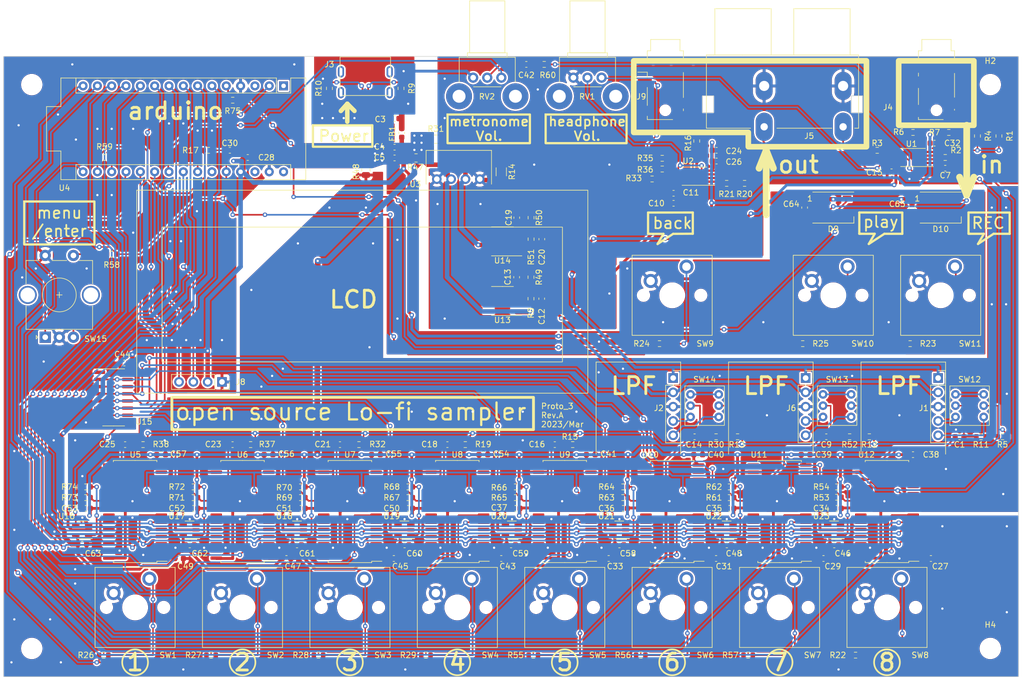
<source format=kicad_pcb>
(kicad_pcb (version 20211014) (generator pcbnew)
  (title_block (title "OpnBeat_proto3_v03-01") (date "2023-04-04"))
  (layers (0 "F.Cu" signal) (31 "B.Cu" signal) (34 "B.Paste" user) (35 "F.Paste" user) (36 "B.SilkS" user "B.Silkscreen") (37 "F.SilkS" user "F.Silkscreen") (38 "B.Mask" user) (39 "F.Mask" user) (44 "Edge.Cuts" user))
  (net 0 "")
  (net 3 "+3V3")
  (net 4 "Net-(U15-Pad11)")
  (net 5 "GNDD")
  (net 6 "Net-(R75-Pad1)")
  (net 10 "Net-(R59-Pad2)")
  (net 16 "/SPI_MISO")
  (net 17 "/SPI_MOSI")
  (net 18 "/SPI_SCLK")
  (net 19 "/SPI_SS_8")
  (net 20 "/Analog_In")
  (net 25 "/AnaOut_8")
  (net 33 "/SPI_SS_5")
  (net 34 "/AnaOut_5")
  (net 35 "/SPI_SS_1")
  (net 36 "/AnaOut_1")
  (net 37 "/SPI_SS_4")
  (net 38 "/AnaOut_4")
  (net 40 "/SPI_SS_7")
  (net 45 "/AnaOut_7")
  (net 54 "/SPI_SS_3")
  (net 59 "/AnaOut_3")
  (net 68 "/SPI_SS_6")
  (net 69 "Net-(SW15-PadA)")
  (net 70 "/AnaOut_6")
  (net 71 "Net-(J8-Pad3)")
  (net 72 "Net-(J8-Pad4)")
  (net 75 "Net-(SW15-PadB)")
  (net 77 "Net-(R23-Pad1)")
  (net 78 "/SPI_SS_2")
  (net 79 "/AnaOut_2")
  (net 104 "Net-(C9-Pad1)")
  (net 105 "Net-(R29-Pad1)")
  (net 106 "Net-(R25-Pad1)")
  (net 107 "Net-(R24-Pad1)")
  (net 108 "Net-(R28-Pad1)")
  (net 109 "Net-(J4-PadTN)")
  (net 110 "Net-(R1-Pad1)")
  (net 111 "Net-(J4-PadR1N)")
  (net 112 "/mix_out")
  (net 113 "Net-(R16-Pad1)")
  (net 114 "Net-(R26-Pad1)")
  (net 115 "Net-(R20-Pad1)")
  (net 116 "Net-(J9-PadT)")
  (net 117 "Net-(J4-PadR1)")
  (net 118 "Net-(C1-Pad1)")
  (net 119 "Net-(U15-Pad10)")
  (net 120 "Net-(C7-Pad2)")
  (net 121 "Net-(J2-Pad4)")
  (net 122 "Net-(C25-Pad1)")
  (net 123 "Net-(R35-Pad1)")
  (net 124 "Net-(R27-Pad1)")
  (net 125 "Net-(J9-PadR1)")
  (net 126 "Net-(C21-Pad1)")
  (net 127 "Net-(C18-Pad1)")
  (net 141 "Net-(C19-Pad1)")
  (net 142 "Net-(R33-Pad1)")
  (net 149 "Net-(RV2-Pad1)")
  (net 152 "Net-(C3-Pad1)")
  (net 158 "Net-(R12-Pad2)")
  (net 164 "Net-(C30-Pad1)")
  (net 165 "Net-(RV1-Pad2)")
  (net 172 "Net-(J3-Pad3)")
  (net 173 "Net-(J3-Pad4)")
  (net 174 "Net-(R57-Pad1)")
  (net 175 "Net-(R56-Pad1)")
  (net 176 "Net-(R63-Pad1)")
  (net 177 "Net-(R55-Pad1)")
  (net 178 "Net-(J2-Pad5)")
  (net 179 "GNDA")
  (net 180 "Net-(J6-Pad4)")
  (net 182 "Net-(J1-Pad5)")
  (net 183 "Net-(R58-Pad1)")
  (net 184 "Net-(C23-Pad1)")
  (net 185 "Net-(J4-PadT)")
  (net 186 "Net-(C16-Pad1)")
  (net 187 "Net-(C14-Pad1)")
  (net 188 "+5VA")
  (net 189 "-5VA")
  (net 190 "Net-(J6-Pad5)")
  (net 191 "Net-(R12-Pad1)")
  (net 192 "Net-(J1-Pad4)")
  (net 193 "Net-(R74-Pad2)")
  (net 194 "Net-(SW13-Pad1)")
  (net 195 "Net-(SW12-Pad1)")
  (net 196 "Net-(SW14-Pad1)")
  (net 197 "Net-(D9-Pad4)")
  (net 198 "Net-(R13-Pad2)")
  (net 199 "Net-(C13-Pad1)")
  (net 200 "+3V0")
  (net 201 "+5VD")
  (net 202 "Net-(R11-Pad1)")
  (net 203 "Net-(R73-Pad1)")
  (net 204 "-3V3")
  (net 205 "Net-(R53-Pad1)")
  (net 206 "Net-(R54-Pad2)")
  (net 207 "Net-(C42-Pad1)")
  (net 208 "Net-(R61-Pad1)")
  (net 209 "Net-(R65-Pad1)")
  (net 210 "Net-(R66-Pad2)")
  (net 211 "Net-(R67-Pad1)")
  (net 212 "Net-(R68-Pad2)")
  (net 213 "Net-(R69-Pad1)")
  (net 214 "Net-(R70-Pad2)")
  (net 215 "Net-(R71-Pad1)")
  (net 216 "Net-(R72-Pad2)")
  (net 217 "/Beep")
  (net 218 "/AnalogSW_4")
  (net 219 "/AnalogSW_5")
  (net 220 "/AnalogSW_6")
  (net 221 "/AnalogSW_8")
  (net 222 "/AnalogSW_7")
  (net 223 "/AnalogSW_1")
  (net 224 "/AnalogSW_3")
  (net 225 "/AnalogSW_2")
  (net 235 "Net-(D10-Pad4)")
  (net 236 "Net-(R62-Pad2)")
  (net 237 "Net-(R64-Pad2)")
  (net 238 "Net-(R22-Pad1)")
  (footprint "Capacitor_SMD:C_0603_1608Metric" (layer "F.Cu") (at 187.198 123.175)
    (fp_text reference "C27")
    (fp_text value "0.1u")
  )
  (footprint "Resistor_SMD:R_0603_1608Metric" (layer "F.Cu") (at 80.518 39.8 90)
    (fp_text reference "R10")
    (fp_text value "5.1k")
  )
  (footprint "Resistor_SMD:R_0805_2012Metric" (layer "F.Cu") (at 86.995 54.2475 90)
    (fp_text reference "R48")
    (fp_text value "0")
  )
  (footprint "Resistor_SMD:R_0603_1608Metric" (layer "F.Cu") (at 116.268 77.1 -90)
    (fp_text reference "R8")
    (fp_text value "240, 1%")
  )
  (footprint "Capacitor_SMD:C_0603_1608Metric" (layer "F.Cu") (at 145.923 104.76)
    (fp_text reference "C40")
    (fp_text value "0.1u")
  )
  (footprint "Capacitor_SMD:C_0603_1608Metric" (layer "F.Cu") (at 132.588 114.285 180)
    (fp_text reference "C36")
    (fp_text value "0.1u")
  )
  (footprint "Resistor_SMD:R_0603_1608Metric" (layer "F.Cu") (at 97.634 140.32 180)
    (fp_text reference "R29")
    (fp_text value "10k,1%")
  )
  (footprint "Capacitor_SMD:C_0603_1608Metric" (layer "F.Cu") (at 93.345 47.69 -90)
    (fp_text reference "FB1")
    (fp_text value "BLM18PG330SN1D")
  )
  (footprint "Capacitor_SMD:C_0603_1608Metric" (layer "F.Cu") (at 112.734 120.762)
    (fp_text reference "C59")
    (fp_text value "0.1u")
  )
  (footprint "Capacitor_SMD:C_0603_1608Metric" (layer "F.Cu") (at 149.098 123.175)
    (fp_text reference "C31")
    (fp_text value "0.1u")
  )
  (footprint "Capacitor_SMD:C_0603_1608Metric" (layer "F.Cu") (at 93.853 120.762)
    (fp_text reference "C60")
    (fp_text value "0.1u")
  )
  (footprint "Resistor_SMD:R_0603_1608Metric" (layer "F.Cu") (at 75.438 110.475)
    (fp_text reference "R70")
    (fp_text value "56k, 1%")
  )
  (footprint "Resistor_SMD:R_0603_1608Metric" (layer "F.Cu") (at 150.976 56.641)
    (fp_text reference "R21")
    (fp_text value "4.7k, 1%")
  )
  (footprint "Capacitor_SMD:C_0603_1608Metric" (layer "F.Cu") (at 92.075 45.15 180)
    (fp_text reference "C3")
    (fp_text value "0.01u")
  )
  (footprint "Package_SO:TSSOP-8_4.4x3mm_P0.65mm" (layer "F.Cu") (at 184.023 52.055 180)
    (fp_text reference "U1")
    (fp_text value "NJM4580")
  )
  (footprint "Capacitor_SMD:C_0603_1608Metric" (layer "F.Cu") (at 131.953 120.762)
    (fp_text reference "C58")
    (fp_text value "0.1u")
  )
  (footprint "Capacitor_SMD:C_0603_1608Metric" (layer "F.Cu") (at 126.873 104.76)
    (fp_text reference "C41")
    (fp_text value "0.1u")
  )
  (footprint "Package_SO:SOIC-28W_7.5x17.9mm_P1.27mm" (layer "F.Cu") (at 103.208 114.85 180)
    (fp_text reference "U8")
    (fp_text value "ISD1700")
  )
  (footprint "Resistor_SMD:R_0603_1608Metric" (layer "F.Cu") (at 132.588 110.475)
    (fp_text reference "R64")
    (fp_text value "56k, 1%")
  )
  (footprint "Capacitor_SMD:C_0603_1608Metric" (layer "F.Cu") (at 91.948 123.175)
    (fp_text reference "C45")
    (fp_text value "0.1u")
  )
  (footprint "Capacitor_SMD:C_0603_1608Metric" (layer "F.Cu") (at 66.04 52.055)
    (fp_text reference "C28")
    (fp_text value "0.1u")
  )
  (footprint "Capacitor_SMD:C_0603_1608Metric" (layer "F.Cu") (at 149.178 50.785)
    (fp_text reference "C24")
    (fp_text value "10u")
  )
  (footprint "Capacitor_SMD:C_0603_1608Metric" (layer "F.Cu") (at 50.673 104.76)
    (fp_text reference "C57")
    (fp_text value "0.1u")
  )
  (footprint "Capacitor_SMD:C_0603_1608Metric" (layer "F.Cu") (at 184.023 104.76)
    (fp_text reference "C38")
    (fp_text value "0.1u")
  )
  (footprint "Capacitor_SMD:C_0603_1608Metric" (layer "F.Cu") (at 69.723 104.76)
    (fp_text reference "C56")
    (fp_text value "0.1u")
  )
  (footprint "Resistor_SMD:R_0603_1608Metric" (layer "F.Cu") (at 173.834 140.32 180)
    (fp_text reference "R22")
    (fp_text value "22k,1%")
  )
  (footprint "Resistor_SMD:R_0603_1608Metric" (layer "F.Cu") (at 149.098 101.585 180)
    (fp_text reference "R30")
    (fp_text value "0")
  )
  (footprint "Resistor_SMD:R_0603_1608Metric" (layer "F.Cu") (at 66.548 102.982 180)
    (fp_text reference "R37")
    (fp_text value "10k, 1%")
  )
  (footprint "Capacitor_SMD:C_0603_1608Metric" (layer "F.Cu") (at 115.443 35.545 180)
    (fp_text reference "C42")
    (fp_text value "1u")
  )
  (footprint "Package_TO_SOT_SMD:SOT-23-5" (layer "F.Cu") (at 55.724 118.095 180)
    (fp_text reference "U17")
    (fp_text value "TS12A4514DBVR")
  )
  (footprint "Switch_Keyboard_Cherry_MX:SW_Cherry_MX_PCB_1.00u" (layer "F.Cu") (at 122.258 131.85)
    (fp_text reference "SW5")
    (fp_text value "Pad5")
  )
  (footprint "Connector_Audio:Jack_3.5mm_PJ31060-I_Horizontal" (layer "F.Cu") (at 140.096 40.33)
    (fp_text reference "J9")
    (fp_text value "AudioJack4_SwitchTR1")
  )
  (footprint "Package_SO:TSSOP-8_4.4x3mm_P0.65mm" (layer "F.Cu") (at 145.261 55.371 180)
    (fp_text reference "U2")
    (fp_text value "NJM4556A")
  )
  (footprint "Resistor_SMD:R_0603_1608Metric" (layer "F.Cu") (at 151.468 110.475)
    (fp_text reference "R62")
    (fp_text value "56k, 1%")
  )
  (footprint "Package_TO_SOT_SMD:SOT-23-5" (layer "F.Cu") (at 131.924 118.095 180)
    (fp_text reference "U21")
    (fp_text value "TS12A4514DBVR")
  )
  (footprint "B0505S-1W:B0505S-1W" (layer "F.Cu") (at 104.648 50.81)
    (fp_text reference "U3")
    (fp_text value "B0505S-1W")
  )
  (footprint "Resistor_SMD:R_0603_1608Metric" (layer "F.Cu") (at 47.469 102.982 180)
    (fp_text reference "R38")
    (fp_text value "10k, 1%")
  )
  (footprint "Switch_Keyboard_Cherry_MX:SW_Cherry_MX_PCB_1.00u" (layer "F.Cu") (at 84.158 131.85)
    (fp_text reference "SW3")
    (fp_text value "Pad3")
  )
  (footprint "Switch_DPDT:Push SW DPDT" (layer "F.Cu") (at 147.067 96.07)
    (fp_text reference "SW14")
    (fp_text value "SW_Push_DPDT")
  )
  (footprint "Resistor_SMD:R_0603_1608Metric" (layer "F.Cu") (at 184.023 47.61 180)
    (fp_text reference "R6")
    (fp_text value "10k")
  )
  (footprint "Switch_Keyboard_Cherry_MX:SW_Cherry_MX_PCB_1.00u" (layer "F.Cu") (at 179.408 131.85)
    (fp_text reference "SW8")
    (fp_text value "Pad8")
  )
  (footprint "Resistor_SMD:R_0603_1608Metric" (layer "F.Cu") (at 137.748 55.865 180)
    (fp_text reference "R33")
    (fp_text value "100, 1%")
  )
  (footprint "Resistor_SMD:R_1206_3216Metric" (layer "F.Cu") (at 110.998 54.595 90)
    (fp_text reference "R14")
    (fp_text value "220 (1/4W)")
  )
  (footprint "Package_SO:SOIC-28W_7.5x17.9mm_P1.27mm" (layer "F.Cu") (at 141.308 114.85 180)
    (fp_text reference "U10")
    (fp_text value "ISD1700")
  )
  (footprint "Capacitor_SMD:C_0603_1608Metric" (layer "F.Cu") (at 170.053 120.762)
    (fp_text reference "C46")
    (fp_text value "0.1u")
  )
  (footprint "Switch_Keyboard_Cherry_MX:SW_Cherry_MX_PCB_1.00u" (layer "F.Cu") (at 46.058 131.85)
    (fp_text reference "SW1")
    (fp_text value "Pad1")
  )
  (footprint "Capacitor_SMD:C_0603_1608Metric" (layer "F.Cu") (at 74.774 120.762)
    (fp_text reference "C61")
    (fp_text value "0.1u")
  )
  (footprint "Resistor_SMD:R_0603_1608Metric" (layer "F.Cu") (at 56.388 112.38 180)
    (fp_text reference "R71")
    (fp_text value "56k, 1%")
  )
  (footprint "Resistor_SMD:R_0603_1608Metric" (layer "F.Cu") (at 177.673 50.785)
    (fp_text reference "R3")
    (fp_text value "10k")
  )
  (footprint "Switch_Keyboard_Cherry_MX:SW_Cherry_MX_PCB_1.00u" (layer "F.Cu") (at 103.208 131.85)
    (fp_text reference "SW4")
    (fp_text value "Pad4")
  )
  (footprint "Resistor_SMD:R_0603_1608Metric" (layer "F.Cu") (at 56.388 110.475)
    (fp_text reference "R72")
    (fp_text value "56k, 1%")
  )
  (footprint "Resistor_SMD:R_0805_2012Metric" (layer "F.Cu") (at 95.885 52.135)
    (fp_text reference "R47")
    (fp_text value "0")
  )
  (footprint "Switch_DPDT:Push SW DPDT" (layer "F.Cu") (at 170.562 96.07)
    (fp_text reference "SW13")
    (fp_text value "SW_Push_DPDT")
  )
  (footprint "Resistor_SMD:R_0603_1608Metric" (layer "F.Cu") (at 94.488 112.38 180)
    (fp_text reference "R67")
    (fp_text value "56k, 1%")
  )
  (footprint "Resistor_SMD:R_0603_1608Metric" (layer "F.Cu") (at 41.91 69.2)
    (fp_text reference "R58")
    (fp_text value "27k, 1%")
  )
  (footprint "Resistor_SMD:R_0603_1608Metric" (layer "F.Cu") (at 139.065 85.075 180)
    (fp_text reference "R24")
    (fp_text value "33k, 1%")
  )
  (footprint "Resistor_SMD:R_0603_1608Metric" (layer "F.Cu") (at 116.268 73.29 -90)
    (fp_text reference "R49")
    (fp_text value "330, 1%")
  )
  (footprint "Package_SO:SOIC-8_3.9x4.9mm_P1.27mm" (layer "F.Cu") (at 111.208 66.9345 180)
    (fp_text reference "U14")
    (fp_text value "LM337L_SO8")
  )
  (footprint "Capacitor_SMD:C_0603_1608Metric" (layer "F.Cu") (at 113.748 62.7295 90)
    (fp_text reference "C19")
    (fp_text value "10u")
  )
  (footprint "Package_TO_SOT_SMD:SOT-23-5" (layer "F.Cu") (at 74.774 118.095 180)
    (fp_text reference "U18")
    (fp_text value "TS12A4514DBVR")
  )
  (footprint "Resistor_SMD:R_0603_1608Metric" (layer "F.Cu") (at 113.538 112.38 180)
    (fp_text reference "R65")
    (fp_text value "56k, 1%")
  )
  (footprint "Capacitor_SMD:C_0603_1608Metric" (layer "F.Cu") (at 36.674 120.635)
    (fp_text reference "C63")
    (fp_text value "0.1u")
  )
  (footprint "Resistor_SMD:R_0603_1608Metric" (layer "F.Cu") (at 139.546 52.196 180)
    (fp_text reference "R35")
    (fp_text value "1k, 1%")
  )
  (footprint "Capacitor_SMD:C_0603_1608Metric" (layer "F.Cu") (at 149.178 52.69)
    (fp_text reference "C26")
    (fp_text value "0.1u")
  )
  (footprint "Capacitor_SMD:C_0603_1608Metric" (layer "F.Cu") (at 44.153 88.504 180)
    (fp_text reference "C44")
    (fp_text value "0.1u")
  )
  (footprint "Resistor_SMD:R_0603_1608Metric" (layer "F.Cu") (at 75.438 112.38 180)
    (fp_text reference "R69")
    (fp_text value "56k, 1%")
  )
  (footprint "Resistor_SMD:R_0603_1608Metric" (layer "F.Cu") (at 164.465 85.075 180)
    (fp_text reference "R25")
    (fp_text value "39k, 1%")
  )
  (footprint "Package_SO:SOIC-8_3.9x4.9mm_P1.27mm" (layer "F.Cu") (at 111.208 77.495 180)
    (fp_text reference "U13")
    (fp_text value "LM317L_SO8")
  )
  (footprint "arduino:Arduino_Nano" (layer "F.Cu") (at 72.39 39.355 -90)
    (fp_text reference "U4")
    (fp_text value "Arduino_Nano")
  )
  (footprint "Resistor_SMD:R_0603_1608Metric" (layer "F.Cu") (at 116.288 62.7295 -90)
    (fp_text reference "R50")
    (fp_text value "330, 1%")
  )
  (footprint "MountingHole:MountingHole_3.2mm_M3" (layer "F.Cu") (at 27.733 39.13)
    (fp_text reference "H1" hide)
    (fp_text value "MountingHole")
  )
  (footprint "Capacitor_SMD:C_0603_1608Metric" (layer "F.Cu") (at 141.558 58.405 180)
    (fp_text reference "C11")
    (fp_text value "0.1u")
  )
  (footprint "Connector_PinSocket_2.54mm:PinSocket_1x05_P2.54mm_Vertical" (layer "F.Cu") (at 141.4875 91.17)
    (fp_text reference "J2")
    (fp_text value "Conn_01x05_Female")
  )
  (footprint "Capacitor_SMD:C_0603_1608Metric" (layer "F.Cu") (at 72.898 123.175)
    (fp_text reference "C47")
    (fp_text value "0.1u")
  )
  (footprint "Package_SO:SOIC-28W_7.5x17.9mm_P1.27mm" (layer "F.Cu") (at 84.158 114.85 180)
    (fp_text reference "U7")
    (fp_text value "ISD1700")
  )
  (footprint "Capacitor_SMD:C_0603_1608Metric" (layer "F.Cu") (at 118.193 66.5395 90)
    (fp_text reference "C20")
    (fp_text value "10u")
  )
  (footprint "Capacitor_SMD:C_0603_1608Metric" (layer "F.Cu") (at 141.558 60.183 180)
    (fp_text reference "C10")
    (fp_text value "10u")
  )
  (footprint "Resistor_SMD:R_0603_1608Metric" (layer "F.Cu") (at 113.538 110.475)
    (fp_text reference "R66")
    (fp_text value "56k, 1%")
  )
  (footprint "Capacitor_SMD:C_0603_1608Metric" (layer "F.Cu") (at 164.973 104.76)
    (fp_text reference "C39")
    (fp_text value "0.1u")
  )
  (footprint "Resistor_SMD:R_0603_1608Metric" (layer "F.Cu") (at 135.734 140.32 180)
    (fp_text reference "R56")
    (fp_text value "15k,1%")
  )
  (footprint "Resistor_SMD:R_0603_1608Metric" (layer "F.Cu") (at 104.619 102.982 180)
    (fp_text reference "R19")
    (fp_text value "10k, 1%")
  )
  (footprint "Package_TO_SOT_SMD:SOT-23-5" (layer "F.Cu") (at 112.874 118.095 180)
    (fp_text reference "U20")
    (fp_text value "TS12A4514DBVR")
  )
  (footprint "Resistor_SMD:R_0603_1608Metric" (layer "F.Cu") (at 154.151 56.641)
    (fp_text reference "R20")
    (fp_text value "1k, 1%")
  )
  (footprint "MountingHole:MountingHole_3.2mm_M3" (layer "F.Cu") (at 197.733 39.13)
    (fp_text reference "H2")
    (fp_text value "MountingHole")
  )
  (footprint "Resistor_SMD:R_0603_1608Metric" (layer "F.Cu") (at 190.373 47.61)
    (fp_text reference "R7")
    (fp_text value "10k")
  )
  (footprint "Capacitor_SMD:C_0603_1608Metric" (layer "F.Cu") (at 113.728 73.29 90)
    (fp_text reference "C13")
    (fp_text value "10u")
  )
  (footprint "Resistor_SMD:R_0603_1608Metric" (layer "F.Cu") (at 170.518 110.475)
    (fp_text reference "R54")
    (fp_text value "56k, 1%")
  )
  (footprint "Resistor_SMD:R_0603_1608Metric" (layer "F.Cu") (at 139.546 54.101)
    (fp_text reference "R36")
    (fp_text value "4.7k, 1%")
  )
  (footprint "Package_SO:SOIC-28W_7.5x17.9mm_P1.27mm" (layer "F.Cu") (at 160.358 114.85 180)
    (fp_text reference "U11")
    (fp_text value "ISD1700")
  )
  (footprint "Connector_PinSocket_2.54mm:PinSocket_1x04_P2.54mm_Vertical" (layer "F.Cu") (at 53.848 91.86 90)
    (fp_text reference "J8")
    (fp_text value "Conn_LCD I2C")
  )
  (footprint "Potentiometer_THT:Potentiometer_Bourns_PTV09A-2_Single_Horizontal" (layer "F.Cu") (at 128.793 37.9 90)
    (fp_text reference "RV1")
    (fp_text value "A50K")
  )
  (footprint "Package_SO:SOIC-28W_7.5x17.9mm_P1.27mm" (layer "F.Cu") (at 122.258 114.85 180)
    (fp_text reference "U9")
    (fp_text value "ISD1700")
  )
  (footprint "Capacitor_SMD:C_0603_1608Metric" (layer "F.Cu") (at 189.738 53.96 180)
    (fp_text reference "C7")
    (fp_text value "2.2u")
  )
  (footprint "Capacitor_SMD:C_0603_1608Metric" (layer "F.Cu") (at 120.494 102.982 180)
    (fp_text reference "C16")
    (fp_text value "1u")
  )
  (footprint "Resistor_SMD:R_0603_1608Metric" (layer "F.Cu") (at 123.669 102.982 180)
    (fp_text reference "R15")
    (fp_text value "10k, 1%")
  )
  (footprint "Capacitor_SMD:C_0603_1608Metric" (layer "F.Cu") (at 75.438 114.285 180)
    (fp_text reference "C51")
    (fp_text value "0.1u")
  )
  (footprint "Resistor_SMD:R_0603_1608Metric" (layer "F.Cu") (at 183.515 85.075 180)
    (fp_text reference "R23")
    (fp_text value "47k, 1%")
  )
  (footprint "Capacitor_SMD:C_0603_1608Metric" (layer "F.Cu") (at 44.294 102.982 180)
    (fp_text reference "C25")
    (fp_text value "1u")
  )
  (footprint "Capacitor_SMD:C_0603_1608Metric" (layer "F.Cu") (at 63.344 102.982 180)
    (fp_text reference "C23")
    (fp_text value "1u")
  )
  (footprint "Rotary_Encoder:RotaryEncoder_Alps_EC11E-Switch_Vertical_H20mm_CircularMountingHoles" (layer "F.Cu") (at 30.119 83.929 90)
    (fp_text reference "SW15")
    (fp_text value "RotaryEncoder_Switch")
  )
  (footprint "Switch_Keyboard_Cherry_MX:SW_Cherry_MX_PCB_1.00u" (layer "F.Cu") (at 160.358 131.85)
    (fp_text reference "SW7")
    (fp_text value "Pad7")
  )
  (footprint "Capacitor_SMD:C_0603_1608Metric" (layer "F.Cu") (at 145.288 101.585 180)
    (fp_text reference "C14")
    (fp_text value "1u")
  )
  (footprint "Resistor_SMD:R_0603_1608Metric" (layer "F.Cu") (at 132.588 112.38 180)
    (fp_text reference "R63")
    (fp_text value "56k, 1%")
  )
  (footprint "Switch_Keyboard_Cherry_MX:SW_Cherry_MX_PCB_1.00u" (layer "F.Cu") (at 141.308 76.495)
    (fp_text reference "SW9")
    (fp_text value "Pad9")
  )
  (footprint "Resistor_SMD:R_0603_1608Metric" (layer "F.Cu") (at 37.338 112.38 180)
    (fp_text reference "R73")
    (fp_text value "56k, 1%")
  )
  (footprint "Package_TO_SOT_SMD:SOT-23-5" (layer "F.Cu") (at 36.674 118.095 180)
    (fp_text reference "U16")
    (fp_text value "TS12A4514DBVR")
  )
  (footprint "Connector_Audio:Jack_3.5mm_PJ31060-I_Horizontal" (layer "F.Cu") (at 188.185 40.33)
    (fp_text reference "J4")
    (fp_text value "AudioJack4_SwitchTR1")
  )
  (footprint "Resistor_SMD:R_0603_1608Metric" (layer "F.Cu") (at 116.288 66.5395 -90)
    (fp_text reference "R51")
    (fp_text value "240, 1%")
  )
  (footprint "LED_SMD:LED_WS2812B_PLCC4_5.0x5.0mm_P3.2mm" (layer "F.Cu") (at 169.883 60.945)
    (fp_text reference "D9")
    (fp_text value "WS2812B")
  )
  (footprint "Resistor_SMD:R_0603_1608Metric" (layer "F.Cu") (at 189.738 52.055 180)
    (fp_text reference "R2")
    (fp_text value "10k")
  )
  (footprint "Package_SO:SOIC-28W_7.5x17.9mm_P1.27mm" (layer "F.Cu") (at 179.408 114.85 180)
    (fp_text reference "U12")
    (fp_text value "ISD1700")
  )
  (footprint "Resistor_SMD:R_0603_1608Metric" (layer "F.Cu") (at 63.373 41.895)
    (fp_text reference "R75")
    (fp_text value "330")
  )
  (footprint "Resistor_SMD:R_0603_1608Metric" (layer "F.Cu") (at 151.468 112.38 180)
    (fp_text reference "R61")
    (fp_text value "56k, 1%")
  )
  (footprint "Capacitor_SMD:C_0603_1608Metric" (layer "F.Cu") (at 94.488 114.285 180)
    (fp_text reference "C50")
    (fp_text value "0.1u")
  )
  (footprint "Capacitor_SMD:C_0603_1608Metric" (layer "F.Cu") (at 168.148 123.175)
    (fp_text reference "C29")
    (fp_text value "0.1u")
  )
  (footprint "Resistor_SMD:R_0603_1608Metric" (layer "F.Cu") (at 93.218 39.8 90)
    (fp_text reference "R9")
    (fp_text value "5.1k")
  )
  (footprint "Resistor_SMD:R_0603_1608Metric" (layer "F.Cu") (at 199.263 48.245 90)
    (fp_text reference "R1")
    (fp_text value "10k, 1%")
  )
  (footprint "Capacitor_SMD:C_0603_1608Metric" (layer "F.Cu") (at 110.998 123.175)
    (fp_text reference "C43")
    (fp_text value "0.1u")
  )
  (footprint "Package_TO_SOT_SMD:SOT-23-5" (layer "F.Cu") (at 170.024 118.095 180)
    (fp_text reference "U23")
    (fp_text value "TS12A4514DBVR")
  )
  (footprint "Capacitor_SMD:C_0603_1608Metric" (layer "F.Cu") (at 53.848 123.175)
    (fp_text reference "C49")
    (fp_text value "0.1u")
  )
  (footprint "Resistor_SMD:R_0603_1608Metric" (layer "F.Cu") (at 78.584 140.32 180)
    (fp_text reference "R28")
    (fp_text value "8.2k,1%")
  )
  (footprint "Package_SO:SOIC-16_3.9x9.9mm_P1.27mm" (layer "F.Cu") (at 42.248 94.6)
    (fp_text reference "U15")
    (fp_text value "4040")
  )
  (footprint "Package_TO_SOT_SMD:SOT-23-5" (layer "F.Cu") (at 150.974 118.095 180)
    (fp_text reference "U22")
    (fp_text value "TS12A4514DBVR")
  )
  (footprint "Resistor_SMD:R_0603_1608Metric" (layer "F.Cu") (at 40.64 52.055)
    (fp_text reference "R59")
    (fp_text value "4.7k")
  )
  (footprint "Capacitor_SMD:C_0603_1608Metric" (layer "F.Cu") (at 82.394 102.982 180)
    (fp_text reference "C21")
    (fp_text value "1u")
  )
  (footprint "Connector_PinSocket_2.54mm:PinSocket_1x05_P2.54mm_Vertical" (layer "F.Cu") (at 188.4775 91.17)
    (fp_text reference "J1")
    (fp_text value "Conn_01x05_Female")
  )
  (footprint "Resistor_SMD:R_0603_1608Metric" (layer "F.Cu") (at 170.518 112.31 180)
    (fp_text reference "R53")
    (fp_text value "56k, 1%")
  )
  (footprint "Resistor_SMD:R_0603_1608Metric" (layer "F.Cu") (at 172.783 101.585 180)
    (fp_text reference "R52")
    (fp_text value "0")
  )
  (footprint "Switch_Keyboard_Cherry_MX:SW_Cherry_MX_PCB_1.00u" (layer "F.Cu") (at 169.883 76.495)
    (fp_text reference "SW10")
    (fp_text value "Pad10")
  )
  (footprint "Connector_Audio:RCA-214" (layer "F.Cu") (at 153.875 25.665 180)
    (fp_text reference "J5")
    (fp_text value "Conn_Coaxial_x2_Isolated")
    (fp_line (start -19.2 -18.45) (end -21.2 -18.45) (layer "Edge.Cuts") (width 0.12))
    (fp_line (start -21.2 -15.45) (end -19.2 -15.45) (layer "Edge.Cuts") (width 0.12))
    (fp_line (start -21.2 -18.45) (end -21.2 -15.45) (layer "Edge.Cuts") (width 0.12))
    (fp_line (start -19.2 -16.95) (end -19.2 -18.45) (layer "Edge.Cuts") (width 0.12))
    (fp_line (start -19.2 -15.45) (end -19.2 -16.95) (layer "Edge.Cuts") (width 0.12))
    (fp_rect (start 7.2 -18.45) (end 5.2 -15.45) (layer "Edge.Cuts") (width 0.12) (fill none))
  )
  (footprint "Resistor_SMD:R_0603_1608Metric" (layer "F.Cu") (at 196.088 101.585 180)
    (fp_text reference "R11")
    (fp_text value "0")
  )
  (footprint "Capacitor_SMD:C_0603_1608Metric" (layer "F.Cu") (at 56.388 114.285 180)
    (fp_text reference "C52")
    (fp_text value "0.1u")
  )
  (footprint "Capacitor_SMD:C_0603_1608Metric" (layer "F.Cu") (at 187.833 49.515)
    (fp_text reference "C32")
    (fp_text value "0.1u")
  )
  (footprint "Resistor_SMD:R_0603_1608Metric" (layer "F.Cu") (at 152.908 101.585 180)
    (fp_text reference "R13")
    (fp_text value "10k, 1%")
  )
  (footprint "Potentiometer_THT:Potentiometer_Bourns_PTV09A-2_Single_Horizontal" (layer "F.Cu") (at 111.013 37.9 90)
    (fp_text reference "RV2")
    (fp_text value "A50K")
  )
  (footprint "Resistor_SMD:R_0603_1608Metric" (layer "F.Cu") (at 94.488 110.475)
    (fp_text reference "R68")
    (fp_text value "56k, 1%")
  )
  (footprint "Capacitor_SMD:C_0603_1608Metric" (layer "F.Cu") (at 62.865 50.785)
    (fp_text reference "C30")
    (fp_text value "0.1u")
  )
  (footprint "Capacitor_SMD:C_0603_1608Metric" (layer "F.Cu") (at 164.803 60.945 -90)
    (fp_text reference "C64")
    (fp_text value "0.1u")
  )
  (footprint "Resistor_SMD:R_0805_2012Metric" (layer "F.Cu") (at 99.398 48.81 180)
    (fp_text reference "R31")
    (fp_text value "0")
  )
  (footprint "Capacitor_SMD:C_0603_1608Metric" (layer "F.Cu") (at 101.444 102.982 180)
    (fp_text reference "C18")
    (fp_text value "1u")
  )
  (footprint "Resistor_SMD:R_0603_1608Metric" (layer "F.Cu") (at 118.618 35.545 180)
    (fp_text reference "R60")
    (fp_text value "10k, 1%")
  )
  (footprint "Capacitor_SMD:C_0603_1608Metric" (layer "F.Cu") (at 130.048 123.175)
    (fp_text reference "C33")
    (fp_text value "0.1u")
  )
  (footprint "Resistor_SMD:R_0603_1608Metric" (layer "F.Cu") (at 59.055 50.785 180)
    (fp_text reference "R17")
    (fp_text value "10k, 1%")
  )
  (footprint "Resistor_SMD:R_0603_1608Metric" (layer "F.Cu") (at 85.759 102.982 180)
    (fp_text reference "R32")
    (fp_text value "10k, 1%")
  )
  (footprint "Capacitor_SMD:C_0603_1608Metric" (layer "F.Cu") (at 88.773 104.76)
    (fp_text reference "C55")
    (fp_text value "0.1u")
  )
  (footprint "Resistor_SMD:R_0603_1608Metric" (layer "F.Cu") (at 116.684 140.32 180)
    (fp_text reference "R55")
    (fp_text value "12k,1%")
  )
  (footprint "USB C only power:USB C only Power" (layer "F.Cu") (at 86.868 37.76 180)
    (fp_text reference "J3")
    (fp_text value "USB_C_Receptacle_PowerOnly")
  )
  (footprint "Capacitor_SMD:C_0603_1608Metric" (layer "F.Cu") (at 118.173 77.1 90)
    (fp_text reference "C12")
    (fp_text value "10u")
  )
  (footprint "Connector_PinSocket_2.54mm:PinSocket_1x05_P2.54mm_Vertical" (layer "F.Cu") (at 164.9825 91.17)
    (fp_text reference "J6")
    (fp_text value "Conn_01x05_Female")
  )
  (footprint "Switch_Keyboard_Cherry_MX:SW_Cherry_MX_PCB_1.00u" (layer "F.Cu") (at 141.308 131.85)
    (fp_text reference "SW6")
    (fp_text value "Pad6")
  )
  (footprint "Resistor_SMD:R_0603_1608Metric" (layer "F.Cu") (at 37.338 110.475)
    (fp_text reference "R74")
    (fp_text value "56k, 1%")
  )
  (footprint "Capacitor_SMD:C_0603_1608Metric" (layer "F.Cu") (at 92.075 50.23 180)
    (fp_text reference "C4")
    (fp_text value "0.1u")
  )
  (footprint "Package_SO:SOIC-28W_7.5x17.9mm_P1.27mm" (layer "F.Cu") (at 46.058 114.85 180)
    (fp_text reference "U5")
    (fp_text value "ISD1700")
  )
  (footprint "Resistor_SMD:R_0603_1608Metric" (layer "F.Cu") (at 199.898 101.585 180)
    (fp_text reference "R5")
    (fp_text value "10k, 1%")
  )
  (footprint "Package_SO:SOIC-28W_7.5x17.9mm_P1.27mm" (layer "F.Cu") (at 65.108 114.85 180)
    (fp_text reference "U6")
    (fp_text value "ISD1700")
  )
  (footprint "Capacitor_SMD:C_0603_1608Metric" (layer "F.Cu") (at 151.468 114.285 180)
    (fp_text reference "C35")
    (fp_text value "0.1u")
  )
  (footprint "LED_SMD:LED_WS2812B_PLCC4_5.0x5.0mm_P3.2mm" (layer "F.Cu") (at 188.933 60.945)
    (fp_text reference "D10")
    (fp_text value "WS2812B")
  )
  (footprint "Package_TO_SOT_SMD:SOT-23-5" (layer "F.Cu") (at 93.824 118.095 180)
    (fp_text reference "U19")
    (fp_text value "TS12A4514DBVR")
  )
  (footprint "Capacitor_SMD:C_0603_1608Metric" (layer "F.Cu") (at 37.338 114.285 180)
    (fp_text reference "C53")
    (fp_text value "0.1u")
  )
  (footprint "Capacitor_SMD:C_0603_1608Metric" (layer "F.Cu") (at 92.075 52.135 180)
    (fp_text reference "C5")
    (fp_text value "4.7u")
  )
  (footprint "Capacitor_SMD:C_0603_1608Metric" (layer "F.Cu") (at 168.643 101.585 180)
    (fp_text reference "C9")
    (fp_text value "1u")
  )
  (footprint "Capacitor_SMD:C_0603_1608Metric" (layer "F.Cu") (at 55.753 120.762)
    (fp_text reference "C62")
    (fp_text value "0.1u")
  )
  (footprint "Resistor_SMD:R_0603_1608Metric" (layer "F.Cu") (at 154.784 140.32 180)
    (fp_text reference "R57")
    (fp_text value "18k,1%")
  )
  (footprint "Capacitor_SMD:C_0603_1608Metric" (layer "F.Cu") (at 107.823 104.76)
    (fp_text reference "C54")
    (fp_text value "0.1u")
  )
  (footprint "Resistor_SMD:R_0603_1608Metric" (layer "F.Cu") (at 195.453 48.245 90)
    (fp_text reference "R4")
    (fp_text value "10k, 1%")
  )
  (footprint "Capacitor_SMD:C_0603_1608Metric" (layer "F.Cu") (at 192.278 101.585 180)
    (fp_text reference "C1")
    (fp_text value "1u")
  )
  (footprint "Switch_Keyboard_Cherry_MX:SW_Cherry_MX_PCB_1.00u" (layer "F.Cu") (at 188.933 76.495)
    (fp_text reference "SW11")
    (fp_text value "Pad11")
  )
  (footprint "Capacitor_SMD:C_0603_1608Metric" (layer "F.Cu") (at 113.538 114.285 180)
    (fp_text reference "C37")
    (fp_text value "0.1u")
  )
  (footprint "Resistor_SMD:R_0603_1608Metric" (layer "F.Cu") (at 59.534 140.32 180)
    (fp_text reference "R27")
    (fp_text value "6.8k,1%")
  )
  (footprint "Switch_DPDT:Push SW DPDT" (layer "F.Cu") (at 194.057 96.07)
    (fp_text reference "SW12")
    (fp_text value "SW_Push_DPDT")
  )
  (footprint "Resistor_SMD:R_0603_1608Metric" (layer "F.Cu") (at 145.669 49.134 90)
    (fp_text reference "R16")
    (fp_text value "100, 1%")
  )
  (footprint "Capacitor_SMD:C_0603_1608Metric" (layer "F.Cu") (at 170.518 114.285 180)
    (fp_text reference "C34")
    (fp_text value "0.1u")
  )
  (footprint "Capacitor_SMD:C_0603_1608Metric" (layer "F.Cu") (at 151.003 120.762)
    (fp_text reference "C48")
    (fp_text value "0.1u")
  )
  (footprint "MountingHole:MountingHole_3.2mm_M3" (layer "F.Cu") (at 27.733 139.13)
    (fp_text reference "H3" hide)
    (fp_text value "MountingHole")
  )
  (footprint "Resistor_SMD:R_0603_1608Metric" (layer "F.Cu") (at 40.484 140.32 180)
    (fp_text reference "R26")
    (fp_text value "5.6k,1%")
  )
  (footprint "Resistor_SMD:R_0603_1608Metric" (layer "F.Cu") (at 176.277 101.585 180)
    (fp_text reference "R12")
    (fp_text value "10k, 1%")
  )
  (footprint "Capacitor_SMD:C_0603_1608Metric" (layer "F.Cu") (at 183.853 60.945 -90)
    (fp_text reference "C65")
    (fp_text value "0.1u")
  )
  (footprint "MountingHole:MountingHole_3.2mm_M3" (layer "F.Cu") (at 197.733 139.13)
    (fp_text reference "H4")
    (fp_text value "MountingHole")
  )
  (footprint "Switch_Keyboard_Cherry_MX:SW_Cherry_MX_PCB_1.00u" (layer "F.Cu") (at 65.108 131.85)
    (fp_text reference "SW2")
    (fp_text value "Pad2")
  )
  (footprint "Capacitor_SMD:C_0603_1608Metric" (layer "F.Cu") (at 180.213 54.595 180)
    (fp_text reference "C15")
    (fp_text value "0.1u")
  )
  (gr_line (start 157.988 62.215) (end 157.988 52.055) (layer "F.SilkS") (width 1.2))
  (gr_rect (start 26.396 59.8605) (end 38.842 67.4805) (layer "F.SilkS") (width 0.4) (fill none))
  (gr_circle (center 46.058 141.59) (end 48.347525 141.59) (layer "F.SilkS") (width 0.3) (fill none))
  (gr_line (start 193.8655 65.57775) (end 193.8655 61.81225) (layer "F.SilkS") (width 0.4))
  (gr_line (start 137.033 65.58775) (end 137.033 61.82225) (layer "F.SilkS") (width 0.4))
  (gr_line (start 137.287 65.6) (end 137.033 65.58775) (layer "F.SilkS") (width 0.4))
  (gr_line (start 182.118 65.59) (end 182.118 61.8245) (layer "F.SilkS") (width 0.4))
  (gr_line (start 195.54825 67.395) (end 198.3105 65.59) (layer "F.SilkS") (width 0.4))
  (gr_line (start 141.478 65.6) (end 144.9705 65.57775) (layer "F.SilkS") (width 0.4))
  (gr_line (start 182.118 61.8245) (end 174.498 61.81225) (layer "F.SilkS") (width 0.4))
  (gr_line (start 177.2285 65.59) (end 176.18075 67.395) (layer "F.SilkS") (width 0.4))
  (gr_line (start 138.71575 67.405) (end 141.478 65.6) (layer "F.SilkS") (width 0.4))
  (gr_line (start 196.596 65.59) (end 195.54825 67.395) (layer "F.SilkS") (width 0.4))
  (gr_line (start 178.943 65.59) (end 182.118 65.59) (layer "F.SilkS") (width 0.4))
  (gr_line (start 83.693 42.53) (end 82.55 43.8) (layer "F.SilkS") (width 0.8))
  (gr_circle (center 141.308 141.59) (end 143.597525 141.59) (layer "F.SilkS") (width 0.3) (fill none))
  (gr_line (start 174.752 65.59) (end 177.2285 65.59) (layer "F.SilkS") (width 0.4))
  (gr_line (start 192.278 55.5475) (end 193.548 58.7225) (layer "F.SilkS") (width 1.2))
  (gr_line (start 159.258 53.96) (end 157.988 50.785) (layer "F.SilkS") (width 1.2))
  (gr_rect (start 77.597 46.34) (end 88.138 50.15) (layer "F.SilkS") (width 0.4) (fill none))
  (gr_rect (start 101.473 44.435) (end 116.078 49.515) (layer "F.SilkS") (width 0.4) (fill none))
  (gr_poly (pts (xy 175.767013 34.910001) (xy 175.768 50.150001) (xy 154.813 50.15) (xy 154.813 47.61) (xy 134.493 47.61) (xy 134.493 34.91)) (layer "F.SilkS") (width 1) (fill none))
  (gr_circle (center 84.158 141.59) (end 86.447525 141.59) (layer "F.SilkS") (width 0.3) (fill none))
  (gr_line (start 174.752 65.59) (end 174.498 65.57775) (layer "F.SilkS") (width 0.4))
  (gr_circle (center 160.358 141.59) (end 162.647525 141.59) (layer "F.SilkS") (width 0.3) (fill none))
  (gr_line (start 83.693 45.705) (end 83.693 42.53) (layer "F.SilkS") (width 0.8))
  (gr_line (start 137.287 65.6) (end 139.7635 65.6) (layer "F.SilkS") (width 0.4))
  (gr_circle (center 122.258 141.59) (end 124.547525 141.59) (layer "F.SilkS") (width 0.3) (fill none))
  (gr_rect (start 181.483 34.91) (end 194.818 46.34) (layer "F.SilkS") (width 1) (fill none))
  (gr_circle (center 103.208 141.59) (end 105.497525 141.59) (layer "F.SilkS") (width 0.3) (fill none))
  (gr_rect (start 52.578 94.6) (end 116.713 100.315) (layer "F.SilkS") (width 0.5) (fill none))
  (gr_line (start 174.498 65.57775) (end 174.498 61.81225) (layer "F.SilkS") (width 0.4))
  (gr_line (start 193.548 58.7225) (end 194.818 55.5475) (layer "F.SilkS") (width 1.2))
  (gr_circle (center 65.108 141.59) (end 67.397525 141.59) (layer "F.SilkS") (width 0.3) (fill none))
  (gr_line (start 144.9705 65.57775) (end 144.9705 61.81225) (layer "F.SilkS") (width 0.4))
  (gr_circle (center 179.408 141.59) (end 181.697525 141.59) (layer "F.SilkS") (width 0.3) (fill none))
  (gr_line (start 139.7635 65.6) (end 138.71575 67.405) (layer "F.SilkS") (width 0.4))
  (gr_line (start 201.168 65.59) (end 201.168 61.8245) (layer "F.SilkS") (width 0.4))
  (gr_line (start 194.1195 65.59) (end 196.596 65.59) (layer "F.SilkS") (width 0.4))
  (gr_line (start 194.1195 65.59) (end 193.8655 65.57775) (layer "F.SilkS") (width 0.4))
  (gr_rect (start 118.872 44.435) (end 133.223 49.515) (layer "F.SilkS") (width 0.4) (fill none))
  (gr_line (start 84.963 43.8) (end 83.693 42.53) (layer "F.SilkS") (width 0.8))
  (gr_line (start 198.3105 65.59) (end 201.168 65.59) (layer "F.SilkS") (width 0.4))
  (gr_line (start 144.9705 61.81225) (end 137.033 61.82225) (layer "F.SilkS") (width 0.4))
  (gr_line (start 193.548 46.34) (end 193.548 58.405) (layer "F.SilkS") (width 1.2))
  (gr_line (start 157.988 50.785) (end 156.718 53.96) (layer "F.SilkS") (width 1.2))
  (gr_line (start 201.168 61.8245) (end 193.8655 61.81225) (layer "F.SilkS") (width 0.4))
  (gr_line (start 176.18075 67.395) (end 178.943 65.59) (layer "F.SilkS") (width 0.4))
  (gr_rect (start 22.733 34.13) (end 202.733 144.13) (layer "Edge.Cuts") (width 0.1) (fill none))
  (gr_text "out" (at 163.703 53.325) (layer "F.SilkS") (effects (font (size 3 3) (thickness 0.5))))
  (gr_text "metronome\nVol." (at 108.839 46.975) (layer "F.SilkS") (effects (font (size 1.6 1.7) (thickness 0.3))))
  (gr_text "4" (at 103.208 141.59) (layer "F.SilkS") (effects (font (size 3 3) (thickness 0.5))))
  (gr_text "arduino" (at 53.213 43.8) (layer "F.SilkS") (effects (font (size 3 3) (thickness 0.5))))
  (gr_text "headphone\nVol." (at 126.238 46.975) (layer "F.SilkS") (effects (font (size 1.6 1.7) (thickness 0.3))))
  (gr_text "menu\n/enter" (at 32.619 63.485) (layer "F.SilkS") (effects (font (size 2 2) (thickness 0.3))))
  (gr_text "6" (at 141.308 141.59) (layer "F.SilkS") (effects (font (size 3 3) (thickness 0.5))))
  (gr_text "REC" (at 197.358 63.695) (layer "F.SilkS") (effects (font (size 2 2) (thickness 0.3))))
  (gr_text "back" (at 141.351 63.695) (layer "F.SilkS") (effects (font (size 2 2) (thickness 0.3))))
  (gr_text "open source Lo-fi sampler" (at 52.8955 97.14) (layer "F.SilkS") (effects (font (size 3 3) (thickness 0.4)) (justify left)))
  (gr_text "LPF" (at 157.988 92.57) (layer "F.SilkS") (effects (font (size 3 3) (thickness 0.5))))
  (gr_text "LCD" (at 84.793 77.24) (layer "F.SilkS") (effects (font (size 3 3) (thickness 0.5))))
  (gr_text "3" (at 84.158 141.59) (layer "F.SilkS") (effects (font (size 3 3) (thickness 0.5))))
  (gr_text "2" (at 65.108 141.59) (layer "F.SilkS") (effects (font (size 3 3) (thickness 0.5))))
  (gr_text "Power" (at 83.058 48.245) (layer "F.SilkS") (effects (font (size 2 2) (thickness 0.3))))
  (gr_text "LPF" (at 181.483 92.57) (layer "F.SilkS") (effects (font (size 3 3) (thickness 0.5))))
  (gr_text "LPF" (at 134.493 92.57) (layer "F.SilkS") (effects (font (size 3 3) (thickness 0.5))))
  (gr_text "Proto_3\nRev.A\n2023/Mar" (at 117.983 97.775) (layer "F.SilkS") (effects (font (size 1 1)) (justify left)))
  (gr_text "1" (at 46.058 141.59) (layer "F.SilkS") (effects (font (size 3 3) (thickness 0.5))))
  (gr_text "in" (at 197.993 53.325) (layer "F.SilkS") (effects (font (size 3 3) (thickness 0.5))))
  (gr_text "play" (at 178.308 63.485) (layer "F.SilkS") (effects (font (size 2 2) (thickness 0.3))))
  (gr_text "7" (at 160.358 141.59) (layer "F.SilkS") (effects (font (size 3 3) (thickness 0.5))))
  (gr_text "8" (at 179.408 141.59) (layer "F.SilkS") (effects (font (size 3 3) (thickness 0.5))))
  (gr_text "5" (at 122.258 141.59) (layer "F.SilkS") (effects (font (size 3 3) (thickness 0.5))))
  (segment (start 58.42 51.42) (end 58.42 55.5475) (width 0.3) (layer "F.Cu") (net 3))
  (segment (start 47.465 50.15) (end 41.275 50.15) (width 0.3) (layer "F.Cu") (net 3))
  (segment (start 50.8 58.405) (end 48.26 55.865) (width 0.3) (layer "F.Cu") (net 3))
  (segment (start 58.23 51.23) (end 58.42 51.42) (width 0.3) (layer "F.Cu") (net 3))
  (segment (start 48.26 50.945) (end 47.465 50.15) (width 0.3) (layer "F.Cu") (net 3))
  (segment (start 55.5625 58.405) (end 50.8 58.405) (width 0.3) (layer "F.Cu") (net 3))
  (segment (start 39.815 51.61) (end 39.815 52.055) (width 0.3) (layer "F.Cu") (net 3))
  (segment (start 41.275 50.15) (end 39.815 51.61) (width 0.3) (layer "F.Cu") (net 3))
  (segment (start 58.42 55.5475) (end 55.5625 58.405) (width 0.3) (layer "F.Cu") (net 3))
  (segment (start 48.26 55.865) (end 48.26 50.945) (width 0.3) (layer "F.Cu") (net 3))
  (segment (start 39.37 52.5) (end 39.815 52.055) (width 0.3) (layer "F.Cu") (net 3))
  (segment (start 58.23 50.785) (end 58.23 51.23) (width 0.3) (layer "F.Cu") (net 3))
  (segment (start 39.37 54.595) (end 39.37 52.5) (width 0.3) (layer "F.Cu") (net 3))
  (segment (start 51.2115 44.435) (end 48.26 47.3865) (width 0.3) (layer "F.Cu") (net 4))
  (segment (start 46.99 71.42) (end 46.99 80.757) (width 0.3) (layer "F.Cu") (net 4))
  (segment (start 49.868 83.635) (end 49.868 95.235) (width 0.3) (layer "F.Cu") (net 4))
  (segment (start 49.868 95.235) (end 48.598 96.505) (width 0.3) (layer "F.Cu") (net 4))
  (segment (start 48.26 47.3865) (end 48.26 47.61) (width 0.3) (layer "F.Cu") (net 4))
  (segment (start 46.99 80.757) (end 49.868 83.635) (width 0.3) (layer "F.Cu") (net 4))
  (segment (start 64.77 44.435) (end 51.2115 44.435) (width 0.3) (layer "F.Cu") (net 4))
  (segment (start 48.598 96.505) (end 44.723 96.505) (width 0.3) (layer "F.Cu") (net 4))
  (via (at 64.77 44.435) (size 0.8) (drill 0.4) (layers "F.Cu" "B.Cu") (net 4))
  (via (at 46.99 71.42) (size 0.8) (drill 0.4) (layers "F.Cu" "B.Cu") (net 4))
  (via (at 48.26 47.61) (size 0.8) (drill 0.4) (layers "F.Cu" "B.Cu") (net 4))
  (segment (start 46.99 71.42) (end 46.99 57.135) (width 0.3) (layer "B.Cu") (net 4))
  (segment (start 48.26 55.865) (end 48.26 47.61) (width 0.3) (layer "B.Cu") (net 4))
  (segment (start 46.99 57.135) (end 48.26 55.865) (width 0.3) (layer "B.Cu") (net 4))
  (segment (start 64.77 44.435) (end 69.85 39.355) (width 0.3) (layer "B.Cu") (net 4))
  (segment (start 36.703 116.0365) (end 37.8115 117.145) (width 0.5) (layer "F.Cu") (net 5))
  (segment (start 133.0615 117.145) (end 132.908 117.145) (width 0.5) (layer "F.Cu") (net 5))
  (segment (start 171.1615 117.145) (end 171.008 117.145) (width 0.5) (layer "F.Cu") (net 5))
  (segment (start 114.0115 117.145) (end 113.858 117.145) (width 0.5) (layer "F.Cu") (net 5))
  (segment (start 94.9615 117.145) (end 94.808 117.145) (width 0.5) (layer "F.Cu") (net 5))
  (segment (start 75.9115 117.145) (end 75.758 117.145) (width 0.5) (layer "F.Cu") (net 5))
  (segment (start 94.808 117.145) (end 93.853 116.19) (width 0.5) (layer "F.Cu") (net 5))
  (segment (start 113.858 117.145) (end 112.903 116.19) (width 0.5) (layer "F.Cu") (net 5))
  (segment (start 56.8615 117.145) (end 56.708 117.145) (width 0.5) (layer "F.Cu") (net 5))
  (segment (start 56.708 117.145) (end 55.753 116.19) (width 0.5) (layer "F.Cu") (net 5))
  (segment (start 152.1115 117.145) (end 151.958 117.145) (width 0.5) (layer "F.Cu") (net 5))
  (segment (start 75.758 117.145) (end 74.803 116.19) (width 0.5) (layer "F.Cu") (net 5))
  (segment (start 36.703 115.936) (end 36.703 116.0365) (width 0.5) (layer "F.Cu") (net 5))
  (segment (start 132.908 117.145) (end 131.953 116.19) (width 0.5) (layer "F.Cu") (net 5))
  (segment (start 171.008 117.145) (end 170.053 116.19) (width 0.5) (layer "F.Cu") (net 5))
  (segment (start 151.958 117.145) (end 151.003 116.19) (width 0.5) (layer "F.Cu") (net 5))
  (via (at 89.873 50.08) (size 0.8) (drill 0.4) (layers "F.Cu" "B.Cu") (net 5))
  (via (at 39.37 58.72) (size 0.8) (drill 0.4) (layers "F.Cu" "B.Cu") (net 5))
  (via (at 57.15 47.29) (size 0.8) (drill 0.4) (layers "F.Cu" "B.Cu") (net 5))
  (via (at 93.98 142.86) (size 0.8) (drill 0.4) (layers "F.Cu" "B.Cu") (net 5))
  (via (at 41.91 58.72) (size 0.8) (drill 0.4) (layers "F.Cu" "B.Cu") (net 5))
  (via (at 24.638 104.125) (size 0.8) (drill 0.4) (layers "F.Cu" "B.Cu") (net 5))
  (via (at 52.07 46.02) (size 0.8) (drill 0.4) (layers "F.Cu" "B.Cu") (net 5))
  (via (at 143.51 123.175) (size 0.8) (drill 0.4) (layers "F.Cu" "B.Cu") (net 5))
  (via (at 93.683 36.745) (size 0.8) (drill 0.4) (layers "F.Cu" "B.Cu") (net 5))
  (via (at 55.118 84.44) (size 0.8) (drill 0.4) (layers "F.Cu" "B.Cu") (net 5))
  (via (at 166.878 121.27) (size 0.8) (drill 0.4) (layers "F.Cu" "B.Cu") (net 5))
  (via (at 105.41 122.54) (size 0.8) (drill 0.4) (layers "F.Cu" "B.Cu") (net 5))
  (via (at 57.658 84.44) (size 0.8) (drill 0.4) (layers "F.Cu" "B.Cu") (net 5))
  (via (at 200.66 132.7) (size 0.8) (drill 0.4) (layers "F.Cu" "B.Cu") (net 5))
  (via (at 119.253 121.27) (size 0.8) (drill 0.4) (layers "F.Cu" "B.Cu") (net 5))
  (via (at 134.493 122.54) (size 0.8) (drill 0.4) (layers "F.Cu" "B.Cu") (net 5))
  (via (at 54.61 46.02) (size 0.8) (drill 0.4) (layers "F.Cu" "B.Cu") (net 5))
  (via (at 181.61 123.175) (size 0.8) (drill 0.4) (layers "F.Cu" "B.Cu") (net 5))
  (via (at 95.588 49.445) (size 0.8) (drill 0.4) (layers "F.Cu" "B.Cu") (net 5))
  (via (at 81.153 121.27) (size 0.8) (drill 0.4) (layers "F.Cu" "B.Cu") (net 5))
  (via (at 200.66 117.46) (size 0.8) (drill 0.4) (layers "F.Cu" "B.Cu") (net 5))
  (via (at 45.72 65.39) (size 0.8) (drill 0.4) (layers "F.Cu" "B.Cu") (net 5))
  (via (at 153.543 122.54) (size 0.8) (drill 0.4) (layers "F.Cu" "B.Cu") (net 5))
  (via (at 52.304 66.904) (size 0.8) (drill 0.4) (layers "F.Cu" "B.Cu") (net 5))
  (via (at 100.203 121.27) (size 0.8) (drill 0.4) (layers "F.Cu" "B.Cu") (net 5))
  (via (at 89.873 52.62) (size 0.8) (drill 0.4) (layers "F.Cu" "B.Cu") (net 5))
  (via (at 94.488 42.53) (size 0.8) (drill 0.4) (layers "F.Cu" "B.Cu") (net 5))
  (via (at 74.295 35.545) (size 0.8) (drill 0.4) (layers "F.Cu" "B.Cu") (net 5))
  (via (at 43.307 121.778) (size 0.8) (drill 0.4) (layers "F.Cu" "B.Cu") (net 5))
  (via (at 92.583 80.63) (size 0.8) (drill 0.4) (layers "F.Cu" "B.Cu") (net 5))
  (via (at 31.369 115.428) (size 0.8) (drill 0.4) (layers "F.Cu" "B.Cu") (net 5))
  (via (at 79.248 42.53) (size 0.8) (drill 0.4) (layers "F.Cu" "B.Cu") (net 5))
  (via (at 170.053 116.19) (size 0.8) (drill 0.4) (layers "F.Cu" "B.Cu") (net 5))
  (via (at 128.778 121.27) (size 0.8) (drill 0.4) (layers "F.Cu" "B.Cu") (net 5))
  (via (at 88.603 52.62) (size 0.8) (drill 0.4) (layers "F.Cu" "B.Cu") (net 5))
  (via (at 170.815 142.86) (size 0.8) (drill 0.4) (layers "F.Cu" "B.Cu") (net 5))
  (via (at 55.753 116.19) (size 0.8) (drill 0.4) (layers "F.Cu" "B.Cu") (net 5))
  (via (at 119.888 116.19) (size 0.8) (drill 0.4) (layers "F.Cu" "B.Cu") (net 5))
  (via (at 36.703 115.936) (size 0.8) (drill 0.4) (layers "F.Cu" "B.Cu") (net 5))
  (via (at 58.293 121.27) (size 0.8) (drill 0.4) (layers "F.Cu" "B.Cu") (net 5))
  (via (at 96.393 122.54) (size 0.8) (drill 0.4) (layers "F.Cu" "B.Cu") (net 5))
  (via (at 189.23 132.065) (size 0.8) (drill 0.4) (layers "F.Cu" "B.Cu") (net 5))
  (via (at 172.593 122.54) (size 0.8) (drill 0.4) (layers "F.Cu" "B.Cu") (net 5))
  (via (at 138.303 121.27) (size 0.8) (drill 0.4) (layers "F.Cu" "B.Cu") (net 5))
  (via (at 43.307 115.936) (size 0.8) (drill 0.4) (layers "F.Cu" "B.Cu") (net 5))
  (via (at 25.4 46.34) (size 0.8) (drill 0.4) (layers "F.Cu" "B.Cu") (net 5))
  (via (at 50.8 75.865) (size 0.8) (drill 0.4) (layers "F.Cu" "B.Cu") (net 5))
  (via (at 157.353 116.19) (size 0.8) (drill 0.4) (layers "F.Cu" "B.Cu") (net 5))
  (via (at 92.583 66.66) (size 0.8) (drill 0.4) (layers "F.Cu" "B.Cu") (net 5))
  (via (at 35.433 127.62) (size 0.8) (drill 0.4) (layers "F.Cu" "B.Cu") (net 5))
  (via (at 59.69 47.29) (size 0.8) (drill 0.4) (layers "F.Cu" "B.Cu") (net 5))
  (via (at 151.003 116.19) (size 0.8) (drill 0.4) (layers "F.Cu" "B.Cu") (net 5))
  (via (at 93.853 116.19) (size 0.8) (drill 0.4) (layers "F.Cu" "B.Cu") (net 5))
  (via (at 39.37 46.975) (size 0.8) (drill 0.4) (layers "F.Cu" "B.Cu") (net 5))
  (via (at 37.338 99.045) (size 0.8) (drill 0.4) (layers "F.Cu" "B.Cu") (net 5))
  (via (at 128.333 84.72) (size 0.8) (drill 0.4) (layers "F.Cu" "B.Cu") (net 5))
  (via (at 71.628 121.27) (size 0.8) (drill 0.4) (layers "F.Cu" "B.Cu") (net 5))
  (via (at 30.988 133.97) (size 0.8) (drill 0.4) (layers "F.Cu" "B.Cu") (net 5))
  (via (at 54.61 142.86) (size 0.8) (drill 0.4) (layers "F.Cu" "B.Cu") (net 5))
  (via (at 32.893 141.59) (size 0.8) (drill 0.4) (layers "F.Cu" "B.Cu") (net 5))
  (via (at 35.56 48.88) (size 0.8) (drill 0.4) (layers "F.Cu" "B.Cu") (net 5))
  (via (at 176.403 121.27) (size 0.8) (drill 0.4) (layers "F.Cu" "B.Cu") (net 5))
  (via (at 64.643 116.19) (size 0.8) (drill 0.4) (layers "F.Cu" "B.Cu") (net 5))
  (via (at 112.903 116.19) (size 0.8) (drill 0.4) (layers "F.Cu" "B.Cu") (net 5))
  (via (at 83.058 45.07) (size 0.8) (drill 0.4) (layers "F.Cu" "B.Cu") (net 5))
  (via (at 133.35 71.74) (size 0.8) (drill 0.4) (layers "F.Cu" "B.Cu") (net 5))
  (via (at 131.953 116.19) (size 0.8) (drill 0.4) (layers "F.Cu" "B.Cu") (net 5))
  (via (at 95.588 48.175) (size 0.8) (drill 0.4) (layers "F.Cu" "B.Cu") (net 5))
  (via (at 24.638 133.97) (size 0.8) (drill 0.4) (layers "F.Cu" "B.Cu") (net 5))
  (via (at 95.588 50.715) (size 0.8) (drill 0.4) (layers "F.Cu" "B.Cu") (net 5))
  (via (at 52.578 84.44) (size 0.8) (drill 0.4) (layers "F.Cu" "B.Cu") (net 5))
  (via (at 96.858 48.175) (size 0.8) (drill 0.4) (layers "F.Cu" "B.Cu") (net 5))
  (via (at 90.678 121.27) (size 0.8) (drill 0.4) (layers "F.Cu" "B.Cu") (net 5))
  (via (at 74.803 116.19) (size 0.8) (drill 0.4) (layers "F.Cu" "B.Cu") (net 5))
  (via (at 48.133 84.44) (size 0.8) (drill 0.4) (layers "F.Cu" "B.Cu") (net 5))
  (via (at 81.153 45.07) (size 0.8) (drill 0.4) (layers "F.Cu" "B.Cu") (net 5))
  (via (at 32.385 44.435) (size 0.8) (drill 0.4) (layers "F.Cu" "B.Cu") (net 5))
  (via (at 62.103 121.27) (size 0.8) (drill 0.4) (layers "F.Cu" "B.Cu") (net 5))
  (via (at 35.433 125.08) (size 0.8) (drill 0.4) (layers "F.Cu" "B.Cu") (net 5))
  (via (at 26.035 73.325) (size 0.8) (drill 0.4) (layers "F.Cu" "B.Cu") (net 5))
  (via (at 41.91 46.975) (size 0.8) (drill 0.4) (layers "F.Cu" "B.Cu") (net 5))
  (via (at 96.858 50.715) (size 0.8) (drill 0.4) (layers "F.Cu" "B.Cu") (net 5))
  (via (at 79.248 45.07) (size 0.8) (drill 0.4) (layers "F.Cu" "B.Cu") (net 5))
  (via (at 95.885 59.675) (size 0.8) (drill 0.4) (layers "F.Cu" "B.Cu") (net 5))
  (via (at 24.13 141.59) (size 0.8) (drill 0.4) (layers "F.Cu" "B.Cu") (net 5))
  (via (at 24.638 118.095) (size 0.8) (drill 0.4) (layers "F.Cu" "B.Cu") (net 5))
  (via (at 147.828 121.27) (size 0.8) (drill 0.4) (layers "F.Cu" "B.Cu") (net 5))
  (via (at 31.623 102.22) (size 0.8) (drill 0.4) (layers "F.Cu" "B.Cu") (net 5))
  (via (at 124.46 122.54) (size 0.8) (drill 0.4) (layers "F.Cu" "B.Cu") (net 5))
  (via (at 162.56 123.175) (size 0.8) (drill 0.4) (layers "F.Cu" "B.Cu") (net 5))
  (via (at 61.468 84.44) (size 0.8) (drill 0.4) (layers "F.Cu" "B.Cu") (net 5))
  (via (at 109.728 121.27) (size 0.8) (drill 0.4) (layers "F.Cu" "B.Cu") (net 5))
  (via (at 189.23 117.46) (size 0.8) (drill 0.4) (layers "F.Cu" "B.Cu") (net 5))
  (via (at 57.023 61.58) (size 0.8) (drill 0.4) (layers "F.Cu" "B.Cu") (net 5))
  (via (at 31.75 118.41) (size 0.8) (drill 0.4) (layers "F.Cu" "B.Cu") (net 5))
  (via (at 96.858 49.445) (size 0.8) (drill 0.4) (layers "F.Cu" "B.Cu") (net 5))
  (via (at 79.375 38.085) (size 0.8) (drill 0.4) (layers "F.Cu" "B.Cu") (net 5))
  (via (at 29.845 88.25) (size 0.8) (drill 0.4) (layers "F.Cu" "B.Cu") (net 5))
  (via (at 37.465 71.74) (size 0.8) (drill 0.4) (layers "F.Cu" "B.Cu") (net 5))
  (via (at 39.243 121.778) (size 0.8) (drill 0.4) (layers "F.Cu" "B.Cu") (net 5))
  (via (at 53.213 121.27) (size 0.8) (drill 0.4) (layers "F.Cu" "B.Cu") (net 5))
  (via (at 139.7 81.265) (size 0.8) (drill 0.4) (layers "F.Cu" "B.Cu") (net 5))
  (via (at 28.448 71.74) (size 0.8) (drill 0.4) (layers "F.Cu" "B.Cu") (net 5))
  (via (at 45.593 115.936) (size 0.8) (drill 0.4) (layers "F.Cu" "B.Cu") (net 5))
  (via (at 83.693 116.19) (size 0.8) (drill 0.4) (layers "F.Cu" "B.Cu") (net 5))
  (via (at 54.209 66.904) (size 0.8) (drill 0.4) (layers "F.Cu" "B.Cu") (net 5))
  (via (at 47.498 122.54) (size 0.8) (drill 0.4) (layers "F.Cu" "B.Cu") (net 5))
  (via (at 115.443 122.54) (size 0.8) (drill 0.4) (layers "F.Cu" "B.Cu") (net 5))
  (via (at 179.705 81.265) (size 0.8) (drill 0.4) (layers "F.Cu" "B.Cu") (net 5))
  (via (at 53.34 75.865) (size 0.8) (drill 0.4) (layers "F.Cu" "B.Cu") (net 5))
  (via (at 89.873 51.35) (size 0.8) (drill 0.4) (layers "F.Cu" "B.Cu") (net 5))
  (via (at 88.603 50.08) (size 0.8) (drill 0.4) (layers "F.Cu" "B.Cu") (net 5))
  (via (at 52.705 81.58) (size 0.8) (drill 0.4) (layers "F.Cu" "B.Cu") (net 5))
  (via (at 84.963 45.07) (size 0.8) (drill 0.4) (layers "F.Cu" "B.Cu") (net 5))
  (via (at 157.353 121.27) (size 0.8) (drill 0.4) (layers "F.Cu" "B.Cu") (net 5))
  (via (at 34.925 35.545) (size 0.8) (drill 0.4) (layers "F.Cu" "B.Cu") (net 5))
  (via (at 45.72 46.975) (size 0.8) (drill 0.4) (layers "F.Cu" "B.Cu") (net 5))
  (via (at 88.603 51.35) (size 0.8) (drill 0.4) (layers "F.Cu" "B.Cu") (net 5))
  (via (at 157.48 81.265) (size 0.8) (drill 0.4) (layers "F.Cu" "B.Cu") (net 5))
  (segment (start 106.013 37.9) (end 104.858 36.745) (width 0.5) (layer "B.Cu") (net 5))
  (segment (start 104.858 36.745) (end 93.683 36.745) (width 0.5) (layer "B.Cu") (net 5))
  (segment (start 62.548 41.895) (end 62.548 39.673) (width 0.3) (layer "F.Cu") (net 6))
  (segment (start 62.548 39.673) (end 62.23 39.355) (width 0.3) (layer "F.Cu") (net 6))
  (segment (start 41.91 52.5) (end 41.465 52.055) (width 0.3) (layer "F.Cu") (net 10))
  (segment (start 41.91 54.595) (end 41.91 52.5) (width 0.3) (layer "F.Cu") (net 10))
  (segment (start 104.648 120.635) (end 105.988 119.295) (width 0.3) (layer "F.Cu") (net 16))
  (segment (start 182.823 119.295) (end 184.058 119.295) (width 0.3) (layer "F.Cu") (net 16))
  (segment (start 162.433 120.635) (end 163.773 119.295) (width 0.3) (layer "F.Cu") (net 16))
  (segment (start 125.673 119.295) (end 126.908 119.295) (width 0.3) (layer "F.Cu") (net 16))
  (segment (start 105.988 119.295) (end 107.858 119.295) (width 0.3) (layer "F.Cu") (net 16))
  (segment (start 86.233 120.635) (end 87.573 119.295) (width 0.3) (layer "F.Cu") (net 16))
  (segment (start 67.183 120.635) (end 68.523 119.295) (width 0.3) (layer "F.Cu") (net 16))
  (segment (start 181.483 120.635) (end 182.823 119.295) (width 0.3) (layer "F.Cu") (net 16))
  (segment (start 48.838 119.295) (end 50.708 119.295) (width 0.3) (layer "F.Cu") (net 16))
  (segment (start 163.773 119.295) (end 165.008 119.295) (width 0.3) (layer "F.Cu") (net 16))
  (segment (start 47.498 120.635) (end 48.838 119.295) (width 0.3) (layer "F.Cu") (net 16))
  (segment (start 143.383 120.635) (end 144.723 119.295) (width 0.3) (layer "F.Cu") (net 16))
  (segment (start 124.333 120.635) (end 125.673 119.295) (width 0.3) (layer "F.Cu") (net 16))
  (segment (start 87.573 119.295) (end 88.808 119.295) (width 0.3) (layer "F.Cu") (net 16))
  (segment (start 144.723 119.295) (end 145.958 119.295) (width 0.3) (layer "F.Cu") (net 16))
  (segment (start 68.523 119.295) (end 69.758 119.295) (width 0.3) (layer "F.Cu") (net 16))
  (via (at 181.483 120.635) (size 0.8) (drill 0.4) (layers "F.Cu" "B.Cu") (net 16))
  (via (at 162.433 120.635) (size 0.8) (drill 0.4) (layers "F.Cu" "B.Cu") (net 16))
  (via (at 47.498 120.635) (size 0.8) (drill 0.4) (layers "F.Cu" "B.Cu") (net 16))
  (via (at 86.233 120.635) (size 0.8) (drill 0.4) (layers "F.Cu" "B.Cu") (net 16))
  (via (at 143.383 120.635) (size 0.8) (drill 0.4) (layers "F.Cu" "B.Cu") (net 16))
  (via (at 124.333 120.635) (size 0.8) (drill 0.4) (layers "F.Cu" "B.Cu") (net 16))
  (via (at 104.648 120.635) (size 0.8) (drill 0.4) (layers "F.Cu" "B.Cu") (net 16))
  (via (at 67.183 120.635) (size 0.8) (drill 0.4) (layers "F.Cu" "B.Cu") (net 16))
  (segment (start 29.31 52.27) (end 29.31 46.24) (width 0.3) (layer "B.Cu") (net 16))
  (segment (start 142.748 120) (end 143.383 120.635) (width 0.3) (layer "B.Cu") (net 16))
  (segment (start 180.848 120) (end 181.483 120.635) (width 0.3) (layer "B.Cu") (net 16))
  (segment (start 144.018 120) (end 161.798 120) (width 0.3) (layer "B.Cu") (net 16))
  (segment (start 104.013 120) (end 104.648 120.635) (width 0.3) (layer "B.Cu") (net 16))
  (segment (start 47.498 120.635) (end 46.355 119.492) (width 0.3) (layer "B.Cu") (net 16))
  (segment (start 124.968 120) (end 142.748 120) (width 0.3) (layer "B.Cu") (net 16))
  (segment (start 163.068 120) (end 180.848 120) (width 0.3) (layer "B.Cu") (net 16))
  (segment (start 24.13 102.291) (end 24.13 72.248) (width 0.3) (layer "B.Cu") (net 16))
  (segment (start 105.283 120) (end 123.698 120) (width 0.3) (layer "B.Cu") (net 16))
  (segment (start 86.868 120) (end 104.013 120) (width 0.3) (layer "B.Cu") (net 16))
  (segment (start 24.13 72.248) (end 24.765 71.613) (width 0.3) (layer "B.Cu") (net 16))
  (segment (start 85.598 120) (end 86.233 120.635) (width 0.3) (layer "B.Cu") (net 16))
  (segment (start 86.233 120.635) (end 86.868 120) (width 0.3) (layer "B.Cu") (net 16))
  (segment (start 162.433 120.635) (end 163.068 120) (width 0.3) (layer "B.Cu") (net 16))
  (segment (start 46.355 119.492) (end 31.115 119.492) (width 0.3) (layer "B.Cu") (net 16))
  (segment (start 48.4505 120.635) (end 49.0855 120) (width 0.3) (layer "B.Cu") (net 16))
  (segment (start 27.813 105.974) (end 24.13 102.291) (width 0.3) (layer "B.Cu") (net 16))
  (segment (start 31.115 119.492) (end 27.813 116.19) (width 0.3) (layer "B.Cu") (net 16))
  (segment (start 24.765 56.815) (end 29.31 52.27) (width 0.3) (layer "B.Cu") (net 16))
  (segment (start 67.818 120) (end 85.598 120) (width 0.3) (layer "B.Cu") (net 16))
  (segment (start 24.765 71.613) (end 24.765 56.815) (width 0.3) (layer "B.Cu") (net 16))
  (segment (start 66.548 120) (end 67.183 120.635) (width 0.3) (layer "B.Cu") (net 16))
  (segment (start 29.31 46.24) (end 36.195 39.355) (width 0.3) (layer "B.Cu") (net 16))
  (segment (start 161.798 120) (end 162.433 120.635) (width 0.3) (layer "B.Cu") (net 16))
  (segment (start 49.0855 120) (end 66.548 120) (width 0.3) (layer "B.Cu") (net 16))
  (segment (start 124.333 120.635) (end 124.968 120) (width 0.3) (layer "B.Cu") (net 16))
  (segment (start 27.813 116.19) (end 27.813 105.974) (width 0.3) (layer "B.Cu") (net 16))
  (segment (start 36.195 39.355) (end 36.83 39.355) (width 0.3) (layer "B.Cu") (net 16))
  (segment (start 47.498 120.635) (end 48.4505 120.635) (width 0.3) (layer "B.Cu") (net 16))
  (segment (start 143.383 120.635) (end 144.018 120) (width 0.3) (layer "B.Cu") (net 16))
  (segment (start 104.648 120.635) (end 105.283 120) (width 0.3) (layer "B.Cu") (net 16))
  (segment (start 67.183 120.635) (end 67.818 120) (width 0.3) (layer "B.Cu") (net 16))
  (segment (start 123.698 120) (end 124.333 120.635) (width 0.3) (layer "B.Cu") (net 16))
  (segment (start 143.383 118.73) (end 144.088 118.025) (width 0.3) (layer "F.Cu") (net 17))
  (segment (start 67.183 118.73) (end 67.888 118.025) (width 0.3) (layer "F.Cu") (net 17))
  (segment (start 125.038 118.025) (end 126.908 118.025) (width 0.3) (layer "F.Cu") (net 17))
  (segment (start 86.938 118.025) (end 88.808 118.025) (width 0.3) (layer "F.Cu") (net 17))
  (segment (start 48.133 118.73) (end 48.838 118.025) (width 0.3) (layer "F.Cu") (net 17))
  (segment (start 86.233 118.73) (end 86.938 118.025) (width 0.3) (layer "F.Cu") (net 17))
  (segment (start 163.138 118.025) (end 165.008 118.025) (width 0.3) (layer "F.Cu") (net 17))
  (segment (start 124.333 118.73) (end 125.038 118.025) (width 0.3) (layer "F.Cu") (net 17))
  (segment (start 104.648 118.73) (end 105.353 118.025) (width 0.3) (layer "F.Cu") (net 17))
  (segment (start 144.088 118.025) (end 145.958 118.025) (width 0.3) (layer "F.Cu") (net 17))
  (segment (start 105.353 118.025) (end 107.858 118.025) (width 0.3) (layer "F.Cu") (net 17))
  (segment (start 162.433 118.73) (end 163.138 118.025) (width 0.3) (layer "F.Cu") (net 17))
  (segment (start 48.838 118.025) (end 50.708 118.025) (width 0.3) (layer "F.Cu") (net 17))
  (segment (start 182.188 118.025) (end 184.058 118.025) (width 0.3) (layer "F.Cu") (net 17))
  (segment (start 67.888 118.025) (end 69.758 118.025) (width 0.3) (layer "F.Cu") (net 17))
  (segment (start 181.483 118.73) (end 182.188 118.025) (width 0.3) (layer "F.Cu") (net 17))
  (via (at 86.233 118.73) (size 0.8) (drill 0.4) (layers "F.Cu" "B.Cu") (net 17))
  (via (at 48.133 118.73) (size 0.8) (drill 0.4) (layers "F.Cu" "B.Cu") (net 17))
  (via (at 143.383 118.73) (size 0.8) (drill 0.4) (layers "F.Cu" "B.Cu") (net 17))
  (via (at 67.183 118.73) (size 0.8) (drill 0.4) (layers "F.Cu" "B.Cu") (net 17))
  (via (at 124.333 118.73) (size 0.8) (drill 0.4) (layers "F.Cu" "B.Cu") (net 17))
  (via (at 104.648 118.73) (size 0.8) (drill 0.4) (layers "F.Cu" "B.Cu") (net 17))
  (via (at 181.483 118.73) (size 0.8) (drill 0.4) (layers "F.Cu" "B.Cu") (net 17))
  (via (at 162.433 118.73) (size 0.8) (drill 0.4) (layers "F.Cu" "B.Cu") (net 17))
  (segment (start 48.133 118.73) (end 47.625 118.222) (width 0.3) (layer "B.Cu") (net 17))
  (segment (start 26.67 71.42) (end 26.67 57.45) (width 0.3) (layer "B.Cu") (net 17))
  (segment (start 25.4 82.215) (end 29.845 77.77) (width 0.3) (layer "B.Cu") (net 17))
  (segment (start 48.133 118.73) (end 67.183 118.73) (width 0.3) (layer "B.Cu") (net 17))
  (segment (start 29.718 105.283) (end 25.4 100.965) (width 0.3) (layer "B.Cu") (net 17))
  (segment (start 29.845 74.595) (end 26.67 71.42) (width 0.3) (layer "B.Cu") (net 17))
  (segment (start 29.718 115.108) (end 29.718 105.283) (width 0.3) (layer "B.Cu") (net 17))
  (segment (start 25.4 100.965) (end 25.4 82.215) (width 0.3) (layer "B.Cu") (net 17))
  (segment (start 162.433 118.73) (end 181.483 118.73) (width 0.3) (layer "B.Cu") (net 17))
  (segment (start 31.115 47.61) (end 39.37 39.355) (width 0.3) (layer "B.Cu") (net 17))
  (segment (start 31.115 53.005) (end 31.115 47.61) (width 0.3) (layer "B.Cu") (net 17))
  (segment (start 32.832 118.222) (end 29.718 115.108) (width 0.3) (layer "B.Cu") (net 17))
  (segment (start 143.383 118.73) (end 162.433 118.73) (width 0.3) (layer "B.Cu") (net 17))
  (segment (start 124.333 118.73) (end 143.383 118.73) (width 0.3) (layer "B.Cu") (net 17))
  (segment (start 67.183 118.73) (end 86.233 118.73) (width 0.3) (layer "B.Cu") (net 17))
  (segment (start 86.233 118.73) (end 104.648 118.73) (width 0.3) (layer "B.Cu") (net 17))
  (segment (start 26.67 57.45) (end 31.115 53.005) (width 0.3) (layer "B.Cu") (net 17))
  (segment (start 47.625 118.222) (end 32.832 118.222) (width 0.3) (layer "B.Cu") (net 17))
  (segment (start 104.648 118.73) (end 124.333 118.73) (width 0.3) (layer "B.Cu") (net 17))
  (segment (start 29.845 77.77) (end 29.845 74.595) (width 0.3) (layer "B.Cu") (net 17))
  (segment (start 181.483 116.825) (end 181.553 116.755) (width 0.3) (layer "F.Cu") (net 18))
  (segment (start 124.403 116.755) (end 126.908 116.755) (width 0.3) (layer "F.Cu") (net 18))
  (segment (start 67.253 116.755) (end 67.183 116.825) (width 0.3) (layer "F.Cu") (net 18))
  (segment (start 104.648 116.825) (end 104.718 116.755) (width 0.3) (layer "F.Cu") (net 18))
  (segment (start 86.303 116.755) (end 86.233 116.825) (width 0.3) (layer "F.Cu") (net 18))
  (segment (start 124.333 116.825) (end 124.403 116.755) (width 0.3) (layer "F.Cu") (net 18))
  (segment (start 145.958 116.755) (end 143.453 116.755) (width 0.3) (layer "F.Cu") (net 18))
  (segment (start 162.503 116.755) (end 162.433 116.825) (width 0.3) (layer "F.Cu") (net 18))
  (segment (start 69.758 116.755) (end 67.253 116.755) (width 0.3) (layer "F.Cu") (net 18))
  (segment (start 143.453 116.755) (end 143.383 116.825) (width 0.3) (layer "F.Cu") (net 18))
  (segment (start 104.718 116.755) (end 107.858 116.755) (width 0.3) (layer "F.Cu") (net 18))
  (segment (start 165.008 116.755) (end 162.503 116.755) (width 0.3) (layer "F.Cu") (net 18))
  (segment (start 88.808 116.755) (end 86.303 116.755) (width 0.3) (layer "F.Cu") (net 18))
  (segment (start 181.553 116.755) (end 184.058 116.755) (width 0.3) (layer "F.Cu") (net 18))
  (segment (start 48.838 116.755) (end 48.768 116.825) (width 0.3) (layer "F.Cu") (net 18))
  (segment (start 50.708 116.755) (end 48.838 116.755) (width 0.3) (layer "F.Cu") (net 18))
  (via (at 181.483 116.825) (size 0.8) (drill 0.4) (layers "F.Cu" "B.Cu") (net 18))
  (via (at 162.433 116.825) (size 0.8) (drill 0.4) (layers "F.Cu" "B.Cu") (net 18))
  (via (at 67.183 116.825) (size 0.8) (drill 0.4) (layers "F.Cu" "B.Cu") (net 18))
  (via (at 124.333 116.825) (size 0.8) (drill 0.4) (layers "F.Cu" "B.Cu") (net 18))
  (via (at 143.383 116.825) (size 0.8) (drill 0.4) (layers "F.Cu" "B.Cu") (net 18))
  (via (at 48.768 116.825) (size 0.8) (drill 0.4) (layers "F.Cu" "B.Cu") (net 18))
  (via (at 86.233 116.825) (size 0.8) (drill 0.4) (layers "F.Cu" "B.Cu") (net 18))
  (via (at 104.648 116.825) (size 0.8) (drill 0.4) (layers "F.Cu" "B.Cu") (net 18))
  (segment (start 67.183 116.825) (end 67.818 117.46) (width 0.3) (layer "B.Cu") (net 18))
  (segment (start 67.818 117.46) (end 85.598 117.46) (width 0.3) (layer "B.Cu") (net 18))
  (segment (start 26.67 83.5065) (end 31.75 78.4265) (width 0.25) (layer "B.Cu") (net 18))
  (segment (start 31.623 104.648) (end 26.67 99.695) (width 0.25) (layer "B.Cu") (net 18))
  (segment (start 163.068 117.46) (end 179.578 117.46) (width 0.3) (layer "B.Cu") (net 18))
  (segment (start 105.283 117.46) (end 123.698 117.46) (width 0.3) (layer "B.Cu") (net 18))
  (segment (start 86.868 117.46) (end 86.233 116.825) (width 0.3) (layer "B.Cu") (net 18))
  (segment (start 104.013 117.46) (end 86.868 117.46) (width 0.3) (layer "B.Cu") (net 18))
  (segment (start 85.598 117.46) (end 86.233 116.825) (width 0.3) (layer "B.Cu") (net 18))
  (segment (start 142.748 117.46) (end 143.383 116.825) (width 0.3) (layer "B.Cu") (net 18))
  (segment (start 33.401 116.952) (end 32.385 115.936) (width 0.3) (layer "B.Cu") (net 18))
  (segment (start 31.75 78.4265) (end 31.75 73.4925) (width 0.25) (layer "B.Cu") (net 18))
  (segment (start 31.623 105.395) (end 31.623 104.648) (width 0.25) (layer "B.Cu") (net 18))
  (segment (start 31.623 114.473) (end 31.623 105.395) (width 0.3) (layer "B.Cu") (net 18))
  (segment (start 66.548 117.46) (end 67.183 116.825) (width 0.3) (layer "B.Cu") (net 18))
  (segment (start 162.433 116.825) (end 161.798 117.46) (width 0.3) (layer "B.Cu") (net 18))
  (segment (start 48.641 116.952) (end 33.401 116.952) (width 0.3) (layer "B.Cu") (net 18))
  (segment (start 180.213 116.825) (end 181.483 116.825) (width 0.3) (layer "B.Cu") (net 18))
  (segment (start 32.385 115.936) (end 32.385 115.235) (width 0.3) (layer "B.Cu") (net 18))
  (segment (start 32.385 115.235) (end 31.623 114.473) (width 0.3) (layer "B.Cu") (net 18))
  (segment (start 33.335 53.325) (end 35.56 53.325) (width 0.25) (layer "B.Cu") (net 18))
  (segment (start 161.798 117.46) (end 144.018 117.46) (width 0.3) (layer "B.Cu") (net 18))
  (segment (start 104.648 116.825) (end 104.013 117.46) (width 0.3) (layer "B.Cu") (net 18))
  (segment (start 104.648 116.825) (end 105.283 117.46) (width 0.3) (layer "B.Cu") (net 18))
  (segment (start 48.768 116.825) (end 48.641 116.952) (width 0.3) (layer "B.Cu") (net 18))
  (segment (start 26.67 99.695) (end 26.67 83.5065) (width 0.25) (layer "B.Cu") (net 18))
  (segment (start 48.768 116.825) (end 49.403 117.46) (width 0.3) (layer "B.Cu") (net 18))
  (segment (start 35.56 53.325) (end 36.83 54.595) (width 0.25) (layer "B.Cu") (net 18))
  (segment (start 124.333 116.825) (end 124.968 117.46) (width 0.3) (layer "B.Cu") (net 18))
  (segment (start 31.75 73.4925) (end 28.575 70.3175) (width 0.25) (layer "B.Cu") (net 18))
  (segment (start 179.578 117.46) (end 180.213 116.825) (width 0.3) (layer "B.Cu") (net 18))
  (segment (start 28.575 70.3175) (end 28.575 58.085) (width 0.25) (layer "B.Cu") (net 18))
  (segment (start 144.018 117.46) (end 143.383 116.825) (width 0.3) (layer "B.Cu") (net 18))
  (segment (start 124.968 117.46) (end 142.748 117.46) (width 0.3) (layer "B.Cu") (net 18))
  (segment (start 49.403 117.46) (end 66.548 117.46) (width 0.3) (layer "B.Cu") (net 18))
  (segment (start 162.433 116.825) (end 163.068 117.46) (width 0.3) (layer "B.Cu") (net 18))
  (segment (start 123.698 117.46) (end 124.333 116.825) (width 0.3) (layer "B.Cu") (net 18))
  (segment (start 28.575 58.085) (end 33.335 53.325) (width 0.25) (layer "B.Cu") (net 18))
  (segment (start 24.638 120.635) (end 25.738 119.535) (width 0.3) (layer "F.Cu") (net 19))
  (segment (start 24.638 125.08) (end 24.638 120.635) (width 0.3) (layer "F.Cu") (net 19))
  (segment (start 180.213 121.905) (end 180.213 115.555) (width 0.3) (layer "F.Cu") (net 19))
  (segment (start 25.738 119.535) (end 25.738 96.167) (width 0.3) (layer "F.Cu") (net 19))
  (segment (start 25.273 125.715) (end 24.638 125.08) (width 0.3) (layer "F.Cu") (net 19))
  (segment (start 180.283 115.485) (end 184.058 115.485) (width 0.3) (layer "F.Cu") (net 19))
  (segment (start 25.738 96.167) (end 27.94 93.965) (width 0.3) (layer "F.Cu") (net 19))
  (segment (start 180.213 115.555) (end 180.283 115.485) (width 0.3) (layer "F.Cu") (net 19))
  (via (at 27.94 93.965) (size 0.8) (drill 0.4) (layers "F.Cu" "B.Cu") (net 19))
  (via (at 25.273 125.715) (size 0.8) (drill 0.4) (layers "F.Cu" "B.Cu") (net 19))
  (via (at 180.213 121.905) (size 0.8) (drill 0.4) (layers "F.Cu" "B.Cu") (net 19))
  (segment (start 41.91 79.483) (end 41.91 68.245) (width 0.3) (layer "B.Cu") (net 19))
  (segment (start 41.91 68.245) (end 38.1 64.435) (width 0.3) (layer "B.Cu") (net 19))
  (segment (start 41.275 39.355) (end 41.91 39.355) (width 0.3) (layer "B.Cu") (net 19))
  (segment (start 38.1 64.435) (end 38.1 42.53) (width 0.3) (layer "B.Cu") (net 19))
  (segment (start 27.94 93.453) (end 41.91 79.483) (width 0.3) (layer "B.Cu") (net 19))
  (segment (start 38.1 42.53) (end 41.275 39.355) (width 0.3) (layer "B.Cu") (net 19))
  (segment (start 160.598 140.25) (end 178.943 121.905) (width 0.3) (layer "B.Cu") (net 19))
  (segment (start 39.808 140.25) (end 160.598 140.25) (width 0.3) (layer "B.Cu") (net 19))
  (segment (start 25.273 125.715) (end 39.808 140.25) (width 0.3) (layer "B.Cu") (net 19))
  (segment (start 27.94 93.965) (end 27.94 93.453) (width 0.3) (layer "B.Cu") (net 19))
  (segment (start 178.943 121.905) (end 180.213 121.905) (width 0.3) (layer "B.Cu") (net 19))
  (segment (start 145.048 112.945) (end 145.958 112.945) (width 0.3) (layer "F.Cu") (net 20))
  (segment (start 181.313 111.11) (end 183.148 112.945) (width 0.3) (layer "F.Cu") (net 20))
  (segment (start 196.723 54.595) (end 191.148 54.595) (width 0.3) (layer "F.Cu") (net 20))
  (segment (start 162.433 111.28) (end 164.098 112.945) (width 0.3) (layer "F.Cu") (net 20))
  (segment (start 200.533 58.405) (end 196.723 54.595) (width 0.3) (layer "F.Cu") (net 20))
  (segment (start 183.148 112.945) (end 184.058 112.945) (width 0.3) (layer "F.Cu") (net 20))
  (segment (start 107.118 112.945) (end 107.858 112.945) (width 0.3) (layer "F.Cu") (net 20))
  (segment (start 105.283 111.11) (end 107.118 112.945) (width 0.3) (layer "F.Cu") (net 20))
  (segment (start 143.213 111.11) (end 145.048 112.945) (width 0.3) (layer "F.Cu") (net 20))
  (segment (start 124.333 111.11) (end 126.168 112.945) (width 0.3) (layer "F.Cu") (net 20))
  (segment (start 164.098 112.945) (end 165.008 112.945) (width 0.3) (layer "F.Cu") (net 20))
  (segment (start 49.968 112.945) (end 50.708 112.945) (width 0.3) (layer "F.Cu") (net 20))
  (segment (start 191.148 54.595) (end 190.513 53.96) (width 0.3) (layer "F.Cu") (net 20))
  (segment (start 88.068 112.945) (end 88.808 112.945) (width 0.3) (layer "F.Cu") (net 20))
  (segment (start 86.233 111.11) (end 88.068 112.945) (width 0.3) (layer "F.Cu") (net 20))
  (segment (start 126.168 112.945) (end 126.908 112.945) (width 0.3) (layer "F.Cu") (net 20))
  (segment (start 162.433 111.11) (end 162.433 111.28) (width 0.3) (layer "F.Cu") (net 20))
  (segment (start 48.133 111.11) (end 49.968 112.945) (width 0.3) (layer "F.Cu") (net 20))
  (segment (start 69.018 112.945) (end 69.758 112.945) (width 0.3) (layer "F.Cu") (net 20))
  (segment (start 67.183 111.11) (end 69.018 112.945) (width 0.3) (layer "F.Cu") (net 20))
  (via (at 67.183 111.11) (size 0.8) (drill 0.4) (layers "F.Cu" "B.Cu") (net 20))
  (via (at 105.283 111.11) (size 0.8) (drill 0.4) (layers "F.Cu" "B.Cu") (net 20))
  (via (at 124.333 111.11) (size 0.8) (drill 0.4) (layers "F.Cu" "B.Cu") (net 20))
  (via (at 200.533 58.405) (size 0.8) (drill 0.4) (layers "F.Cu" "B.Cu") (net 20))
  (via (at 48.133 111.11) (size 0.8) (drill 0.4) (layers "F.Cu" "B.Cu") (net 20))
  (via (at 86.233 111.11) (size 0.8) (drill 0.4) (layers "F.Cu" "B.Cu") (net 20))
  (via (at 162.433 111.11) (size 0.8) (drill 0.4) (layers "F.Cu" "B.Cu") (net 20))
  (via (at 143.213 111.11) (size 0.8) (drill 0.4) (layers "F.Cu" "B.Cu") (net 20))
  (via (at 181.313 111.11) (size 0.8) (drill 0.4) (layers "F.Cu" "B.Cu") (net 20))
  (segment (start 124.333 107.935) (end 140.743 107.935) (width 0.3) (layer "B.Cu") (net 20))
  (segment (start 86.233 107.935) (end 72.898 107.935) (width 0.3) (layer "B.Cu") (net 20))
  (segment (start 200.533 58.405) (end 201.803 59.675) (width 0.3) (layer "B.Cu") (net 20))
  (segment (start 124.333 107.935) (end 105.283 107.935) (width 0.3) (layer "B.Cu") (net 20))
  (segment (start 67.183 111.11) (end 67.183 107.935) (width 0.3) (layer "B.Cu") (net 20))
  (segment (start 201.803 59.675) (end 201.803 102.615) (width 0.3) (layer "B.Cu") (net 20))
  (segment (start 143.213 111.11) (end 143.213 108.5) (width 0.3) (layer "B.Cu") (net 20))
  (segment (start 151.9055 107.865) (end 161.628 107.865) (width 0.3) (layer "B.Cu") (net 20))
  (segment (start 143.213 108.5) (end 151.2705 108.5) (width 0.3) (layer "B.Cu") (net 20))
  (segment (start 201.803 102.615) (end 193.378 111.04) (width 0.3) (layer "B.Cu") (net 20))
  (segment (start 48.133 107.935) (end 72.898 107.935) (width 0.3) (layer "B.Cu") (net 20))
  (segment (start 140.743 107.935) (end 141.308 108.5) (width 0.3) (layer "B.Cu") (net 20))
  (segment (start 124.333 111.11) (end 124.333 107.935) (width 0.3) (layer "B.Cu") (net 20))
  (segment (start 174.328 107.865) (end 177.503 111.04) (width 0.3) (layer "B.Cu") (net 20))
  (segment (start 162.433 107.985) (end 162.433 111.11) (width 0.3) (layer "B.Cu") (net 20))
  (segment (start 67.183 107.935) (end 72.898 107.935) (width 0.3) (layer "B.Cu") (net 20))
  (segment (start 48.133 111.11) (end 48.133 107.935) (width 0.3) (layer "B.Cu") (net 20))
  (segment (start 161.628 107.865) (end 174.328 107.865) (width 0.3) (layer "B.Cu") (net 20))
  (segment (start 162.383 107.935) (end 162.433 107.985) (width 0.3) (layer "B.Cu") (net 20))
  (segment (start 141.308 108.5) (end 143.213 108.5) (width 0.3) (layer "B.Cu") (net 20))
  (segment (start 177.503 111.04) (end 181.313 111.04) (width 0.3) (layer "B.Cu") (net 20))
  (segment (start 181.313 111.04) (end 181.313 111.11) (width 0.3) (layer "B.Cu") (net 20))
  (segment (start 193.378 111.04) (end 181.313 111.04) (width 0.3) (layer "B.Cu") (net 20))
  (segment (start 105.283 107.935) (end 86.233 107.935) (width 0.3) (layer "B.Cu") (net 20))
  (segment (start 151.2705 108.5) (end 151.9055 107.865) (width 0.3) (layer "B.Cu") (net 20))
  (segment (start 105.283 111.11) (end 105.283 107.935) (width 0.3) (layer "B.Cu") (net 20))
  (segment (start 86.233 111.11) (end 86.233 107.935) (width 0.3) (layer "B.Cu") (net 20))
  (segment (start 176.1555 109.135) (end 177.673 107.6175) (width 0.3) (layer "F.Cu") (net 25))
  (segment (start 180.708 103.49) (end 189.738 103.49) (width 0.3) (layer "F.Cu") (net 25))
  (segment (start 177.673 106.525) (end 180.708 103.49) (width 0.3) (layer "F.Cu") (net 25))
  (segment (start 189.738 103.49) (end 191.503 101.725) (width 0.3) (layer "F.Cu") (net 25))
  (segment (start 174.758 109.135) (end 176.1555 109.135) (width 0.3) (layer "F.Cu") (net 25))
  (segment (start 177.673 107.6175) (end 177.673 106.525) (width 0.3) (layer "F.Cu") (net 25))
  (segment (start 191.503 101.725) (end 191.503 101.585) (width 0.3) (layer "F.Cu") (net 25))
  (segment (start 123.063 115.555) (end 123.133 115.485) (width 0.3) (layer "F.Cu") (net 33))
  (segment (start 31.75 93.965) (end 27.643 98.072) (width 0.3) (layer "F.Cu") (net 33))
  (segment (start 123.133 115.485) (end 126.908 115.485) (width 0.3) (layer "F.Cu") (net 33))
  (segment (start 27.643 120.635) (end 28.278 121.27) (width 0.3) (layer "F.Cu") (net 33))
  (segment (start 123.063 122.54) (end 123.063 115.555) (width 0.3) (layer "F.Cu") (net 33))
  (segment (start 27.643 98.072) (end 27.643 120.635) (width 0.3) (layer "F.Cu") (net 33))
  (via (at 123.063 122.54) (size 0.8) (drill 0.4) (layers "F.Cu" "B.Cu") (net 33))
  (via (at 31.75 93.965) (size 0.8) (drill 0.4) (layers "F.Cu" "B.Cu") (net 33))
  (via (at 28.278 121.27) (size 0.8) (drill 0.4) (layers "F.Cu" "B.Cu") (net 33))
  (segment (start 50.8 70.785) (end 50.165 70.15) (width 0.3) (layer "B.Cu") (net 33))
  (segment (start 50.8 40.625) (end 49.53 39.355) (width 0.3) (layer "B.Cu") (net 33))
  (segment (start 50.8 56.18) (end 50.8 40.625) (width 0.3) (layer "B.Cu") (net 33))
  (segment (start 50.165 70.15) (end 50.165 56.815) (width 0.3) (layer "B.Cu") (net 33))
  (segment (start 50.8 74.403) (end 50.8 70.785) (width 0.3) (layer "B.Cu") (net 33))
  (segment (start 28.278 122.37) (end 28.278 121.27) (width 0.3) (layer "B.Cu") (net 33))
  (segment (start 50.165 56.815) (end 50.8 56.18) (width 0.3) (layer "B.Cu") (net 33))
  (segment (start 105.988 136.44) (end 42.348 136.44) (width 0.3) (layer "B.Cu") (net 33))
  (segment (start 119.888 122.54) (end 105.988 136.44) (width 0.3) (layer "B.Cu") (net 33))
  (segment (start 123.063 122.54) (end 119.888 122.54) (width 0.3) (layer "B.Cu") (net 33))
  (segment (start 31.75 93.453) (end 50.8 74.403) (width 0.3) (layer "B.Cu") (net 33))
  (segment (start 42.348 136.44) (end 28.278 122.37) (width 0.3) (layer "B.Cu") (net 33))
  (segment (start 31.75 93.965) (end 31.75 93.453) (width 0.3) (layer "B.Cu") (net 33))
  (segment (start 117.608 109.135) (end 119.818 109.135) (width 0.3) (layer "F.Cu") (net 34))
  (segment (start 119.719 102.982) (end 119.888 103.151) (width 0.3) (layer "F.Cu") (net 34))
  (segment (start 119.888 103.151) (end 119.888 109.065) (width 0.3) (layer "F.Cu") (net 34))
  (segment (start 119.888 109.065) (end 119.818 109.135) (width 0.3) (layer "F.Cu") (net 34))
  (segment (start 45.593 121.27) (end 46.863 120) (width 0.3) (layer "F.Cu") (net 35))
  (segment (start 30.183 118.095) (end 33.358 121.27) (width 0.3) (layer "F.Cu") (net 35))
  (segment (start 46.863 115.485) (end 50.708 115.485) (width 0.3) (layer "F.Cu") (net 35))
  (segment (start 30.183 100.612) (end 30.183 118.095) (width 0.3) (layer "F.Cu") (net 35))
  (segment (start 46.863 120) (end 46.863 115.485) (width 0.3) (layer "F.Cu") (net 35))
  (segment (start 36.83 93.965) (end 30.183 100.612) (width 0.3) (layer "F.Cu") (net 35))
  (via (at 33.358 121.27) (size 0.8) (drill 0.4) (layers "F.Cu" "B.Cu") (net 35))
  (via (at 36.83 93.965) (size 0.8) (drill 0.4) (layers "F.Cu" "B.Cu") (net 35))
  (via (at 45.593 121.27) (size 0.8) (drill 0.4) (layers "F.Cu" "B.Cu") (net 35))
  (segment (start 46.894 83.389) (end 52.166 83.389) (width 0.3) (layer "B.Cu") (net 35))
  (segment (start 60.325 73.325) (end 60.325 58.913) (width 0.3) (layer "B.Cu") (net 35))
  (segment (start 33.866 120.762) (end 33.358 121.27) (width 0.3) (layer "B.Cu") (net 35))
  (segment (start 52.166 83.389) (end 57.054 78.501) (width 0.3) (layer "B.Cu") (net 35))
  (segment (start 60.96 58.278) (end 60.96 40.625) (width 0.3) (layer "B.Cu") (net 35))
  (segment (start 45.593 121.27) (end 45.085 120.762) (width 0.3) (layer "B.Cu") (net 35))
  (segment (start 60.96 40.625) (end 59.69 39.355) (width 0.3) (layer "B.Cu") (net 35))
  (segment (start 45.085 120.762) (end 33.866 120.762) (width 0.3) (layer "B.Cu") (net 35))
  (segment (start 57.054 78.501) (end 57.054 76.596) (width 0.3) (layer "B.Cu") (net 35))
  (segment (start 57.054 76.596) (end 60.325 73.325) (width 0.3) (layer "B.Cu") (net 35))
  (segment (start 36.83 93.965) (end 36.83 93.453) (width 0.3) (layer "B.Cu") (net 35))
  (segment (start 36.83 93.453) (end 46.894 83.389) (width 0.3) (layer "B.Cu") (net 35))
  (segment (start 60.325 58.913) (end 60.96 58.278) (width 0.3) (layer "B.Cu") (net 35))
  (segment (start 43.688 103.151) (end 43.519 102.982) (width 0.3) (layer "F.Cu") (net 36))
  (segment (start 43.688 109.205) (end 43.618 109.135) (width 0.3) (layer "F.Cu") (net 36))
  (segment (start 43.688 104.125) (end 43.688 103.151) (width 0.3) (layer "F.Cu") (net 36))
  (segment (start 43.618 109.135) (end 41.408 109.135) (width 0.3) (layer "F.Cu") (net 36))
  (segment (start 43.688 109.205) (end 43.688 104.125) (width 0.3) (layer "F.Cu") (net 36))
  (segment (start 28.278 98.707) (end 28.278 120) (width 0.3) (layer "F.Cu") (net 37))
  (segment (start 103.378 115.555) (end 103.448 115.485) (width 0.25) (layer "F.Cu") (net 37))
  (segment (start 33.02 93.965) (end 28.278 98.707) (width 0.3) (layer "F.Cu") (net 37))
  (segment (start 28.278 120) (end 29.548 121.27) (width 0.3) (layer "F.Cu") (net 37))
  (segment (start 103.378 122.54) (end 103.378 115.555) (width 0.25) (layer "F.Cu") (net 37))
  (segment (start 103.448 115.485) (end 107.858 115.485) (width 0.25) (layer "F.Cu") (net 37))
  (via (at 103.378 122.54) (size 0.8) (drill 0.4) (layers "F.Cu" "B.Cu") (net 37))
  (via (at 33.02 93.965) (size 0.8) (drill 0.4) (layers "F.Cu" "B.Cu") (net 37))
  (via (at 29.548 121.27) (size 0.8) (drill 0.4) (layers "F.Cu" "B.Cu") (net 37))
  (segment (start 97.663 125.715) (end 92.553 125.715) (width 0.25) (layer "B.Cu") (net 37))
  (segment (start 33.7605 126.35) (end 29.548 122.1375) (width 0.25) (layer "B.Cu") (net 37))
  (segment (start 100.838 122.54) (end 97.663 125.715) (width 0.25) (layer "B.Cu") (net 37))
  (segment (start 46.793 129.455) (end 43.688 126.35) (width 0.25) (layer "B.Cu") (net 37))
  (segment (start 29.548 122.1375) (end 29.548 121.27) (width 0.25) (layer "B.Cu") (net 37))
  (segment (start 53.34 74.595) (end 53.34 40.625) (width 0.3) (layer "B.Cu") (net 37))
  (segment (start 33.02 93.453) (end 46.798 79.675) (width 0.3) (layer "B.Cu") (net 37))
  (segment (start 103.378 122.54) (end 100.838 122.54) (width 0.25) (layer "B.Cu") (net 37))
  (segment (start 43.688 126.35) (end 33.7605 126.35) (width 0.25) (layer "B.Cu") (net 37))
  (segment (start 48.26 79.675) (end 53.34 74.595) (width 0.3) (layer "B.Cu") (net 37))
  (segment (start 57.643 125.095) (end 53.283 129.455) (width 0.25) (layer "B.Cu") (net 37))
  (segment (start 91.933 125.095) (end 57.643 125.095) (width 0.25) (layer "B.Cu") (net 37))
  (segment (start 53.34 40.625) (end 52.07 39.355) (width 0.3) (layer "B.Cu") (net 37))
  (segment (start 53.283 129.455) (end 46.793 129.455) (width 0.25) (layer "B.Cu") (net 37))
  (segment (start 33.02 93.965) (end 33.02 93.453) (width 0.3) (layer "B.Cu") (net 37))
  (segment (start 92.553 125.715) (end 91.933 125.095) (width 0.25) (layer "B.Cu") (net 37))
  (segment (start 46.798 79.675) (end 48.26 79.675) (width 0.3) (layer "B.Cu") (net 37))
  (segment (start 100.768 109.135) (end 98.558 109.135) (width 0.3) (layer "F.Cu") (net 38))
  (segment (start 100.838 109.065) (end 100.768 109.135) (width 0.3) (layer "F.Cu") (net 38))
  (segment (start 100.838 103.151) (end 100.838 109.065) (width 0.3) (layer "F.Cu") (net 38))
  (segment (start 100.669 102.982) (end 100.838 103.151) (width 0.3) (layer "F.Cu") (net 38))
  (segment (start 161.163 115.555) (end 161.233 115.485) (width 0.3) (layer "F.Cu") (net 40))
  (segment (start 161.233 115.485) (end 165.008 115.485) (width 0.3) (layer "F.Cu") (net 40))
  (segment (start 26.373 96.802) (end 26.373 120.635) (width 0.25) (layer "F.Cu") (net 40))
  (segment (start 26.373 120.635) (end 25.738 121.27) (width 0.25) (layer "F.Cu") (net 40))
  (segment (start 29.21 93.965) (end 26.373 96.802) (width 0.25) (layer "F.Cu") (net 40))
  (segment (start 161.163 121.92) (end 161.163 115.555) (width 0.3) (layer "F.Cu") (net 40))
  (via (at 161.163 121.92) (size 0.8) (drill 0.4) (layers "F.Cu" "B.Cu") (net 40))
  (via (at 25.738 121.27) (size 0.8) (drill 0.4) (layers "F.Cu" "B.Cu") (net 40))
  (via (at 29.21 93.965) (size 0.8) (drill 0.4) (layers "F.Cu" "B.Cu") (net 40))
  (segment (start 29.21 93.426) (end 29.21 93.965) (width 0.25) (layer "B.Cu") (net 40))
  (segment (start 41.078 138.98) (end 25.738 123.64) (width 0.3) (layer "B.Cu") (net 40))
  (segment (start 142.818 138.98) (end 41.078 138.98) (width 0.3) (layer "B.Cu") (net 40))
  (segment (start 43.18 79.29) (end 43.18 79.456) (width 0.25) (layer "B.Cu") (net 40))
  (segment (start 25.738 123.64) (end 25.738 121.27) (width 0.3) (layer "B.Cu") (net 40))
  (segment (start 43.18 67.428) (end 40.64 64.888) (width 0.25) (layer "B.Cu") (net 40))
  (segment (start 43.18 79.29) (end 43.18 67.428) (width 0.3) (layer "B.Cu") (net 40))
  (segment (start 43.815 39.355) (end 44.45 39.355) (width 0.25) (layer "B.Cu") (net 40))
  (segment (start 40.64 64.888) (end 40.64 42.53) (width 0.25) (layer "B.Cu") (net 40))
  (segment (start 159.878 121.92) (end 142.818 138.98) (width 0.3) (layer "B.Cu") (net 40))
  (segment (start 161.163 121.92) (end 159.878 121.92) (width 0.3) (layer "B.Cu") (net 40))
  (segment (start 43.18 79.456) (end 29.21 93.426) (width 0.25) (layer "B.Cu") (net 40))
  (segment (start 40.64 42.53) (end 43.815 39.355) (width 0.25) (layer "B.Cu") (net 40))
  (segment (start 161.798 103.49) (end 165.963 103.49) (width 0.3) (layer "F.Cu") (net 45))
  (segment (start 161.163 106.525) (end 161.163 104.125) (width 0.3) (layer "F.Cu") (net 45))
  (segment (start 155.708 109.135) (end 158.553 109.135) (width 0.3) (layer "F.Cu") (net 45))
  (segment (start 161.163 104.125) (end 161.798 103.49) (width 0.3) (layer "F.Cu") (net 45))
  (segment (start 158.553 109.135) (end 161.163 106.525) (width 0.3) (layer "F.Cu") (net 45))
  (segment (start 165.963 103.49) (end 167.868 101.585) (width 0.3) (layer "F.Cu") (net 45))
  (segment (start 28.913 119.365) (end 30.818 121.27) (width 0.3) (layer "F.Cu") (net 54))
  (segment (start 85.033 115.485) (end 88.808 115.485) (width 0.25) (layer "F.Cu") (net 54))
  (segment (start 84.963 122.54) (end 84.963 115.555) (width 0.25) (layer "F.Cu") (net 54))
  (segment (start 34.29 93.965) (end 28.913 99.342) (width 0.3) (layer "F.Cu") (net 54))
  (segment (start 28.913 99.342) (end 28.913 119.365) (width 0.3) (layer "F.Cu") (net 54))
  (segment (start 84.963 115.555) (end 85.033 115.485) (width 0.25) (layer "F.Cu") (net 54))
  (via (at 34.29 93.965) (size 0.8) (drill 0.4) (layers "F.Cu" "B.Cu") (net 54))
  (via (at 84.963 122.54) (size 0.8) (drill 0.4) (layers "F.Cu" "B.Cu") (net 54))
  (via (at 30.818 121.27) (size 0.8) (drill 0.4) (layers "F.Cu" "B.Cu") (net 54))
  (segment (start 54.61 73.96) (end 56.515 72.055) (width 0.3) (layer "B.Cu") (net 54))
  (segment (start 34.29 93.965) (end 34.29 93.453) (width 0.3) (layer "B.Cu") (net 54))
  (segment (start 32.823 123.825) (end 34.29 123.825) (width 0.3) (layer "B.Cu") (net 54))
  (segment (start 57.008 123.825) (end 52.013 128.82) (width 0.25) (layer "B.Cu") (net 54))
  (segment (start 30.818 121.27) (end 30.818 121.82) (width 0.3) (layer "B.Cu") (net 54))
  (segment (start 84.963 122.54) (end 83.678 123.825) (width 0.25) (layer "B.Cu") (net 54))
  (segment (start 30.818 121.82) (end 32.823 123.825) (width 0.3) (layer "B.Cu") (net 54))
  (segment (start 49.53 80.945) (end 54.61 75.865) (width 0.3) (layer "B.Cu") (net 54))
  (segment (start 56.515 63.165) (end 55.88 62.53) (width 0.3) (layer "B.Cu") (net 54))
  (segment (start 44.308 123.825) (end 34.29 123.825) (width 0.25) (layer "B.Cu") (net 54))
  (segment (start 83.678 123.825) (end 57.008 123.825) (width 0.25) (layer "B.Cu") (net 54))
  (segment (start 54.61 75.865) (end 54.61 73.96) (width 0.3) (layer "B.Cu") (net 54))
  (segment (start 56.515 72.055) (end 56.515 63.165) (width 0.3) (layer "B.Cu") (net 54))
  (segment (start 55.88 40.625) (end 54.61 39.355) (width 0.3) (layer "B.Cu") (net 54))
  (segment (start 34.29 93.453) (end 46.798 80.945) (width 0.3) (layer "B.Cu") (net 54))
  (segment (start 44.308 125.065) (end 44.308 123.825) (width 0.25) (layer "B.Cu") (net 54))
  (segment (start 48.063 128.82) (end 44.308 125.065) (width 0.25) (layer "B.Cu") (net 54))
  (segment (start 46.798 80.945) (end 49.53 80.945) (width 0.3) (layer "B.Cu") (net 54))
  (segment (start 52.013 128.82) (end 48.063 128.82) (width 0.25) (layer "B.Cu") (net 54))
  (segment (start 55.88 62.53) (end 55.88 40.625) (width 0.3) (layer "B.Cu") (net 54))
  (segment (start 81.788 103.151) (end 81.619 102.982) (width 0.25) (layer "F.Cu") (net 59))
  (segment (start 79.508 109.135) (end 81.788 109.135) (width 0.25) (layer "F.Cu") (net 59))
  (segment (start 81.788 109.135) (end 81.788 103.151) (width 0.25) (layer "F.Cu") (net 59))
  (segment (start 30.48 93.965) (end 27.008 97.437) (width 0.3) (layer "F.Cu") (net 68))
  (segment (start 142.183 115.485) (end 145.958 115.485) (width 0.3) (layer "F.Cu") (net 68))
  (segment (start 142.113 115.555) (end 142.183 115.485) (width 0.3) (layer "F.Cu") (net 68))
  (segment (start 27.008 97.437) (end 27.008 121.27) (width 0.3) (layer "F.Cu") (net 68))
  (segment (start 142.113 122.54) (end 142.113 115.555) (width 0.3) (layer "F.Cu") (net 68))
  (via (at 142.113 122.54) (size 0.8) (drill 0.4) (layers "F.Cu" "B.Cu") (net 68))
  (via (at 27.008 121.27) (size 0.8) (drill 0.4) (layers "F.Cu" "B.Cu") (net 68))
  (via (at 30.48 93.965) (size 0.8) (drill 0.4) (layers "F.Cu" "B.Cu") (net 68))
  (segment (start 41.713 137.71) (end 27.008 123.005) (width 0.3) (layer "B.Cu") (net 68))
  (segment (start 30.48 93.965) (end 30.48 93.453) (width 0.3) (layer "B.Cu") (net 68))
  (segment (start 140.208 122.54) (end 125.038 137.71) (width 0.3) (layer "B.Cu") (net 68))
  (segment (start 46.99 39.791875) (end 46.99 39.355) (width 0.3) (layer "B.Cu") (net 68))
  (segment (start 44.45 66.105) (end 43.18 64.835) (width 0.3) (layer "B.Cu") (net 68))
  (segment (start 30.48 93.453) (end 44.45 79.483) (width 0.3) (layer "B.Cu") (net 68))
  (segment (start 142.113 122.54) (end 140.208 122.54) (width 0.3) (layer "B.Cu") (net 68))
  (segment (start 43.18 43.601875) (end 46.99 39.791875) (width 0.3) (layer "B.Cu") (net 68))
  (segment (start 125.038 137.71) (end 41.713 137.71) (width 0.3) (layer "B.Cu") (net 68))
  (segment (start 44.45 79.483) (end 44.45 66.105) (width 0.3) (layer "B.Cu") (net 68))
  (segment (start 27.008 123.005) (end 27.008 121.27) (width 0.3) (layer "B.Cu") (net 68))
  (segment (start 43.18 64.835) (end 43.18 43.601875) (width 0.3) (layer "B.Cu") (net 68))
  (segment (start 31.623 72.375) (end 31.623 67.295) (width 0.3) (layer "F.Cu") (net 69))
  (segment (start 44.323 61.58) (end 44.323 54.722) (width 0.3) (layer "F.Cu") (net 69))
  (segment (start 36.068 62.85) (end 43.053 62.85) (width 0.3) (layer "F.Cu") (net 69))
  (segment (start 30.119 73.879) (end 31.623 72.375) (width 0.3) (layer "F.Cu") (net 69))
  (segment (start 31.623 67.295) (end 36.068 62.85) (width 0.3) (layer "F.Cu") (net 69))
  (segment (start 43.053 62.85) (end 44.323 61.58) (width 0.3) (layer "F.Cu") (net 69))
  (segment (start 44.323 54.722) (end 44.45 54.595) (width 0.3) (layer "F.Cu") (net 69))
  (segment (start 30.119 83.929) (end 30.119 73.879) (width 0.3) (layer "F.Cu") (net 69))
  (segment (start 140.138 109.135) (end 140.208 109.205) (width 0.3) (layer "F.Cu") (net 70))
  (segment (start 140.208 109.205) (end 140.208 105.89) (width 0.3) (layer "F.Cu") (net 70))
  (segment (start 136.658 109.135) (end 140.138 109.135) (width 0.3) (layer "F.Cu") (net 70))
  (segment (start 140.208 105.89) (end 144.513 101.585) (width 0.3) (layer "F.Cu") (net 70))
  (segment (start 54.61 71.42) (end 56.388 73.198) (width 0.3) (layer "F.Cu") (net 71))
  (segment (start 56.388 73.198) (end 56.388 91.86) (width 0.3) (layer "F.Cu") (net 71))
  (via (at 54.61 71.42) (size 0.8) (drill 0.4) (layers "F.Cu" "B.Cu") (net 71))
  (segment (start 55.245 70.785) (end 55.245 64.435) (width 0.3) (layer "B.Cu") (net 71))
  (segment (start 55.245 64.435) (end 54.61 63.8) (width 0.3) (layer "B.Cu") (net 71))
  (segment (start 54.61 71.42) (end 55.245 70.785) (width 0.3) (layer "B.Cu") (net 71))
  (segment (start 54.61 63.8) (end 54.61 54.595) (width 0.3) (layer "B.Cu") (net 71))
  (segment (start 52.07 69.515) (end 52.07 77.389) (width 0.3) (layer "F.Cu") (net 72))
  (segment (start 52.07 77.389) (end 53.848 79.167) (width 0.3) (layer "F.Cu") (net 72))
  (segment (start 52.07 57.135) (end 53.34 55.865) (width 0.3) (layer "F.Cu") (net 72))
  (segment (start 53.34 55.865) (end 53.34 53.325) (width 0.3) (layer "F.Cu") (net 72))
  (segment (start 53.34 53.325) (end 57.15 53.325) (width 0.3) (layer "F.Cu") (net 72))
  (segment (start 57.15 53.325) (end 57.15 54.595) (width 0.3) (layer "F.Cu") (net 72))
  (segment (start 53.848 79.167) (end 53.848 91.86) (width 0.3) (layer "F.Cu") (net 72))
  (via (at 52.07 57.135) (size 0.8) (drill 0.4) (layers "F.Cu" "B.Cu") (net 72))
  (via (at 52.07 69.515) (size 0.8) (drill 0.4) (layers "F.Cu" "B.Cu") (net 72))
  (segment (start 51.435 68.88) (end 52.07 69.515) (width 0.3) (layer "B.Cu") (net 72))
  (segment (start 51.435 57.45) (end 51.435 68.88) (width 0.3) (layer "B.Cu") (net 72))
  (segment (start 51.75 57.135) (end 51.435 57.45) (width 0.3) (layer "B.Cu") (net 72))
  (segment (start 52.07 57.135) (end 51.75 57.135) (width 0.3) (layer "B.Cu") (net 72))
  (segment (start 33.528 72.375) (end 33.528 68.565) (width 0.3) (layer "F.Cu") (net 75))
  (segment (start 43.815 64.755) (end 46.99 61.58) (width 0.3) (layer "F.Cu") (net 75))
  (segment (start 35.119 73.966) (end 33.528 72.375) (width 0.3) (layer "F.Cu") (net 75))
  (segment (start 46.99 61.58) (end 46.99 54.595) (width 0.3) (layer "F.Cu") (net 75))
  (segment (start 35.119 83.929) (end 35.119 73.966) (width 0.3) (layer "F.Cu") (net 75))
  (segment (start 33.528 68.565) (end 37.338 64.755) (width 0.3) (layer "F.Cu") (net 75))
  (segment (start 37.338 64.755) (end 43.815 64.755) (width 0.3) (layer "F.Cu") (net 75))
  (segment (start 191.614 85.075) (end 184.34 85.075) (width 0.3) (layer "F.Cu") (net 77))
  (segment (start 191.614 71.556) (end 191.614 85.075) (width 0.3) (layer "F.Cu") (net 77))
  (segment (start 35.56 93.965) (end 29.548 99.977) (width 0.3) (layer "F.Cu") (net 78))
  (segment (start 65.913 115.555) (end 65.983 115.485) (width 0.25) (layer "F.Cu") (net 78))
  (segment (start 29.548 99.977) (end 29.548 118.73) (width 0.3) (layer "F.Cu") (net 78))
  (segment (start 29.548 118.73) (end 32.088 121.27) (width 0.3) (layer "F.Cu") (net 78))
  (segment (start 65.983 115.485) (end 69.758 115.485) (width 0.25) (layer "F.Cu") (net 78))
  (segment (start 65.913 121.27) (end 65.913 115.555) (width 0.25) (layer "F.Cu") (net 78))
  (segment (start 64.643 122.54) (end 65.913 121.27) (width 0.25) (layer "F.Cu") (net 78))
  (via (at 35.56 93.965) (size 0.8) (drill 0.4) (layers "F.Cu" "B.Cu") (net 78))
  (via (at 32.088 121.27) (size 0.8) (drill 0.4) (layers "F.Cu" "B.Cu") (net 78))
  (via (at 64.643 122.54) (size 0.8) (drill 0.4) (layers "F.Cu" "B.Cu") (net 78))
  (segment (start 55.784 75.326) (end 58.42 72.69) (width 0.3) (layer "B.Cu") (net 78))
  (segment (start 64.628 122.555) (end 53.833 122.555) (width 0.25) (layer "B.Cu") (net 78))
  (segment (start 55.784 77.231) (end 55.784 75.326) (width 0.3) (layer "B.Cu") (net 78))
  (segment (start 53.833 122.555) (end 51.943 124.445) (width 0.25) (layer "B.Cu") (net 78))
  (segment (start 46.798 82.215) (end 50.8 82.215) (width 0.3) (layer "B.Cu") (net 78))
  (segment (start 51.943 124.445) (end 46.833 124.445) (width 0.25) (layer "B.Cu") (net 78))
  (segment (start 64.643 122.54) (end 64.628 122.555) (width 0.25) (layer "B.Cu") (net 78))
  (segment (start 35.56 93.965) (end 35.56 93.453) (width 0.3) (layer "B.Cu") (net 78))
  (segment (start 35.56 93.453) (end 46.798 82.215) (width 0.3) (layer "B.Cu") (net 78))
  (segment (start 32.088 121.735) (end 32.088 121.27) (width 0.25) (layer "B.Cu") (net 78))
  (segment (start 33.147 122.794) (end 32.088 121.735) (width 0.25) (layer "B.Cu") (net 78))
  (segment (start 50.8 82.215) (end 55.784 77.231) (width 0.3) (layer "B.Cu") (net 78))
  (segment (start 58.42 72.69) (end 58.42 40.625) (width 0.3) (layer "B.Cu") (net 78))
  (segment (start 45.182 122.794) (end 33.147 122.794) (width 0.25) (layer "B.Cu") (net 78))
  (segment (start 46.833 124.445) (end 45.182 122.794) (width 0.25) (layer "B.Cu") (net 78))
  (segment (start 58.42 40.625) (end 57.15 39.355) (width 0.3) (layer "B.Cu") (net 78))
  (segment (start 60.528 109.205) (end 62.569 109.205) (width 0.3) (layer "F.Cu") (net 79))
  (segment (start 60.458 109.135) (end 60.528 109.205) (width 0.3) (layer "F.Cu") (net 79))
  (segment (start 62.569 109.205) (end 62.569 102.982) (width 0.3) (layer "F.Cu") (net 79))
  (segment (start 169.418 101.585) (end 169.418 96.07) (width 0.25) (layer "F.Cu") (net 104))
  (segment (start 169.418 96.07) (end 168.062 96.07) (width 0.25) (layer "F.Cu") (net 104))
  (segment (start 169.418 101.585) (end 171.958 101.585) (width 0.25) (layer "F.Cu") (net 104))
  (segment (start 105.918 135.17) (end 105.918 140.32) (width 0.3) (layer "F.Cu") (net 105))
  (segment (start 105.918 140.32) (end 98.459 140.32) (width 0.3) (layer "F.Cu") (net 105))
  (via (at 105.918 135.17) (size 0.8) (drill 0.4) (layers "F.Cu" "B.Cu") (net 105))
  (segment (start 105.918 126.94) (end 105.748 126.77) (width 0.3) (layer "B.Cu") (net 105))
  (segment (start 105.918 135.17) (end 105.918 126.94) (width 0.3) (layer "B.Cu") (net 105))
  (segment (start 172.423 84.581) (end 171.929 85.075) (width 0.3) (layer "F.Cu") (net 106))
  (segment (start 171.929 85.075) (end 165.29 85.075) (width 0.3) (layer "F.Cu") (net 106))
  (segment (start 172.423 71.415) (end 172.423 84.581) (width 0.3) (layer "F.Cu") (net 106))
  (segment (start 143.354 85.075) (end 139.89 85.075) (width 0.3) (layer "F.Cu") (net 107))
  (via (at 143.354 85.075) (size 0.8) (drill 0.4) (layers "F.Cu" "B.Cu") (net 107))
  (segment (start 143.848 71.415) (end 143.848 84.581) (width 0.3) (layer "B.Cu") (net 107))
  (segment (start 143.848 84.581) (end 143.354 85.075) (width 0.3) (layer "B.Cu") (net 107))
  (segment (start 79.424 140.335) (end 79.409 140.32) (width 0.25) (layer "F.Cu") (net 108))
  (segment (start 86.868 140.335) (end 79.424 140.335) (width 0.25) (layer "F.Cu") (net 108))
  (segment (start 86.868 135.17) (end 86.868 140.335) (width 0.25) (layer "F.Cu") (net 108))
  (via (at 86.868 135.17) (size 0.8) (drill 0.4) (layers "F.Cu" "B.Cu") (net 108))
  (segment (start 86.868 126.94) (end 86.868 135.17) (width 0.25) (layer "B.Cu") (net 108))
  (segment (start 191.198 47.61) (end 191.198 45.493) (width 0.25) (layer "F.Cu") (net 109))
  (segment (start 195.453 50.785) (end 195.453 49.07) (width 0.25) (layer "F.Cu") (net 110))
  (segment (start 189.738 50.785) (end 188.913 51.61) (width 0.25) (layer "F.Cu") (net 110))
  (segment (start 188.588 52.38) (end 188.913 52.055) (width 0.25) (layer "F.Cu") (net 110))
  (segment (start 186.8855 52.38) (end 188.588 52.38) (width 0.25) (layer "F.Cu") (net 110))
  (segment (start 199.263 50.785) (end 199.263 49.07) (width 0.25) (layer "F.Cu") (net 110))
  (segment (start 188.913 51.61) (end 188.913 52.055) (width 0.25) (layer "F.Cu") (net 110))
  (segment (start 195.453 50.785) (end 189.738 50.785) (width 0.25) (layer "F.Cu") (net 110))
  (via (at 199.263 50.785) (size 0.8) (drill 0.4) (layers "F.Cu" "B.Cu") (net 110))
  (via (at 195.453 50.785) (size 0.8) (drill 0.4) (layers "F.Cu" "B.Cu") (net 110))
  (segment (start 195.453 50.785) (end 199.263 50.785) (width 0.25) (layer "B.Cu") (net 110))
  (segment (start 183.198 47.61) (end 183.198 44.117) (width 0.25) (layer "F.Cu") (net 111))
  (segment (start 183.198 44.117) (end 183.535 43.78) (width 0.25) (layer "F.Cu") (net 111))
  (segment (start 176.848 51.09) (end 178.448 52.69) (width 0.25) (layer "F.Cu") (net 112))
  (segment (start 171.45 50.465) (end 158.713 50.465) (width 0.3) (layer "F.Cu") (net 112))
  (segment (start 175.768 53.96) (end 172.273 50.465) (width 0.3) (layer "F.Cu") (net 112))
  (segment (start 157.48 46.655) (end 157.48 49.232) (width 0.3) (layer "F.Cu") (net 112))
  (segment (start 172.273 50.465) (end 171.45 50.465) (width 0.3) (layer "F.Cu") (net 112))
  (segment (start 176.848 50.785) (end 176.848 51.09) (width 0.25) (layer "F.Cu") (net 112))
  (segment (start 177.673 53.96) (end 175.768 53.96) (width 0.3) (layer "F.Cu") (net 112))
  (segment (start 178.758 52.38) (end 178.448 52.69) (width 0.25) (layer "F.Cu") (net 112))
  (segment (start 157.48 49.232) (end 157.625 49.377) (width 0.3) (layer "F.Cu") (net 112))
  (segment (start 157.52 46.615) (end 157.48 46.655) (width 0.3) (layer "F.Cu") (net 112))
  (segment (start 178.448 52.69) (end 178.448 53.185) (width 0.25) (layer "F.Cu") (net 112))
  (segment (start 171.625 50.29) (end 171.45 50.465) (width 0.3) (layer "F.Cu") (net 112))
  (segment (start 181.1605 52.38) (end 178.758 52.38) (width 0.25) (layer "F.Cu") (net 112))
  (segment (start 171.625 46.615) (end 171.625 50.29) (width 0.3) (layer "F.Cu") (net 112))
  (segment (start 158.713 50.465) (end 157.625 49.377) (width 0.3) (layer "F.Cu") (net 112))
  (segment (start 157.625 46.615) (end 157.52 46.615) (width 0.3) (layer "F.Cu") (net 112))
  (segment (start 178.448 53.185) (end 177.673 53.96) (width 0.25) (layer "F.Cu") (net 112))
  (via (at 177.673 53.96) (size 0.8) (drill 0.4) (layers "F.Cu" "B.Cu") (net 112))
  (segment (start 149.743 38.015) (end 128.908 38.015) (width 0.25) (layer "B.Cu") (net 112))
  (segment (start 163.515 43.165) (end 154.893 43.165) (width 0.25) (layer "B.Cu") (net 112))
  (segment (start 128.908 38.015) (end 128.793 37.9) (width 0.25) (layer "B.Cu") (net 112))
  (segment (start 177.673 53.96) (end 174.31 53.96) (width 0.25) (layer "B.Cu") (net 112))
  (segment (start 154.893 43.165) (end 149.743 38.015) (width 0.25) (layer "B.Cu") (net 112))
  (segment (start 174.31 53.96) (end 163.515 43.165) (width 0.25) (layer "B.Cu") (net 112))
  (segment (start 144.97 50.658) (end 144.97 54.939) (width 0.3) (layer "F.Cu") (net 113))
  (segment (start 145.669 49.959) (end 144.97 50.658) (width 0.3) (layer "F.Cu") (net 113))
  (segment (start 149.856 56.346) (end 150.151 56.641) (width 0.3) (layer "F.Cu") (net 113))
  (segment (start 146.377 56.346) (end 148.1235 56.346) (width 0.3) (layer "F.Cu") (net 113))
  (segment (start 148.1235 56.346) (end 149.856 56.346) (width 0.3) (layer "F.Cu") (net 113))
  (segment (start 144.97 54.939) (end 146.377 56.346) (width 0.3) (layer "F.Cu") (net 113))
  (segment (start 41.324 140.335) (end 41.309 140.32) (width 0.25) (layer "F.Cu") (net 114))
  (segment (start 49.233 135.17) (end 49.233 140.335) (width 0.25) (layer "F.Cu") (net 114))
  (segment (start 49.233 140.335) (end 41.324 140.335) (width 0.25) (layer "F.Cu") (net 114))
  (segment (start 49.233 127.405) (end 48.598 126.77) (width 0.25) (layer "F.Cu") (net 114))
  (segment (start 49.233 130.428) (end 49.233 127.405) (width 0.25) (layer "F.Cu") (net 114))
  (via (at 49.233 135.17) (size 0.8) (drill 0.4) (layers "F.Cu" "B.Cu") (net 114))
  (via (at 49.233 130.428) (size 0.8) (drill 0.4) (layers "F.Cu" "B.Cu") (net 114))
  (segment (start 49.233 130.428) (end 49.233 135.17) (width 0.25) (layer "B.Cu") (net 114))
  (segment (start 150.856 55.696) (end 151.801 56.641) (width 0.3) (layer "F.Cu") (net 115))
  (segment (start 151.801 56.641) (end 153.326 56.641) (width 0.3) (layer "F.Cu") (net 115))
  (segment (start 148.1235 55.696) (end 150.856 55.696) (width 0.3) (layer "F.Cu") (net 115))
  (segment (start 145.619 42.48) (end 143.746 42.48) (width 0.3) (layer "F.Cu") (net 116))
  (segment (start 145.669 42.53) (end 145.619 42.48) (width 0.3) (layer "F.Cu") (net 116))
  (segment (start 145.669 42.53) (end 145.669 48.309) (width 0.3) (layer "F.Cu") (net 116))
  (segment (start 199.263 45.705) (end 199.263 47.42) (width 0.25) (layer "F.Cu") (net 117))
  (segment (start 192.208 38.65) (end 199.263 45.705) (width 0.25) (layer "F.Cu") (net 117))
  (segment (start 183.565 38.65) (end 192.208 38.65) (width 0.25) (layer "F.Cu") (net 117))
  (segment (start 193.053 101.585) (end 193.053 96.07) (width 0.25) (layer "F.Cu") (net 118))
  (segment (start 193.053 96.07) (end 191.557 96.07) (width 0.25) (layer "F.Cu") (net 118))
  (segment (start 195.263 101.585) (end 193.053 101.585) (width 0.25) (layer "F.Cu") (net 118))
  (segment (start 48.895 79.487) (end 51.308 81.9) (width 0.3) (layer "F.Cu") (net 119))
  (segment (start 48.598 97.775) (end 44.723 97.775) (width 0.3) (layer "F.Cu") (net 119))
  (segment (start 51.308 81.9) (end 51.308 95.065) (width 0.3) (layer "F.Cu") (net 119))
  (segment (start 51.308 95.065) (end 48.598 97.775) (width 0.3) (layer "F.Cu") (net 119))
  (segment (start 48.895 71.42) (end 48.895 79.487) (width 0.3) (layer "F.Cu") (net 119))
  (via (at 48.895 71.42) (size 0.8) (drill 0.4) (layers "F.Cu" "B.Cu") (net 119))
  (segment (start 48.895 71.42) (end 48.895 56.5) (width 0.3) (layer "B.Cu") (net 119))
  (segment (start 49.53 55.865) (end 49.53 54.595) (width 0.3) (layer "B.Cu") (net 119))
  (segment (start 48.895 56.5) (end 49.53 55.865) (width 0.3) (layer "B.Cu") (net 119))
  (segment (start 190.563 52.36) (end 188.963 53.96) (width 0.25) (layer "F.Cu") (net 120))
  (segment (start 188.963 53.96) (end 188.033 53.03) (width 0.25) (layer "F.Cu") (net 120))
  (segment (start 188.033 53.03) (end 186.8855 53.03) (width 0.25) (layer "F.Cu") (net 120))
  (segment (start 190.563 52.055) (end 190.563 52.36) (width 0.25) (layer "F.Cu") (net 120))
  (segment (start 143.847 98.79) (end 141.4875 98.79) (width 0.3) (layer "B.Cu") (net 121))
  (segment (start 144.567 98.07) (end 143.847 98.79) (width 0.3) (layer "B.Cu") (net 121))
  (segment (start 45.069 102.982) (end 46.644 102.982) (width 0.3) (layer "F.Cu") (net 122))
  (segment (start 140.371 54.101) (end 140.371 52.196) (width 0.3) (layer "F.Cu") (net 123))
  (segment (start 141.316 55.046) (end 140.371 54.101) (width 0.3) (layer "F.Cu") (net 123))
  (segment (start 142.3985 55.046) (end 141.316 55.046) (width 0.3) (layer "F.Cu") (net 123))
  (segment (start 67.818 140.32) (end 60.359 140.32) (width 0.25) (layer "F.Cu") (net 124))
  (segment (start 67.818 135.17) (end 67.818 140.32) (width 0.25) (layer "F.Cu") (net 124))
  (via (at 67.818 135.17) (size 0.8) (drill 0.4) (layers "F.Cu" "B.Cu") (net 124))
  (segment (start 67.818 126.94) (end 67.818 135.17) (width 0.25) (layer "B.Cu") (net 124))
  (segment (start 138.163 38.68) (end 136.446 38.68) (width 0.3) (layer "F.Cu") (net 125))
  (segment (start 136.923 49.752) (end 138.557 48.118) (width 0.25) (layer "F.Cu") (net 125))
  (segment (start 138.768 39.285) (end 138.163 38.68) (width 0.3) (layer "F.Cu") (net 125))
  (segment (start 136.923 55.865) (end 136.923 49.752) (width 0.25) (layer "F.Cu") (net 125))
  (via (at 138.557 48.118) (size 0.8) (drill 0.4) (layers "F.Cu" "B.Cu") (net 125))
  (via (at 138.768 39.285) (size 0.8) (drill 0.4) (layers "F.Cu" "B.Cu") (net 125))
  (segment (start 138.557 39.496) (end 138.557 48.118) (width 0.3) (layer "B.Cu") (net 125))
  (segment (start 138.768 39.285) (end 138.557 39.496) (width 0.3) (layer "B.Cu") (net 125))
  (segment (start 83.169 102.982) (end 84.934 102.982) (width 0.25) (layer "F.Cu") (net 126))
  (segment (start 102.219 102.982) (end 103.794 102.982) (width 0.3) (layer "F.Cu") (net 127))
  (segment (start 113.683 63.5695) (end 113.748 63.5045) (width 0.5) (layer "F.Cu") (net 141))
  (segment (start 116.288 63.5545) (end 113.798 63.5545) (width 0.5) (layer "F.Cu") (net 141))
  (segment (start 113.798 63.5545) (end 113.748 63.5045) (width 0.5) (layer "F.Cu") (net 141))
  (segment (start 113.683 65.0295) (end 113.683 63.5695) (width 0.5) (layer "F.Cu") (net 141))
  (segment (start 116.288 65.7145) (end 116.288 63.5545) (width 0.5) (layer "F.Cu") (net 141))
  (segment (start 138.721 54.101) (end 138.721 55.717) (width 0.3) (layer "F.Cu") (net 142))
  (segment (start 142.3985 55.696) (end 138.742 55.696) (width 0.3) (layer "F.Cu") (net 142))
  (segment (start 138.721 55.717) (end 138.573 55.865) (width 0.3) (layer "F.Cu") (net 142))
  (segment (start 138.742 55.696) (end 138.573 55.865) (width 0.3) (layer "F.Cu") (net 142))
  (segment (start 51.943 54.468) (end 52.07 54.595) (width 0.3) (layer "F.Cu") (net 149))
  (segment (start 64.77 46.34) (end 56.388 46.34) (width 0.3) (layer "F.Cu") (net 149))
  (segment (start 51.943 50.785) (end 51.943 54.468) (width 0.3) (layer "F.Cu") (net 149))
  (segment (start 56.388 46.34) (end 51.943 50.785) (width 0.3) (layer "F.Cu") (net 149))
  (via (at 64.77 46.34) (size 0.8) (drill 0.4) (layers "F.Cu" "B.Cu") (net 149))
  (segment (start 71.6915 43.8) (end 80.5815 34.91) (width 0.3) (layer "B.Cu") (net 149))
  (segment (start 69.85 43.8) (end 71.6915 43.8) (width 0.3) (layer "B.Cu") (net 149))
  (segment (start 111.013 36.785) (end 110.828 36.6) (width 0.25) (layer "B.Cu") (net 149))
  (segment (start 109.138 34.91) (end 110.828 36.6) (width 0.3) (layer "B.Cu") (net 149))
  (segment (start 67.31 46.34) (end 69.85 43.8) (width 0.3) (layer "B.Cu") (net 149))
  (segment (start 111.013 37.9) (end 111.013 36.785) (width 0.25) (layer "B.Cu") (net 149))
  (segment (start 80.5815 34.91) (end 109.138 34.91) (width 0.3) (layer "B.Cu") (net 149))
  (segment (start 64.77 46.34) (end 67.31 46.34) (width 0.3) (layer "B.Cu") (net 149))
  (segment (start 88.408 40.81) (end 88.408 42.26) (width 0.5) (layer "F.Cu") (net 152))
  (segment (start 85.368 40.81) (end 85.368 42.3) (width 0.5) (layer "F.Cu") (net 152))
  (segment (start 92.663 43.88) (end 93.345 43.88) (width 1) (layer "F.Cu") (net 152))
  (segment (start 93.345 43.88) (end 93.345 46.915) (width 1) (layer "F.Cu") (net 152))
  (segment (start 85.368 42.3) (end 85.598 42.53) (width 0.5) (layer "F.Cu") (net 152))
  (segment (start 91.313 42.53) (end 92.663 43.88) (width 1) (layer "F.Cu") (net 152))
  (segment (start 88.138 42.53) (end 91.313 42.53) (width 1) (layer "F.Cu") (net 152))
  (segment (start 88.408 42.26) (end 88.138 42.53) (width 0.5) (layer "F.Cu") (net 152))
  (segment (start 85.598 42.53) (end 88.138 42.53) (width 1) (layer "F.Cu") (net 152))
  (segment (start 173.608 101.585) (end 175.452 101.585) (width 0.25) (layer "F.Cu") (net 158))
  (segment (start 175.452 101.585) (end 175.452 96.189) (width 0.25) (layer "F.Cu") (net 158))
  (segment (start 175.452 96.189) (end 175.333 96.07) (width 0.25) (layer "F.Cu") (net 158))
  (segment (start 175.333 96.07) (end 173.062 96.07) (width 0.25) (layer "F.Cu") (net 158))
  (segment (start 153.959 141.59) (end 153.543 141.59) (width 0.3) (layer "F.Cu") (net 164))
  (segment (start 115.859 140.32) (end 115.859 141.605) (width 0.3) (layer "F.Cu") (net 164))
  (segment (start 42.735 69.115) (end 42.735 69.2) (width 0.25) (layer "F.Cu") (net 164))
  (segment (start 30.818 66.66) (end 26.373 66.66) (width 0.25) (layer "F.Cu") (net 164))
  (segment (start 182.69 86.215) (end 182.56 86.345) (width 0.3) (layer "F.Cu") (net 164))
  (segment (start 63.373 62.215) (end 69.088 62.215) (width 0.3) (layer "F.Cu") (net 164))
  (segment (start 39.258 141.605) (end 39.893 141.605) (width 0.25) (layer "F.Cu") (net 164))
  (segment (start 153.959 140.32) (end 153.959 141.59) (width 0.3) (layer "F.Cu") (net 164))
  (segment (start 182.69 85.075) (end 182.69 86.215) (width 0.3) (layer "F.Cu") (net 164))
  (segment (start 39.893 141.605) (end 39.659 141.605) (width 0.25) (layer "F.Cu") (net 164))
  (segment (start 58.709 140.32) (end 58.709 141.605) (width 0.25) (layer "F.Cu") (net 164))
  (segment (start 41.55 67.93) (end 42.735 69.115) (width 0.25) (layer "F.Cu") (net 164))
  (segment (start 94.488 86.98) (end 136.335 86.98) (width 0.3) (layer "F.Cu") (net 164))
  (segment (start 136.335 86.98) (end 138.24 85.075) (width 0.3) (layer "F.Cu") (net 164))
  (segment (start 46.99 69.2) (end 42.735 69.2) (width 0.25) (layer "F.Cu") (net 164))
  (segment (start 112.283 141.605) (end 96.378 141.605) (width 0.3) (layer "F.Cu") (net 164))
  (segment (start 134.909 141.59) (end 134.493 141.59) (width 0.3) (layer "F.Cu") (net 164))
  (segment (start 56.835 59.355) (end 46.99 69.2) (width 0.25) (layer "F.Cu") (net 164))
  (segment (start 163.51 86.345) (end 139.51 86.345) (width 0.3) (layer "F.Cu") (net 164))
  (segment (start 77.759 140.32) (end 77.759 141.605) (width 0.25) (layer "F.Cu") (net 164))
  (segment (start 96.378 141.605) (end 77.759 141.605) (width 0.3) (layer "F.Cu") (net 164))
  (segment (start 96.809 141.59) (end 96.794 141.605) (width 0.3) (layer "F.Cu") (net 164))
  (segment (start 96.794 141.605) (end 96.378 141.605) (width 0.3) (layer "F.Cu") (net 164))
  (segment (start 62.09 50.785) (end 59.88 50.785) (width 0.25) (layer "F.Cu") (net 164))
  (segment (start 59.563 59.355) (end 56.835 59.355) (width 0.25) (layer "F.Cu") (net 164))
  (segment (start 62.23 58.72) (end 62.23 54.595) (width 0.3) (layer "F.Cu") (net 164))
  (segment (start 62.23 50.925) (end 62.09 50.785) (width 0.25) (layer "F.Cu") (net 164))
  (segment (start 134.909 140.32) (end 134.909 141.59) (width 0.3) (layer "F.Cu") (net 164))
  (segment (start 61.595 59.355) (end 62.23 58.72) (width 0.3) (layer "F.Cu") (net 164))
  (segment (start 57.424 141.605) (end 39.893 141.605) (width 0.25) (layer "F.Cu") (net 164))
  (segment (start 182.56 86.345) (end 163.51 86.345) (width 0.3) (layer "F.Cu") (net 164))
  (segment (start 173.009 140.32) (end 173.009 141.174) (width 0.3) (layer "F.Cu") (net 164))
  (segment (start 172.593 141.59) (end 153.543 141.59) (width 0.3) (layer "F.Cu") (net 164))
  (segment (start 59.563 59.355) (end 61.595 59.355) (width 0.3) (layer "F.Cu") (net 164))
  (segment (start 153.543 141.59) (end 134.493 141.59) (width 0.3) (layer "F.Cu") (net 164))
  (segment (start 39.708 67.93) (end 41.55 67.93) (width 0.25) (layer "F.Cu") (net 164))
  (segment (start 173.009 141.174) (end 172.593 141.59) (width 0.3) (layer "F.Cu") (net 164))
  (segment (start 77.759 141.605) (end 57.424 141.605) (width 0.25) (layer "F.Cu") (net 164))
  (segment (start 163.64 86.215) (end 163.51 86.345) (width 0.25) (layer "F.Cu") (net 164))
  (segment (start 91.313 62.215) (end 86.36 62.215) (width 0.3) (layer "F.Cu") (net 164))
  (segment (start 26.373 66.66) (end 23.833 69.2) (width 0.25) (layer "F.Cu") (net 164))
  (segment (start 96.809 140.32) (end 96.809 141.59) (width 0.3) (layer "F.Cu") (net 164))
  (segment (start 62.23 54.595) (end 62.23 50.925) (width 0.25) (layer "F.Cu") (net 164))
  (segment (start 91.948 83.805) (end 91.948 84.44) (width 0.3) (layer "F.Cu") (net 164))
  (segment (start 115.859 141.605) (end 112.283 141.605) (width 0.3) (layer "F.Cu") (net 164))
  (segment (start 139.51 86.345) (end 138.24 85.075) (width 0.3) (layer "F.Cu") (net 164))
  (segment (start 112.298 141.59) (end 112.283 141.605) (width 0.3) (layer "F.Cu") (net 164))
  (segment (start 163.64 85.075) (end 163.64 86.215) (width 0.25) (layer "F.Cu") (net 164))
  (segment (start 39.659 141.605) (end 39.659 140.32) (width 0.25) (layer "F.Cu") (net 164))
  (segment (start 91.948 84.44) (end 94.488 86.98) (width 0.3) (layer "F.Cu") (net 164))
  (segment (start 134.493 141.59) (end 112.298 141.59) (width 0.3) (layer "F.Cu") (net 164))
  (segment (start 58.709 141.605) (end 57.424 141.605) (width 0.25) (layer "F.Cu") (net 164))
  (via (at 30.818 66.66) (size 0.8) (drill 0.4) (layers "F.Cu" "B.Cu") (net 164))
  (via (at 39.258 141.605) (size 0.8) (drill 0.4) (layers "F.Cu" "B.Cu") (net 164))
  (via (at 39.708 67.93) (size 0.8) (drill 0.4) (layers "F.Cu" "B.Cu") (net 164))
  (via (at 86.36 62.215) (size 0.8) (drill 0.4) (layers "F.Cu" "B.Cu") (net 164))
  (via (at 23.833 69.2) (size 0.8) (drill 0.4) (layers "F.Cu" "B.Cu") (net 164))
  (via (at 69.088 62.215) (size 0.8) (drill 0.4) (layers "F.Cu" "B.Cu") (net 164))
  (via (at 91.948 83.805) (size 0.8) (drill 0.4) (layers "F.Cu" "B.Cu") (net 164))
  (via (at 63.373 62.215) (size 0.8) (drill 0.4) (layers "F.Cu" "B.Cu") (net 164))
  (via (at 61.595 59.355) (size 0.8) (drill 0.4) (layers "F.Cu" "B.Cu") (net 164))
  (via (at 91.313 62.215) (size 0.8) (drill 0.4) (layers "F.Cu" "B.Cu") (net 164))
  (segment (start 39.258 141.605) (end 35.913 141.605) (width 0.25) (layer "B.Cu") (net 164))
  (segment (start 23.368 129.06) (end 23.368 69.665) (width 0.25) (layer "B.Cu") (net 164))
  (segment (start 69.088 62.215) (end 86.36 62.215) (width 0.3) (layer "B.Cu") (net 164))
  (segment (start 37.803 66.66) (end 39.073 67.93) (width 0.25) (layer "B.Cu") (net 164))
  (segment (start 35.913 141.605) (end 23.368 129.06) (width 0.25) (layer "B.Cu") (net 164))
  (segment (start 39.073 67.93) (end 39.708 67.93) (width 0.25) (layer "B.Cu") (net 164))
  (segment (start 63.373 61.133) (end 63.373 62.215) (width 0.3) (layer "B.Cu") (net 164))
  (segment (start 91.948 83.805) (end 91.313 83.17) (width 0.3) (layer "B.Cu") (net 164))
  (segment (start 91.313 83.17) (end 91.313 62.215) (width 0.3) (layer "B.Cu") (net 164))
  (segment (start 30.818 66.66) (end 37.803 66.66) (width 0.25) (layer "B.Cu") (net 164))
  (segment (start 61.595 59.355) (end 63.373 61.133) (width 0.3) (layer "B.Cu") (net 164))
  (segment (start 23.368 69.665) (end 23.833 69.2) (width 0.25) (layer "B.Cu") (net 164))
  (segment (start 146.531 53.466) (end 146.531 54.736) (width 0.3) (layer "F.Cu") (net 165))
  (segment (start 146.531 54.736) (end 146.841 55.046) (width 0.3) (layer "F.Cu") (net 165))
  (segment (start 146.841 55.046) (end 148.1235 55.046) (width 0.3) (layer "F.Cu") (net 165))
  (segment (start 142.3985 53.7885) (end 142.3985 54.396) (width 0.3) (layer "F.Cu") (net 165))
  (segment (start 142.721 53.466) (end 142.3985 53.7885) (width 0.3) (layer "F.Cu") (net 165))
  (via (at 146.531 53.466) (size 0.8) (drill 0.4) (layers "F.Cu" "B.Cu") (net 165))
  (via (at 142.721 53.466) (size 0.8) (drill 0.4) (layers "F.Cu" "B.Cu") (net 165))
  (segment (start 134.493 49.642) (end 141.097 49.642) (width 0.3) (layer "B.Cu") (net 165))
  (segment (start 126.293 37.9) (end 126.293 41.442) (width 0.3) (layer "B.Cu") (net 165))
  (segment (start 142.721 51.266) (end 142.721 53.466) (width 0.3) (layer "B.Cu") (net 165))
  (segment (start 142.721 53.466) (end 146.531 53.466) (width 0.3) (layer "B.Cu") (net 165))
  (segment (start 126.293 41.442) (end 134.493 49.642) (width 0.3) (layer "B.Cu") (net 165))
  (segment (start 141.097 49.642) (end 142.721 51.266) (width 0.3) (layer "B.Cu") (net 165))
  (segment (start 81.788 38.72) (end 80.773 38.72) (width 0.3) (layer "F.Cu") (net 172))
  (segment (start 86.388 39.51) (end 86.388 40.81) (width 0.3) (layer "F.Cu") (net 172))
  (segment (start 86.233 39.355) (end 86.388 39.51) (width 0.3) (layer "F.Cu") (net 172))
  (via (at 81.788 38.72) (size 0.8) (drill 0.4) (layers "F.Cu" "B.Cu") (net 172))
  (via (at 86.233 39.355) (size 0.8) (drill 0.4) (layers "F.Cu" "B.Cu") (net 172))
  (segment (start 86.233 39.355) (end 85.598 38.72) (width 0.3) (layer "B.Cu") (net 172))
  (segment (start 85.598 38.72) (end 81.788 38.72) (width 0.3) (layer "B.Cu") (net 172))
  (segment (start 87.503 39.355) (end 87.388 39.47) (width 0.3) (layer "F.Cu") (net 173))
  (segment (start 92.963 38.72) (end 93.218 38.975) (width 0.3) (layer "F.Cu") (net 173))
  (segment (start 87.388 39.47) (end 87.388 40.81) (width 0.3) (layer "F.Cu") (net 173))
  (segment (start 91.948 38.72) (end 92.963 38.72) (width 0.3) (layer "F.Cu") (net 173))
  (via (at 87.503 39.355) (size 0.8) (drill 0.4) (layers "F.Cu" "B.Cu") (net 173))
  (via (at 91.948 38.72) (size 0.8) (drill 0.4) (layers "F.Cu" "B.Cu") (net 173))
  (segment (start 88.138 38.72) (end 91.948 38.72) (width 0.3) (layer "B.Cu") (net 173))
  (segment (start 87.503 39.355) (end 88.138 38.72) (width 0.3) (layer "B.Cu") (net 173))
  (segment (start 163.068 136.44) (end 163.068 140.32) (width 0.3) (layer "F.Cu") (net 174))
  (segment (start 163.068 140.32) (end 155.609 140.32) (width 0.3) (layer "F.Cu") (net 174))
  (via (at 163.068 136.44) (size 0.8) (drill 0.4) (layers "F.Cu" "B.Cu") (net 174))
  (segment (start 163.068 126.94) (end 163.068 136.44) (width 0.3) (layer "B.Cu") (net 174))
  (segment (start 144.018 140.32) (end 136.559 140.32) (width 0.3) (layer "F.Cu") (net 175))
  (segment (start 144.018 136.44) (end 144.018 140.32) (width 0.3) (layer "F.Cu") (net 175))
  (via (at 144.018 136.44) (size 0.8) (drill 0.4) (layers "F.Cu" "B.Cu") (net 175))
  (segment (start 144.018 126.94) (end 144.018 136.44) (width 0.3) (layer "B.Cu") (net 175))
  (segment (start 131.763 110.475) (end 131.763 110.73) (width 0.3) (layer "F.Cu") (net 176))
  (segment (start 131.763 110.73) (end 133.413 112.38) (width 0.3) (layer "F.Cu") (net 176))
  (segment (start 133.978 112.945) (end 133.413 112.38) (width 0.3) (layer "F.Cu") (net 176))
  (segment (start 136.658 112.945) (end 133.978 112.945) (width 0.3) (layer "F.Cu") (net 176))
  (segment (start 124.968 136.44) (end 124.968 140.32) (width 0.3) (layer "F.Cu") (net 177))
  (segment (start 124.968 140.32) (end 117.509 140.32) (width 0.3) (layer "F.Cu") (net 177))
  (via (at 124.968 136.44) (size 0.8) (drill 0.4) (layers "F.Cu" "B.Cu") (net 177))
  (segment (start 124.968 126.94) (end 124.968 136.44) (width 0.3) (layer "B.Cu") (net 177))
  (segment (start 143.1375 99.68) (end 145.288 99.68) (width 0.3) (layer "B.Cu") (net 178))
  (segment (start 146.898 98.07) (end 149.567 98.07) (width 0.3) (layer "B.Cu") (net 178))
  (segment (start 141.4875 101.33) (end 143.1375 99.68) (width 0.3) (layer "B.Cu") (net 178))
  (segment (start 145.288 99.68) (end 146.898 98.07) (width 0.3) (layer "B.Cu") (net 178))
  (segment (start 133.0615 118.095) (end 129.413 118.095) (width 0.5) (layer "F.Cu") (net 179))
  (segment (start 34.798 118.095) (end 34.163 117.46) (width 0.5) (layer "F.Cu") (net 179))
  (segment (start 110.998 56.0575) (end 107.3555 56.0575) (width 0.8) (layer "F.Cu") (net 179))
  (segment (start 72.263 118.095) (end 72.263 114.92) (width 0.5) (layer "F.Cu") (net 179))
  (segment (start 98.558 123.105) (end 101.403 123.105) (width 0.5) (layer "F.Cu") (net 179))
  (segment (start 159.258 123.035) (end 159.188 123.105) (width 0.5) (layer "F.Cu") (net 179))
  (segment (start 79.508 123.105) (end 82.423 123.105) (width 0.5) (layer "F.Cu") (net 179))
  (segment (start 136.658 123.105) (end 140.208 123.105) (width 0.5) (layer "F.Cu") (net 179))
  (segment (start 159.188 123.105) (end 155.708 123.105) (width 0.5) (layer "F.Cu") (net 179))
  (segment (start 91.313 118.095) (end 91.313 114.92) (width 0.5) (layer "F.Cu") (net 179))
  (segment (start 178.238 123.105) (end 178.308 123.175) (width 0.5) (layer "F.Cu") (net 179))
  (segment (start 101.473 114.92) (end 102.108 114.285) (width 0.5) (layer "F.Cu") (net 179))
  (segment (start 37.8115 118.095) (end 34.798 118.095) (width 0.5) (layer "F.Cu") (net 179))
  (segment (start 167.513 118.095) (end 167.513 114.92) (width 0.5) (layer "F.Cu") (net 179))
  (segment (start 63.373 123.175) (end 63.373 114.285) (width 0.5) (layer "F.Cu") (net 179))
  (segment (start 140.208 123.105) (end 140.208 114.285) (width 0.5) (layer "F.Cu") (net 179))
  (segment (start 152.1115 118.095) (end 148.463 118.095) (width 0.5) (layer "F.Cu") (net 179))
  (segment (start 82.423 114.92) (end 83.058 114.285) (width 0.5) (layer "F.Cu") (net 179))
  (segment (start 60.458 123.105) (end 60.528 123.175) (width 0.5) (layer "F.Cu") (net 179))
  (segment (start 107.3555 56.0575) (end 107.188 55.89) (width 0.8) (layer "F.Cu") (net 179))
  (segment (start 101.473 123.035) (end 101.473 114.92) (width 0.5) (layer "F.Cu") (net 179))
  (segment (start 110.363 118.095) (end 110.363 114.92) (width 0.5) (layer "F.Cu") (net 179))
  (segment (start 121.158 123.105) (end 121.158 114.92) (width 0.5) (layer "F.Cu") (net 179))
  (segment (start 44.323 123.105) (end 44.323 114.285) (width 0.5) (layer "F.Cu") (net 179))
  (segment (start 94.9615 118.095) (end 91.313 118.095) (width 0.5) (layer "F.Cu") (net 179))
  (segment (start 129.413 118.095) (end 129.413 114.92) (width 0.5) (layer "F.Cu") (net 179))
  (segment (start 82.423 123.105) (end 82.423 114.92) (width 0.5) (layer "F.Cu") (net 179))
  (segment (start 53.213 118.095) (end 53.213 114.92) (width 0.5) (layer "F.Cu") (net 179))
  (segment (start 34.163 117.46) (end 34.163 114.285) (width 0.5) (layer "F.Cu") (net 179))
  (segment (start 114.0115 118.095) (end 110.363 118.095) (width 0.5) (layer "F.Cu") (net 179))
  (segment (start 159.258 114.285) (end 159.258 123.035) (width 0.5) (layer "F.Cu") (net 179))
  (segment (start 148.463 118.095) (end 148.463 114.92) (width 0.5) (layer "F.Cu") (net 179))
  (segment (start 60.528 123.175) (end 63.373 123.175) (width 0.5) (layer "F.Cu") (net 179))
  (segment (start 117.608 123.105) (end 121.158 123.105) (width 0.5) (layer "F.Cu") (net 179))
  (segment (start 101.403 123.105) (end 101.473 123.035) (width 0.5) (layer "F.Cu") (net 179))
  (segment (start 171.1615 118.095) (end 167.513 118.095) (width 0.5) (layer "F.Cu") (net 179))
  (segment (start 178.308 123.175) (end 178.308 114.285) (width 0.5) (layer "F.Cu") (net 179))
  (segment (start 56.8615 118.095) (end 53.213 118.095) (width 0.5) (layer "F.Cu") (net 179))
  (segment (start 41.408 123.105) (end 44.323 123.105) (width 0.5) (layer "F.Cu") (net 179))
  (segment (start 75.9115 118.095) (end 72.263 118.095) (width 0.5) (layer "F.Cu") (net 179))
  (segment (start 174.758 123.105) (end 178.238 123.105) (width 0.5) (layer "F.Cu") (net 179))
  (via (at 181.61 97.775) (size 0.8) (drill 0.4) (layers "F.Cu" "B.Cu") (net 179))
  (via (at 68.453 92.695) (size 0.8) (drill 0.4) (layers "F.Cu" "B.Cu") (net 179))
  (via (at 100.965 45.07) (size 0.8) (drill 0.4) (layers "F.Cu" "B.Cu") (net 179))
  (via (at 114.808 102.22) (size 0.8) (drill 0.4) (layers "F.Cu" "B.Cu") (net 179))
  (via (at 99.695 60.31) (size 0.8) (drill 0.4) (layers "F.Cu" "B.Cu") (net 179))
  (via (at 124.333 97.14) (size 0.8) (drill 0.4) (layers "F.Cu" "B.Cu") (net 179))
  (via (at 35.433 102.22) (size 0.8) (drill 0.4) (layers "F.Cu" "B.Cu") (net 179))
  (via (at 87.63 85.71) (size 0.8) (drill 0.4) (layers "F.Cu" "B.Cu") (net 179))
  (via (at 64.643 113.015) (size 0.8) (drill 0.4) (layers "F.Cu" "B.Cu") (net 179))
  (via (at 158.115 97.775) (size 0.8) (drill 0.4) (layers "F.Cu" "B.Cu") (net 179))
  (via (at 100.965 38.085) (size 0.8) (drill 0.4) (layers "F.Cu" "B.Cu") (net 179))
  (via (at 200.025 111.745) (size 0.8) (drill 0.4) (layers "F.Cu" "B.Cu") (net 179))
  (via (at 36.703 108.57) (size 0.8) (drill 0.4) (layers "F.Cu" "B.Cu") (net 179))
  (via (at 173.228 90.79) (size 0.8) (drill 0.4) (layers "F.Cu" "B.Cu") (net 179))
  (via (at 102.743 113.015) (size 0.8) (drill 0.4) (layers "F.Cu" "B.Cu") (net 179))
  (via (at 149.733 90.79) (size 0.8) (drill 0.4) (layers "F.Cu" "B.Cu") (net 179))
  (via (at 130.175 76.185) (size 0.8) (drill 0.4) (layers "F.Cu" "B.Cu") (net 179))
  (via (at 114.808 97.14) (size 0.8) (drill 0.4) (layers "F.Cu" "B.Cu") (net 179))
  (via (at 191.643 100.315) (size 0.8) (drill 0.4) (layers "F.Cu" "B.Cu") (net 179))
  (via (at 197.993 78.09) (size 0.8) (drill 0.4) (layers "F.Cu" "B.Cu") (net 179))
  (via (at 95.123 97.14) (size 0.8) (drill 0.4) (layers "F.Cu" "B.Cu") (net 179))
  (via (at 55.753 98.41) (size 0.8) (drill 0.4) (layers "F.Cu" "B.Cu") (net 179))
  (via (at 86.233 97.14) (size 0.8) (drill 0.4) (layers "F.Cu" "B.Cu") (net 179))
  (via (at 197.993 60.945) (size 0.8) (drill 0.4) (layers "F.Cu" "B.Cu") (net 179))
  (via (at 178.943 113.015) (size 0.8) (drill 0.4) (layers "F.Cu" "B.Cu") (net 179))
  (via (at 74.803 97.14) (size 0.8) (drill 0.4) (layers "F.Cu" "B.Cu") (net 179))
  (via (at 200.533 60.945) (size 0.8) (drill 0.4) (layers "F.Cu" "B.Cu") (net 179))
  (via (at 83.693 113.015) (size 0.8) (drill 0.4) (layers "F.Cu" "B.Cu") (net 179))
  (via (at 86.995 60.945) (size 0.8) (drill 0.4) (layers "F.Cu" "B.Cu") (net 179))
  (via (at 183.388 55.865) (size 0.8) (drill 0.4) (layers "F.Cu" "B.Cu") (net 179))
  (via (at 88.265 67.295) (size 0.8) (drill 0.4) (layers "F.Cu" "B.Cu") (net 179))
  (via (at 132.588 89.52) (size 0.8) (drill 0.4) (layers "F.Cu" "B.Cu") (net 179))
  (via (at 74.93 67.295) (size 0.8) (drill 0.4) (layers "F.Cu" "B.Cu") (net 179))
  (via (at 66.675 75.55) (size 0.8) (drill 0.4) (layers "F.Cu" "B.Cu") (net 179))
  (via (at 121.793 113.015) (size 0.8) (drill 0.4) (layers "F.Cu" "B.Cu") (net 179))
  (via (at 200.533 78.09) (size 0.8) (drill 0.4) (layers "F.Cu" "B.Cu") (net 179))
  (via (at 189.865 107.3) (size 0.8) (drill 0.4) (layers "F.Cu" "B.Cu") (net 179))
  (via (at 105.918 97.14) (size 0.8) (drill 0.4) (layers "F.Cu" "B.Cu") (net 179))
  (via (at 68.453 98.41) (size 0.8) (drill 0.4) (layers "F.Cu" "B.Cu") (net 179))
  (via (at 117.475 39.99) (size 0.8) (drill 0.4) (layers "F.Cu" "B.Cu") (net 179))
  (via (at 150.368 107.3) (size 0.8) (drill 0.4) (layers "F.Cu" "B.Cu") (net 179))
  (via (at 130.175 53.325) (size 0.8) (drill 0.4) (layers "F.Cu" "B.Cu") (net 179))
  (via (at 100.965 80.63) (size 0.8) (drill 0.4) (layers "F.Cu" "B.Cu") (net 179))
  (via (at 107.315 60.31) (size 0.8) (drill 0.4) (layers "F.Cu" "B.Cu") (net 179))
  (via (at 116.84 53.325) (size 0.8) (drill 0.4) (layers "F.Cu" "B.Cu") (net 179))
  (via (at 159.893 113.015) (size 0.8) (drill 0.4) (layers "F.Cu" "B.Cu") (net 179))
  (via (at 45.593 113.015) (size 0.8) (drill 0.4) (layers "F.Cu" "B.Cu") (net 179))
  (via (at 200.66 93.965) (size 0.8) (drill 0.4) (layers "F.Cu" "B.Cu") (net 179))
  (via (at 51.308 102.22) (size 0.8) (drill 0.4) (layers "F.Cu" "B.Cu") (net 179))
  (via (at 80.518 60.945) (size 0.8) (drill 0.4) (layers "F.Cu" "B.Cu") (net 179))
  (via (at 70.358 90.79) (size 0.8) (drill 0.4) (layers "F.Cu" "B.Cu") (net 179))
  (via (at 128.27 90.155) (size 0.8) (drill 0.4) (layers "F.Cu" "B.Cu") (net 179))
  (via (at 72.263 89.52) (size 0.8) (drill 0.4) (layers "F.Cu" "B.Cu") (net 179))
  (via (at 140.843 113.015) (size 0.8) (drill 0.4) (layers "F.Cu" "B.Cu") (net 179))
  (segment (start 164.9825 98.79) (end 167.342 98.79) (width 0.3) (layer "B.Cu") (net 180))
  (segment (start 167.342 98.79) (end 168.062 98.07) (width 0.3) (layer "B.Cu") (net 180))
  (segment (start 196.557 101.33) (end 196.557 98.07) (width 0.3) (layer "B.Cu") (net 182))
  (segment (start 188.4775 101.33) (end 196.557 101.33) (width 0.3) (layer "B.Cu") (net 182))
  (segment (start 41.085 69.2) (end 35.348 69.2) (width 0.3) (layer "F.Cu") (net 183))
  (segment (start 35.348 69.2) (end 35.119 69.429) (width 0.3) (layer "F.Cu") (net 183))
  (segment (start 64.119 102.982) (end 65.723 102.982) (width 0.3) (layer "F.Cu") (net 184))
  (segment (start 195.453 45.07) (end 195.453 47.42) (width 0.25) (layer "F.Cu") (net 185))
  (segment (start 192.863 42.48) (end 195.453 45.07) (width 0.25) (layer "F.Cu") (net 185))
  (segment (start 190.835 42.48) (end 192.863 42.48) (width 0.25) (layer "F.Cu") (net 185))
  (segment (start 121.269 102.982) (end 122.844 102.982) (width 0.3) (layer "F.Cu") (net 186))
  (segment (start 146.242 101.406) (end 146.063 101.585) (width 0.3) (layer "F.Cu") (net 187))
  (segment (start 146.063 101.585) (end 148.273 101.585) (width 0.3) (layer "F.Cu") (net 187))
  (segment (start 146.242 100.315) (end 146.242 101.406) (width 0.3) (layer "F.Cu") (net 187))
  (segment (start 146.242 96.07) (end 144.567 96.07) (width 0.3) (layer "F.Cu") (net 187))
  (segment (start 146.242 100.315) (end 146.242 96.07) (width 0.3) (layer "F.Cu") (net 187))
  (segment (start 87.998 104.76) (end 87.998 105.785) (width 0.5) (layer "F.Cu") (net 188))
  (segment (start 67.818 104.76) (end 68.948 104.76) (width 0.5) (layer "F.Cu") (net 188))
  (segment (start 95.263 115.415) (end 95.263 114.285) (width 0.5) (layer "F.Cu") (net 188))
  (segment (start 43.25 110.405) (end 41.408 110.405) (width 0.5) (layer "F.Cu") (net 188))
  (segment (start 157.804 114.215) (end 157.861 114.158) (width 0.5) (layer "F.Cu") (net 188))
  (segment (start 183.248 104.76) (end 183.248 105.785) (width 0.5) (layer "F.Cu") (net 188))
  (segment (start 78.443 80.56) (end 78.443 70.4) (width 1) (layer "F.Cu") (net 188))
  (segment (start 59.519875 114.285) (end 57.163 114.285) (width 0.5) (layer "F.Cu") (net 188))
  (segment (start 174.758 110.405) (end 176.46 110.405) (width 0.5) (layer "F.Cu") (net 188))
  (segment (start 57.163 115.415) (end 57.163 114.285) (width 0.5) (layer "F.Cu") (net 188))
  (segment (start 138.868 110.405) (end 136.658 110.405) (width 0.5) (layer "F.Cu") (net 188))
  (segment (start 95.263 114.285) (end 98.488 114.285) (width 0.5) (layer "F.Cu") (net 188))
  (segment (start 79.508 114.215) (end 81.788 114.215) (width 0.5) (layer "F.Cu") (net 188))
  (segment (start 87.998 104.76) (end 86.233 104.76) (width 0.5) (layer "F.Cu") (net 188))
  (segment (start 98.488 114.285) (end 98.558 114.215) (width 0.5) (layer "F.Cu") (net 188))
  (segment (start 107.048 104.76) (end 107.048 105.785) (width 0.5) (layer "F.Cu") (net 188))
  (segment (start 145.148 104.76) (end 145.148 105.785) (width 0.5) (layer "F.Cu") (net 188))
  (segment (start 79.438 114.285) (end 76.213 114.285) (width 0.5) (layer "F.Cu") (net 188))
  (segment (start 68.948 105.785) (end 69.758 106.595) (width 0.5) (layer "F.Cu") (net 188))
  (segment (start 171.153 104.83) (end 171.153 109.135) (width 0.5) (layer "F.Cu") (net 188))
  (segment (start 87.998 105.785) (end 88.808 106.595) (width 0.5) (layer "F.Cu") (net 188))
  (segment (start 155.708 114.215) (end 157.804 114.215) (width 0.5) (layer "F.Cu") (net 188))
  (segment (start 98.558 114.215) (end 100.838 114.215) (width 0.5) (layer "F.Cu") (net 188))
  (segment (start 171.363 114.215) (end 171.293 114.285) (width 0.5) (layer "F.Cu") (net 188))
  (segment (start 152.908 108.4) (end 152.908 104.76) (width 0.5) (layer "F.Cu") (net 188))
  (segment (start 117.678 114.285) (end 119.888 114.285) (width 0.5) (layer "F.Cu") (net 188))
  (segment (start 119.888 110.475) (end 119.818 110.405) (width 0.5) (layer "F.Cu") (net 188))
  (segment (start 62.3 110.405) (end 60.458 110.405) (width 0.5) (layer "F.Cu") (net 188))
  (segment (start 171.083 104.76) (end 171.153 104.83) (width 0.5) (layer "F.Cu") (net 188))
  (segment (start 136.658 114.215) (end 133.433 114.215) (width 0.5) (layer "F.Cu") (net 188))
  (segment (start 145.148 105.785) (end 145.958 106.595) (width 0.5) (layer "F.Cu") (net 188))
  (segment (start 62.357 114.215) (end 62.357 110.462) (width 0.5) (layer "F.Cu") (net 188))
  (segment (start 126.098 104.76) (end 126.098 105.785) (width 0.5) (layer "F.Cu") (net 188))
  (segment (start 57.023 109.205) (end 57.023 104.76) (width 0.5) (layer "F.Cu") (net 188))
  (segment (start 81.788 114.215) (end 81.788 110.475) (width 0.5) (layer "F.Cu") (net 188))
  (segment (start 81.788 110.475) (end 81.718 110.405) (width 0.5) (layer "F.Cu") (net 188))
  (segment (start 114.383 114.215) (end 114.313 114.285) (width 0.5) (layer "F.Cu") (net 188))
  (segment (start 41.338 114.285) (end 41.408 114.215) (width 0.5) (layer "F.Cu") (net 188))
  (segment (start 43.25 114.215) (end 43.307 114.158) (width 0.5) (layer "F.Cu") (net 188))
  (segment (start 79.508 114.215) (end 79.438 114.285) (width 0.5) (layer "F.Cu") (net 188))
  (segment (start 116.078 79.36) (end 115.973 79.465) (width 0.8) (layer "F.Cu") (net 188))
  (segment (start 101.4825 55.2645) (end 102.108 55.89) (width 0.8) (layer "F.Cu") (net 188))
  (segment (start 100.768 110.405) (end 98.558 110.405) (width 0.5) (layer "F.Cu") (net 188))
  (segment (start 95.123 115.555) (end 95.263 115.415) (width 0.5) (layer "F.Cu") (net 188))
  (segment (start 119.818 110.405) (end 117.608 110.405) (width 0.5) (layer "F.Cu") (net 188))
  (segment (start 176.6 114.215) (end 174.758 114.215) (width 0.5) (layer "F.Cu") (net 188))
  (segment (start 138.938 114.215) (end 138.938 110.475) (width 0.5) (layer "F.Cu") (net 188))
  (segment (start 171.153 114.425) (end 171.153 115.485) (width 0.5) (layer "F.Cu") (net 188))
  (segment (start 43.307 114.158) (end 43.307 110.462) (width 0.5) (layer "F.Cu") (net 188))
  (segment (start 145.148 104.76) (end 143.383 104.76) (width 0.5) (layer "F.Cu") (net 188))
  (segment (start 96.71 52.135) (end 96.775 52.07) (width 1) (layer "F.Cu") (net 188))
  (segment (start 41.408 114.215) (end 43.25 114.215) (width 0.5) (layer "F.Cu") (net 188))
  (segment (start 107.048 104.76) (end 105.283 104.76) (width 0.5) (layer "F.Cu") (net 188))
  (segment (start 96.7975 52.6805) (end 96.7975 52.135) (width 1) (layer "F.Cu") (net 188))
  (segment (start 171.363 114.215) (end 171.153 114.425) (width 0.5) (layer "F.Cu") (net 188))
  (segment (start 157.861 110.602) (end 157.664 110.405) (width 0.5) (layer "F.Cu") (net 188))
  (segment (start 117.608 114.215) (end 114.383 114.215) (width 0.5) (layer "F.Cu") (net 188))
  (segment (start 62.357 110.462) (end 62.3 110.405) (width 0.5) (layer "F.Cu") (net 188))
  (segment (start 174.758 114.215) (end 171.363 114.215) (width 0.5) (layer "F.Cu") (net 188))
  (segment (start 49.898 104.76) (end 49.898 105.785) (width 0.5) (layer "F.Cu") (net 188))
  (segment (start 115.973 79.465) (end 113.683 79.465) (width 0.8) (layer "F.Cu") (net 188))
  (segment (start 100.838 110.475) (end 100.768 110.405) (width 0.5) (layer "F.Cu") (net 188))
  (segment (start 157.861 114.158) (end 157.861 110.602) (width 0.5) (layer "F.Cu") (net 188))
  (segment (start 136.658 114.215) (end 138.938 114.215) (width 0.5) (layer "F.Cu") (net 188))
  (segment (start 96.71 52.135) (end 97.915 53.34) (width 0.8) (layer "F.Cu") (net 188))
  (segment (start 81.718 110.405) (end 79.508 110.405) (width 0.5) (layer "F.Cu") (net 188))
  (segment (start 152.103 115.485) (end 152.243 115.345) (width 0.5) (layer "F.Cu") (net 188))
  (segment (start 133.363 114.285) (end 133.363 115.682) (width 0.5) (layer "F.Cu") (net 188))
  (segment (start 133.477 109.078) (end 133.477 104.69) (width 0.5) (layer "F.Cu") (net 188))
  (segment (start 183.248 105.785) (end 184.058 106.595) (width 0.5) (layer "F.Cu") (net 188))
  (segment (start 78.373 80.63) (end 78.443 80.56) (width 1) (layer "F.Cu") (net 188))
  (segment (start 119.888 114.285) (end 119.888 110.475) (width 0.5) (layer "F.Cu") (net 188))
  (segment (start 183.248 104.76) (end 181.483 104.76) (width 0.5) (layer "F.Cu") (net 188))
  (segment (start 59.589875 114.215) (end 59.519875 114.285) (width 0.5) (layer "F.Cu") (net 188))
  (segment (start 155.708 114.215) (end 152.313 114.215) (width 0.5) (layer "F.Cu") (net 188))
  (segment (start 100.838 114.215) (end 100.838 110.475) (width 0.5) (layer "F.Cu") (net 188))
  (segment (start 164.198 104.76) (end 164.198 105.785) (width 0.5) (layer "F.Cu") (net 188))
  (segment (start 157.664 110.405) (end 155.708 110.405) (width 0.5) (layer "F.Cu") (net 188))
  (segment (start 78.373 104.76) (end 78.373 80.63) (width 1) (layer "F.Cu") (net 188))
  (segment (start 57.023 115.555) (end 57.163 115.415) (width 0.5) (layer "F.Cu") (net 188))
  (segment (start 95.123 109.205) (end 95.123 104.76) (width 0.5) (layer "F.Cu") (net 188))
  (segment (start 43.307 110.462) (end 43.25 110.405) (width 0.5) (layer "F.Cu") (net 188))
  (segment (start 76.073 115.555) (end 76.073 114.425) (width 0.5) (layer "F.Cu") (net 188))
  (segment (start 99.8475 53.34) (end 101.4825 54.975) (width 0.8) (layer "F.Cu") (net 188))
  (segment (start 164.198 104.76) (end 162.433 104.76) (width 0.5) (layer "F.Cu") (net 188))
  (segment (start 107.048 105.785) (end 107.858 106.595) (width 0.5) (layer "F.Cu") (net 188))
  (segment (start 49.898 105.785) (end 50.708 106.595) (width 0.5) (layer "F.Cu") (net 188))
  (segment (start 60.458 114.215) (end 59.589875 114.215) (width 0.5) (layer "F.Cu") (net 188))
  (segment (start 114.173 109.205) (end 114.173 104.76) (width 0.5) (layer "F.Cu") (net 188))
  (segment (start 152.103 109.205) (end 152.908 108.4) (width 0.5) (layer "F.Cu") (net 188))
  (segment (start 176.46 110.405) (end 176.657 110.602) (width 0.5) (layer "F.Cu") (net 188))
  (segment (start 164.198 105.785) (end 165.008 106.595) (width 0.5) (layer "F.Cu") (net 188))
  (segment (start 117.608 114.215) (end 117.678 114.285) (width 0.5) (layer "F.Cu") (net 188))
  (segment (start 97.915 53.34) (end 99.8475 53.34) (width 0.8) (layer "F.Cu") (net 188))
  (segment (start 37.973 115.555) (end 38.113 115.415) (width 0.5) (layer "F.Cu") (net 188))
  (segment (start 133.433 114.215) (end 133.363 114.285) (width 0.5) (layer "F.Cu") (net 188))
  (segment (start 176.657 110.602) (end 176.657 114.158) (width 0.5) (layer "F.Cu") (net 188))
  (segment (start 38.113 115.415) (end 38.113 114.285) (width 0.5) (layer "F.Cu") (net 188))
  (segment (start 126.098 104.76) (end 124.333 104.76) (width 0.5) (layer "F.Cu") (net 188))
  (segment (start 138.938 110.475) (end 138.868 110.405) (width 0.5) (layer "F.Cu") (net 188))
  (segment (start 114.313 115.415) (end 114.173 115.555) (width 0.5) (layer "F.Cu") (net 188))
  (segment (start 101.4825 54.975) (end 101.4825 55.2645) (width 0.8) (layer "F.Cu") (net 188))
  (segment (start 152.313 114.215) (end 152.243 114.285) (width 0.5) (layer "F.Cu") (net 188))
  (segment (start 176.657 114.158) (end 176.6 114.215) (width 0.5) (layer "F.Cu") (net 188))
  (segment (start 96.7725 52.135) (end 96.71 52.135) (width 1) (layer "F.Cu") (net 188))
  (segment (start 38.113 114.285) (end 41.338 114.285) (width 0.5) (layer "F.Cu") (net 188))
  (segment (start 133.363 109.192) (end 133.477 109.078) (width 0.5) (layer "F.Cu") (net 188))
  (segment (start 60.458 114.215) (end 62.357 114.215) (width 0.5) (layer "F.Cu") (net 188))
  (segment (start 76.073 104.76) (end 76.073 109.205) (width 0.5) (layer "F.Cu") (net 188))
  (segment (start 126.098 105.785) (end 126.908 106.595) (width 0.5) (layer "F.Cu") (net 188))
  (segment (start 95.588 53.89) (end 96.7975 52.6805) (width 1) (layer "F.Cu") (net 188))
  (segment (start 76.073 114.425) (end 76.213 114.285) (width 0.5) (layer "F.Cu") (net 188))
  (segment (start 114.313 114.285) (end 114.313 115.415) (width 0.5) (layer "F.Cu") (net 188))
  (segment (start 68.948 104.76) (end 68.948 105.785) (width 0.5) (layer "F.Cu") (net 188))
  (segment (start 48.768 104.76) (end 49.898 104.76) (width 0.5) (layer "F.Cu") (net 188))
  (segment (start 152.243 115.345) (end 152.243 114.285) (width 0.5) (layer "F.Cu") (net 188))
  (via (at 114.173 115.555) (size 0.8) (drill 0.4) (layers "F.Cu" "B.Cu") (net 188))
  (via (at 57.023 109.205) (size 0.8) (drill 0.4) (layers "F.Cu" "B.Cu") (net 188))
  (via (at 133.477 104.69) (size 0.8) (drill 0.4) (layers "F.Cu" "B.Cu") (net 188))
  (via (at 95.123 104.76) (size 0.8) (drill 0.4) (layers "F.Cu" "B.Cu") (net 188))
  (via (at 95.123 115.555) (size 0.8) (drill 0.4) (layers "F.Cu" "B.Cu") (net 188))
  (via (at 162.433 104.76) (size 0.8) (drill 0.4) (layers "F.Cu" "B.Cu") (net 188))
  (via (at 95.588 53.89) (size 0.8) (drill 0.4) (layers "F.Cu" "B.Cu") (net 188))
  (via (at 152.103 109.205) (size 0.8) (drill 0.4) (layers "F.Cu" "B.Cu") (net 188))
  (via (at 133.363 115.682) (size 0.8) (drill 0.4) (layers "F.Cu" "B.Cu") (net 188))
  (via (at 48.768 104.76) (size 0.8) (drill 0.4) (layers "F.Cu" "B.Cu") (net 188))
  (via (at 57.023 104.76) (size 0.8) (drill 0.4) (layers "F.Cu" "B.Cu") (net 188))
  (via (at 133.363 109.192) (size 0.8) (drill 0.4) (layers "F.Cu" "B.Cu") (net 188))
  (via (at 76.073 104.76) (size 0.8) (drill 0.4) (layers "F.Cu" "B.Cu") (net 188))
  (via (at 116.078 79.36) (size 0.8) (drill 0.4) (layers "F.Cu" "B.Cu") (net 188))
  (via (at 152.103 115.485) (size 0.8) (drill 0.4) (layers "F.Cu" "B.Cu") (net 188))
  (via (at 171.153 115.485) (size 0.8) (drill 0.4) (layers "F.Cu" "B.Cu") (net 188))
  (via (at 171.083 104.76) (size 0.8) (drill 0.4) (layers "F.Cu" "B.Cu") (net 188))
  (via (at 95.123 109.205) (size 0.8) (drill 0.4) (layers "F.Cu" "B.Cu") (net 188))
  (via (at 105.283 104.76) (size 0.8) (drill 0.4) (layers "F.Cu" "B.Cu") (net 188))
  (via (at 171.153 109.135) (size 0.8) (drill 0.4) (layers "F.Cu" "B.Cu") (net 188))
  (via (at 76.073 109.205) (size 0.8) (drill 0.4) (layers "F.Cu" "B.Cu") (net 188))
  (via (at 143.383 104.76) (size 0.8) (drill 0.4) (layers "F.Cu" "B.Cu") (net 188))
  (via (at 124.333 104.76) (size 0.8) (drill 0.4) (layers "F.Cu" "B.Cu") (net 188))
  (via (at 114.173 109.205) (size 0.8) (drill 0.4) (layers "F.Cu" "B.Cu") (net 188))
  (via (at 114.173 104.76) (size 0.8) (drill 0.4) (layers "F.Cu" "B.Cu") (net 188))
  (via (at 76.073 115.555) (size 0.8) (drill 0.4) (layers "F.Cu" "B.Cu") (net 188))
  (via (at 152.908 104.76) (size 0.8) (drill 0.4) (layers "F.Cu" "B.Cu") (net 188))
  (via (at 78.443 70.4) (size 0.8) (drill 0.4) (layers "F.Cu" "B.Cu") (net 188))
  (via (at 37.973 115.555) (size 0.8) (drill 0.4) (layers "F.Cu" "B.Cu") (net 188))
  (via (at 67.818 104.76) (size 0.8) (drill 0.4) (layers "F.Cu" "B.Cu") (net 188))
  (via (at 57.023 115.555) (size 0.8) (drill 0.4) (layers "F.Cu" "B.Cu") (net 188))
  (via (at 181.483 104.76) (size 0.8) (drill 0.4) (layers "F.Cu" "B.Cu") (net 188))
  (via (at 86.233 104.76) (size 0.8) (drill 0.4) (layers "F.Cu" "B.Cu") (net 188))
  (via (at 78.373 104.76) (size 0.8) (drill 0.4) (layers "F.Cu" "B.Cu") (net 188))
  (segment (start 41.656 104.76) (end 48.768 104.76) (width 0.5) (layer "B.Cu") (net 188))
  (segment (start 95.588 53.89) (end 95.588 54.892) (width 1) (layer "B.Cu") (net 188))
  (segment (start 37.973 115.555) (end 37.973 108.443) (width 0.5) (layer "B.Cu") (net 188))
  (segment (start 152.908 104.76) (end 143.383 104.76) (width 0.5) (layer "B.Cu") (net 188))
  (segment (start 95.123 115.555) (end 95.123 109.205) (width 0.5) (layer "B.Cu") (net 188))
  (segment (start 101.3925 73.247) (end 107.5055 79.36) (width 0.8) (layer "B.Cu") (net 188))
  (segment (start 124.333 104.76) (end 105.283 104.76) (width 0.5) (layer "B.Cu") (net 188))
  (segment (start 102.108 55.89) (end 101.3925 56.6055) (width 0.8) (layer "B.Cu") (net 188))
  (segment (start 124.333 104.76) (end 134.493 104.76) (width 0.5) (layer "B.Cu") (net 188))
  (segment (start 171.083 104.76) (end 162.433 104.76) (width 0.5) (layer "B.Cu") (net 188))
  (segment (start 171.153 115.485) (end 171.153 109.135) (width 0.5) (layer "B.Cu") (net 188))
  (segment (start 57.023 104.76) (end 48.768 104.76) (width 0.5) (layer "B.Cu") (net 188))
  (segment (start 107.5055 79.36) (end 116.078 79.36) (width 0.8) (layer "B.Cu") (net 188))
  (segment (start 139.573 104.76) (end 143.383 104.76) (width 0.5) (layer "B.Cu") (net 188))
  (segment (start 57.023 115.555) (end 57.023 109.205) (width 0.5) (layer "B.Cu") (net 188))
  (segment (start 76.073 104.76) (end 67.818 104.76) (width 0.5) (layer "B.Cu") (net 188))
  (segment (start 86.233 104.76) (end 105.283 104.76) (width 0.5) (layer "B.Cu") (net 188))
  (segment (start 57.023 104.76) (end 67.818 104.76) (width 0.5) (layer "B.Cu") (net 188))
  (segment (start 86.233 104.76) (end 78.373 104.76) (width 0.5) (layer "B.Cu") (net 188))
  (segment (start 134.493 104.76) (end 135.763 103.49) (width 0.5) (layer "B.Cu") (net 188))
  (segment (start 135.763 103.49) (end 138.303 103.49) (width 0.5) (layer "B.Cu") (net 188))
  (segment (start 114.173 115.555) (end 114.173 109.205) (width 0.5) (layer "B.Cu") (net 188))
  (segment (start 181.483 104.76) (end 171.083 104.76) (width 0.5) (layer "B.Cu") (net 188))
  (segment (start 152.103 109.205) (end 152.103 115.485) (width 0.5) (layer "B.Cu") (net 188))
  (segment (start 133.363 115.682) (end 133.363 109.192) (width 0.5) (layer "B.Cu") (net 188))
  (segment (start 95.588 54.892) (end 80.08 70.4) (width 1) (layer "B.Cu") (net 188))
  (segment (start 101.3925 56.6055) (end 101.3925 73.247) (width 0.8) (layer "B.Cu") (net 188))
  (segment (start 138.303 103.49) (end 139.573 104.76) (width 0.5) (layer "B.Cu") (net 188))
  (segment (start 80.08 70.4) (end 78.443 70.4) (width 1) (layer "B.Cu") (net 188))
  (segment (start 76.073 109.205) (end 76.073 115.555) (width 0.5) (layer "B.Cu") (net 188))
  (segment (start 78.373 104.76) (end 76.073 104.76) (width 0.5) (layer "B.Cu") (net 188))
  (segment (start 37.973 108.443) (end 41.656 104.76) (width 0.5) (layer "B.Cu") (net 188))
  (segment (start 162.433 104.76) (end 152.908 104.76) (width 0.5) (layer "B.Cu") (net 188))
  (segment (start 104.648 53.96) (end 104.648 55.89) (width 0.8) (layer "F.Cu") (net 189))
  (segment (start 105.4755 53.1325) (end 104.648 53.96) (width 0.8) (layer "F.Cu") (net 189))
  (segment (start 111.2025 67.5695) (end 108.733 67.5695) (width 0.5) (layer "F.Cu") (net 189))
  (segment (start 113.683 67.5695) (end 113.683 66.2995) (width 0.5) (layer "F.Cu") (net 189))
  (segment (start 113.683 67.5695) (end 111.2025 67.5695) (width 0.5) (layer "F.Cu") (net 189))
  (segment (start 110.998 53.1325) (end 105.4755 53.1325) (width 0.8) (layer "F.Cu") (net 189))
  (segment (start 108.733 66.2995) (end 108.733 67.5695) (width 0.5) (layer "F.Cu") (net 189))
  (segment (start 106.9135 67.5695) (end 108.733 67.5695) (width 0.8) (layer "F.Cu") (net 189))
  (via (at 106.9135 67.5695) (size 0.8) (drill 0.4) (layers "F.Cu" "B.Cu") (net 189))
  (segment (start 103.9325 64.652) (end 103.9325 56.6055) (width 0.8) (layer "B.Cu") (net 189))
  (segment (start 106.85 67.5695) (end 103.9325 64.652) (width 0.8) (layer "B.Cu") (net 189))
  (segment (start 103.9325 56.6055) (end 104.648 55.89) (width 0.8) (layer "B.Cu") (net 189))
  (segment (start 106.8725 67.5695) (end 106.85 67.5695) (width 0.8) (layer "B.Cu") (net 189))
  (segment (start 165.228 101.33) (end 166.878 99.68) (width 0.3) (layer "B.Cu") (net 190))
  (segment (start 166.878 99.68) (end 168.783 99.68) (width 0.3) (layer "B.Cu") (net 190))
  (segment (start 164.9825 101.33) (end 165.228 101.33) (width 0.3) (layer "B.Cu") (net 190))
  (segment (start 168.783 99.68) (end 170.393 98.07) (width 0.3) (layer "B.Cu") (net 190))
  (segment (start 170.393 98.07) (end 173.062 98.07) (width 0.3) (layer "B.Cu") (net 190))
  (segment (start 67.373 100.998) (end 67.325 100.95) (width 0.25) (layer "F.Cu") (net 191))
  (segment (start 153.734 102.791) (end 153.734 101.586) (width 0.3) (layer "F.Cu") (net 191))
  (segment (start 86.584 102.982) (end 86.584 101.234) (width 0.25) (layer "F.Cu") (net 191))
  (segment (start 105.444 102.982) (end 105.444 101.424) (width 0.3) (layer "F.Cu") (net 191))
  (segment (start 182.428 51.73) (end 181.1605 51.73) (width 0.25) (layer "F.Cu") (net 191))
  (segment (start 183.388 52.69) (end 182.428 51.73) (width 0.25) (layer "F.Cu") (net 191))
  (segment (start 124.494 102.982) (end 124.494 101.424) (width 0.3) (layer "F.Cu") (net 191))
  (segment (start 105.444 101.424) (end 105.918 100.95) (width 0.3) (layer "F.Cu") (net 191))
  (segment (start 153.734 101.586) (end 153.733 101.585) (width 0.3) (layer "F.Cu") (net 191))
  (segment (start 120.523 35.545) (end 119.443 35.545) (width 0.3) (layer "F.Cu") (net 191))
  (segment (start 86.584 101.234) (end 86.868 100.95) (width 0.25) (layer "F.Cu") (net 191))
  (segment (start 67.373 102.982) (end 67.373 100.998) (width 0.25) (layer "F.Cu") (net 191))
  (segment (start 124.494 101.424) (end 124.968 100.95) (width 0.3) (layer "F.Cu") (net 191))
  (segment (start 177.102 102.792) (end 177.102 101.585) (width 0.3) (layer "F.Cu") (net 191))
  (segment (start 199.898 100.315) (end 200.723 101.14) (width 0.25) (layer "F.Cu") (net 191))
  (segment (start 177.165 102.855) (end 177.102 102.792) (width 0.3) (layer "F.Cu") (net 191))
  (segment (start 195.836 55.865) (end 185.293 55.865) (width 0.25) (layer "F.Cu") (net 191))
  (segment (start 153.67 102.855) (end 153.734 102.791) (width 0.3) (layer "F.Cu") (net 191))
  (segment (start 185.293 55.865) (end 183.388 53.96) (width 0.25) (layer "F.Cu") (net 191))
  (segment (start 178.498 50.785) (end 179.443 51.73) (width 0.25) (layer "F.Cu") (net 191))
  (segment (start 183.388 53.96) (end 183.388 52.69) (width 0.25) (layer "F.Cu") (net 191))
  (segment (start 179.443 51.73) (end 181.1605 51.73) (width 0.25) (layer "F.Cu") (net 191))
  (segment (start 48.294 100.95) (end 48.294 102.982) (width 0.3) (layer "F.Cu") (net 191))
  (segment (start 200.723 101.14) (end 200.723 101.585) (width 0.25) (layer "F.Cu") (net 191))
  (via (at 183.388 53.96) (size 0.8) (drill 0.4) (layers "F.Cu" "B.Cu") (net 191))
  (via (at 67.325 100.95) (size 0.8) (drill 0.4) (layers "F.Cu" "B.Cu") (net 191))
  (via (at 124.968 100.95) (size 0.8) (drill 0.4) (layers "F.Cu" "B.Cu") (net 191))
  (via (at 86.868 100.95) (size 0.8) (drill 0.4) (layers "F.Cu" "B.Cu") (net 191))
  (via (at 153.67 102.855) (size 0.8) (drill 0.4) (layers "F.Cu" "B.Cu") (net 191))
  (via (at 105.918 100.95) (size 0.8) (drill 0.4) (layers "F.Cu" "B.Cu") (net 191))
  (via (at 195.836 55.865) (size 0.8) (drill 0.4) (layers "F.Cu" "B.Cu") (net 191))
  (via (at 199.898 100.315) (size 0.8) (drill 0.4) (layers "F.Cu" "B.Cu") (net 191))
  (via (at 48.294 100.95) (size 0.8) (drill 0.4) (layers "F.Cu" "B.Cu") (net 191))
  (via (at 120.523 35.545) (size 0.8) (drill 0.4) (layers "F.Cu" "B.Cu") (net 191))
  (via (at 177.165 102.855) (size 0.8) (drill 0.4) (layers "F.Cu" "B.Cu") (net 191))
  (segment (start 139.544 102.855) (end 153.685 102.855) (width 0.25) (layer "B.Cu") (net 191))
  (segment (start 175.848 43.88) (end 175.848 37.45) (width 0.3) (layer "B.Cu") (net 191))
  (segment (start 183.388 51.42) (end 175.848 43.88) (width 0.3) (layer "B.Cu") (net 191))
  (segment (start 86.868 100.95) (end 137.639 100.95) (width 0.25) (layer "B.Cu") (net 191))
  (segment (start 86.868 100.95) (end 67.325 100.95) (width 0.3) (layer "B.Cu") (net 191))
  (segment (start 183.388 53.96) (end 183.388 51.42) (width 0.3) (layer "B.Cu") (net 191))
  (segment (start 199.898 100.315) (end 199.263 100.315) (width 0.25) (layer "B.Cu") (net 191))
  (segment (start 153.685 102.855) (end 179.72 102.855) (width 0.25) (layer "B.Cu") (net 191))
  (segment (start 120.523 35.545) (end 173.863 35.545) (width 0.3) (layer "B.Cu") (net 191))
  (segment (start 175.848 37.45) (end 173.943 35.545) (width 0.3) (layer "B.Cu") (net 191))
  (segment (start 197.993 102.855) (end 179.72 102.855) (width 0.25) (layer "B.Cu") (net 191))
  (segment (start 199.263 59.292) (end 199.263 100.315) (width 0.25) (layer "B.Cu") (net 191))
  (segment (start 137.639 100.95) (end 139.544 102.855) (width 0.25) (layer "B.Cu") (net 191))
  (segment (start 153.67 102.855) (end 153.685 102.855) (width 0.25) (layer "B.Cu") (net 191))
  (segment (start 195.836 55.865) (end 199.263 59.292) (width 0.25) (layer "B.Cu") (net 191))
  (segment (start 177.165 102.855) (end 179.72 102.855) (width 0.3) (layer "B.Cu") (net 191))
  (segment (start 199.263 101.585) (end 197.993 102.855) (width 0.25) (layer "B.Cu") (net 191))
  (segment (start 199.263 100.315) (end 199.263 101.585) (width 0.25) (layer "B.Cu") (net 191))
  (segment (start 67.325 100.95) (end 48.294 100.95) (width 0.3) (layer "B.Cu") (net 191))
  (segment (start 190.837 98.79) (end 191.557 98.07) (width 0.3) (layer "B.Cu") (net 192))
  (segment (start 188.4775 98.79) (end 190.837 98.79) (width 0.3) (layer "B.Cu") (net 192))
  (segment (start 39.243 118.73) (end 38.928 119.045) (width 0.3) (layer "F.Cu") (net 193))
  (segment (start 39.243 110.475) (end 38.163 110.475) (width 0.3) (layer "F.Cu") (net 193))
  (segment (start 39.243 115.555) (end 39.243 118.73) (width 0.3) (layer "F.Cu") (net 193))
  (segment (start 38.928 119.045) (end 37.8115 119.045) (width 0.3) (layer "F.Cu") (net 193))
  (via (at 39.243 110.475) (size 0.8) (drill 0.4) (layers "F.Cu" "B.Cu") (net 193))
  (via (at 39.243 115.555) (size 0.8) (drill 0.4) (layers "F.Cu" "B.Cu") (net 193))
  (segment (start 39.243 115.555) (end 39.243 110.475) (width 0.3) (layer "B.Cu") (net 193))
  (segment (start 168.062 94.07) (end 173.062 94.07) (width 0.3) (layer "B.Cu") (net 194))
  (segment (start 191.557 94.07) (end 196.557 94.07) (width 0.3) (layer "B.Cu") (net 195))
  (segment (start 144.567 94.07) (end 149.567 94.07) (width 0.3) (layer "B.Cu") (net 196))
  (segment (start 74.168 50.023) (end 74.168 59.04) (width 0.3) (layer "F.Cu") (net 197))
  (segment (start 66.04 41.895) (end 64.198 41.895) (width 0.3) (layer "F.Cu") (net 197))
  (segment (start 170.18 61.895) (end 170.18 62.53) (width 0.3) (layer "F.Cu") (net 197))
  (segment (start 150.495 82.535) (end 137.16 82.535) (width 0.3) (layer "F.Cu") (net 197))
  (segment (start 133.985 85.71) (end 121.158 85.71) (width 0.3) (layer "F.Cu") (net 197))
  (segment (start 172.333 59.742) (end 170.18 61.895) (width 0.3) (layer "F.Cu") (net 197))
  (segment (start 137.16 82.535) (end 133.985 85.71) (width 0.3) (layer "F.Cu") (net 197))
  (segment (start 170.18 62.53) (end 170.18 65.263) (width 0.3) (layer "F.Cu") (net 197))
  (segment (start 92.075 59.04) (end 87.503 59.04) (width 0.3) (layer "F.Cu") (net 197))
  (segment (start 73.66 49.515) (end 74.168 50.023) (width 0.3) (layer "F.Cu") (net 197))
  (segment (start 70.485 46.34) (end 66.04 41.895) (width 0.3) (layer "F.Cu") (net 197))
  (segment (start 92.71 59.675) (end 92.075 59.04) (width 0.3) (layer "F.Cu") (net 197))
  (via (at 170.18 65.263) (size 0.8) (drill 0.4) (layers "F.Cu" "B.Cu") (net 197))
  (via (at 70.485 46.34) (size 0.8) (drill 0.4) (layers "F.Cu" "B.Cu") (net 197))
  (via (at 121.158 85.71) (size 0.8) (drill 0.4) (layers "F.Cu" "B.Cu") (net 197))
  (via (at 73.66 49.515) (size 0.8) (drill 0.4) (layers "F.Cu" "B.Cu") (net 197))
  (via (at 87.503 59.04) (size 0.8) (drill 0.4) (layers "F.Cu" "B.Cu") (net 197))
  (via (at 150.495 82.535) (size 0.8) (drill 0.4) (layers "F.Cu" "B.Cu") (net 197))
  (via (at 74.168 59.04) (size 0.8) (drill 0.4) (layers "F.Cu" "B.Cu") (net 197))
  (via (at 92.71 59.675) (size 0.8) (drill 0.4) (layers "F.Cu" "B.Cu") (net 197))
  (segment (start 92.71 59.675) (end 93.853 60.818) (width 0.3) (layer "B.Cu") (net 197))
  (segment (start 169.738 65.832) (end 169.738 65.705) (width 0.3) (layer "B.Cu") (net 197))
  (segment (start 70.485 46.34) (end 73.66 49.515) (width 0.3) (layer "B.Cu") (net 197))
  (segment (start 150.495 82.535) (end 153.035 82.535) (width 0.3) (layer "B.Cu") (net 197))
  (segment (start 169.738 65.705) (end 170.18 65.263) (width 0.3) (layer "B.Cu") (net 197))
  (segment (start 74.168 59.04) (end 87.503 59.04) (width 0.3) (layer "B.Cu") (net 197))
  (segment (start 93.853 83.805) (end 95.758 85.71) (width 0.3) (layer "B.Cu") (net 197))
  (segment (start 153.035 82.535) (end 169.738 65.832) (width 0.3) (layer "B.Cu") (net 197))
  (segment (start 95.758 85.71) (end 121.158 85.71) (width 0.3) (layer "B.Cu") (net 197))
  (segment (start 93.853 60.818) (end 93.853 83.805) (width 0.3) (layer "B.Cu") (net 197))
  (segment (start 149.567 96.07) (end 152.083 96.07) (width 0.3) (layer "F.Cu") (net 198))
  (segment (start 149.923 101.585) (end 152.083 101.585) (width 0.3) (layer "F.Cu") (net 198))
  (segment (start 152.083 96.07) (end 152.083 101.585) (width 0.3) (layer "F.Cu") (net 198))
  (segment (start 116.268 74.115) (end 116.268 76.275) (width 0.5) (layer "F.Cu") (net 199))
  (segment (start 113.728 74.065) (end 116.218 74.065) (width 0.5) (layer "F.Cu") (net 199))
  (segment (start 116.218 74.065) (end 116.268 74.115) (width 0.5) (layer "F.Cu") (net 199))
  (segment (start 113.728 75.545) (end 113.683 75.59) (width 0.5) (layer "F.Cu") (net 199))
  (segment (start 113.728 74.065) (end 113.728 75.545) (width 0.5) (layer "F.Cu") (net 199))
  (segment (start 149.563 67.715) (end 155.278 62) (width 0.5) (layer "F.Cu") (net 200))
  (segment (start 113.683 78.13) (end 113.683 76.86) (width 0.5) (layer "F.Cu") (net 200))
  (segment (start 135.2755 68.0325) (end 142.333 60.975) (width 0.5) (layer "F.Cu") (net 200))
  (segment (start 108.733 76.86) (end 108.733 78.13) (width 0.5) (layer "F.Cu") (net 200))
  (segment (start 121.623 80.56) (end 121.623 80.415) (width 0.5) (layer "F.Cu") (net 200))
  (segment (start 181.1605 53.03) (end 181.1605 54.4225) (width 0.3) (layer "F.Cu") (net 200))
  (segment (start 142.333 60.975) (end 142.333 60.183) (width 0.5) (layer "F.Cu") (net 200))
  (segment (start 118.173 77.875) (end 116.318 77.875) (width 0.5) (layer "F.Cu") (net 200))
  (segment (start 119.083 77.875) (end 118.173 77.875) (width 0.5) (layer "F.Cu") (net 200))
  (segment (start 180.988 54.595) (end 180.988 56.61) (width 0.5) (layer "F.Cu") (net 200))
  (segment (start 142.333 58.405) (end 142.333 56.4115) (width 0.3) (layer "F.Cu") (net 200))
  (segment (start 116.318 77.875) (end 116.268 77.925) (width 0.5) (layer "F.Cu") (net 200))
  (segment (start 142.333 60.183) (end 142.333 58.405) (width 0.5) (layer "F.Cu") (net 200))
  (segment (start 135.2755 68.0325) (end 135.593 67.715) (width 0.5) (layer "F.Cu") (net 200))
  (segment (start 135.593 67.715) (end 149.563 67.715) (width 0.5) (layer "F.Cu") (net 200))
  (segment (start 121.623 80.415) (end 119.083 77.875) (width 0.5) (layer "F.Cu") (net 200))
  (segment (start 116.063 78.13) (end 116.268 77.925) (width 0.5) (layer "F.Cu") (net 200))
  (segment (start 108.733 78.13) (end 113.683 78.13) (width 0.5) (layer "F.Cu") (net 200))
  (segment (start 181.1605 54.4225) (end 180.988 54.595) (width 0.3) (layer "F.Cu") (net 200))
  (segment (start 121.623 80.56) (end 122.748 80.56) (width 0.5) (layer "F.Cu") (net 200))
  (segment (start 122.748 80.56) (end 135.2755 68.0325) (width 0.5) (layer "F.Cu") (net 200))
  (segment (start 180.988 56.61) (end 180.678 56.92) (width 0.5) (layer "F.Cu") (net 200))
  (segment (start 113.683 78.13) (end 116.063 78.13) (width 0.5) (layer "F.Cu") (net 200))
  (via (at 121.623 80.56) (size 0.8) (drill 0.4) (layers "F.Cu" "B.Cu") (net 200))
  (via (at 155.278 62) (size 0.8) (drill 0.4) (layers "F.Cu" "B.Cu") (net 200))
  (via (at 180.678 56.92) (size 0.8) (drill 0.4) (layers "F.Cu" "B.Cu") (net 200))
  (segment (start 167.5225 91.805) (end 185.3025 91.805) (width 0.5) (layer "B.Cu") (net 200))
  (segment (start 162.4425 91.805) (end 164.3475 93.71) (width 0.5) (layer "B.Cu") (net 200))
  (segment (start 141.4875 93.71) (end 142.1225 93.71) (width 0.5) (layer "B.Cu") (net 200))
  (segment (start 137.668 93.965) (end 141.2325 93.965) (width 0.5) (layer "B.Cu") (net 200))
  (segment (start 134.493 90.79) (end 137.668 93.965) (width 0.5) (layer "B.Cu") (net 200))
  (segment (start 121.623 80.56) (end 131.853 90.79) (width 0.5) (layer "B.Cu") (net 200))
  (segment (start 131.853 90.79) (end 134.493 90.79) (width 0.5) (layer "B.Cu") (net 200))
  (segment (start 165.6175 93.71) (end 167.5225 91.805) (width 0.5) (layer "B.Cu") (net 200))
  (segment (start 185.3025 91.805) (end 187.2075 93.71) (width 0.5) (layer "B.Cu") (net 200))
  (segment (start 144.0275 91.805) (end 162.4425 91.805) (width 0.5) (layer "B.Cu") (net 200))
  (segment (start 164.9825 93.71) (end 165.6175 93.71) (width 0.5) (layer "B.Cu") (net 200))
  (segment (start 155.278 62) (end 156.548 62) (width 0.5) (layer "B.Cu") (net 200))
  (segment (start 161.628 56.92) (end 180.678 56.92) (width 0.5) (layer "B.Cu") (net 200))
  (segment (start 187.2075 93.71) (end 188.4775 93.71) (width 0.5) (layer "B.Cu") (net 200))
  (segment (start 141.2325 93.965) (end 141.4875 93.71) (width 0.5) (layer "B.Cu") (net 200))
  (segment (start 164.3475 93.71) (end 164.9825 93.71) (width 0.5) (layer "B.Cu") (net 200))
  (segment (start 156.548 62) (end 161.628 56.92) (width 0.5) (layer "B.Cu") (net 200))
  (segment (start 142.1225 93.71) (end 144.0275 91.805) (width 0.5) (layer "B.Cu") (net 200))
  (segment (start 150.79175 121.6515) (end 153.58525 124.445) (width 0.5) (layer "F.Cu") (net 201))
  (segment (start 162.898 61.557) (end 164.285 60.17) (width 0.5) (layer "F.Cu") (net 201))
  (segment (start 130.217 121.736) (end 129.273 122.68) (width 0.5) (layer "F.Cu") (net 201))
  (segment (start 91.173 123.175) (end 91.103 123.105) (width 0.8) (layer "F.Cu") (net 201))
  (segment (start 183.143 59.46) (end 181.948 59.46) (width 0.8) (layer "F.Cu") (net 201))
  (segment (start 65.265 52.055) (end 65.265 54.1) (width 0.8) (layer "F.Cu") (net 201))
  (segment (start 72.123 122.68) (end 72.123 123.175) (width 0.5) (layer "F.Cu") (net 201))
  (segment (start 54.5865 121.8015) (end 54.5865 119.045) (width 0.5) (layer "F.Cu") (net 201))
  (segment (start 34.798 120.635) (end 35.899 120.635) (width 0.8) (layer "F.Cu") (net 201))
  (segment (start 35.899 119.4075) (end 35.5365 119.045) (width 0.5) (layer "F.Cu") (net 201))
  (segment (start 134.493 72.817) (end 135.57 71.74) (width 0.5) (layer "F.Cu") (net 201))
  (segment (start 45.593 87.839) (end 44.928 88.504) (width 0.8) (layer "F.Cu") (net 201))
  (segment (start 84.963 125.08) (end 77.978 125.08) (width 0.5) (layer "F.Cu") (net 201))
  (segment (start 186.483 59.345) (end 184.678 59.345) (width 0.8) (layer "F.Cu") (net 201))
  (segment (start 93.683 54.04) (end 93.683 52.62) (width 0.8) (layer "F.Cu") (net 201))
  (segment (start 184.678 59.345) (end 183.853 60.17) (width 0.8) (layer "F.Cu") (net 201))
  (segment (start 129.273 123.175) (end 129.203 123.105) (width 0.5) (layer "F.Cu") (net 201))
  (segment (start 93.218 120.902) (end 93.218 121.905) (width 0.5) (layer "F.Cu") (net 201))
  (segment (start 134.493 124.445) (end 147.053 124.445) (width 0.5) (layer "F.Cu") (net 201))
  (segment (start 183.853 60.17) (end 183.143 59.46) (width 0.8) (layer "F.Cu") (net 201))
  (segment (start 115.443 124.445) (end 128.003 124.445) (width 0.5) (layer "F.Cu") (net 201))
  (segment (start 65.265 54.1) (end 64.77 54.595) (width 0.8) (layer "F.Cu") (net 201))
  (segment (start 94.615 79.487) (end 95.123 79.995) (width 0.5) (layer "F.Cu") (net 201))
  (segment (start 186.423 123.6325) (end 185.6105 124.445) (width 0.5) (layer "F.Cu") (net 201))
  (segment (start 33.528 118.265) (end 33.528 119.365) (width 0.8) (layer "F.Cu") (net 201))
  (segment (start 33.528 119.365) (end 34.798 120.635) (width 0.8) (layer "F.Cu") (net 201))
  (segment (start 112.268 121.905) (end 110.998 121.905) (width 0.5) (layer "F.Cu") (net 201))
  (segment (start 162.898 68.862) (end 162.898 61.557) (width 0.5) (layer "F.Cu") (net 201))
  (segment (start 165.628 59.345) (end 164.803 60.17) (width 0.8) (layer "F.Cu") (net 201))
  (segment (start 93.683 54.04) (end 94.615 54.972) (width 0.5) (layer "F.Cu") (net 201))
  (segment (start 111.959 119.2675) (end 111.7365 119.045) (width 0.5) (layer "F.Cu") (net 201))
  (segment (start 150.199 121.6515) (end 149.3515 121.6515) (width 0.5) (layer "F.Cu") (net 201))
  (segment (start 44.723 90.155) (end 44.723 88.709) (width 0.5) (layer "F.Cu") (net 201))
  (segment (start 46.863 125.08) (end 47.498 124.445) (width 0.5) (layer "F.Cu") (net 201))
  (segment (start 54.1655 121.905) (end 54.483 121.905) (width 0.5) (layer "F.Cu") (net 201))
  (segment (start 111.959 120.762) (end 111.959 119.2675) (width 0.5) (layer "F.Cu") (net 201))
  (segment (start 93.078 119.4365) (end 92.6865 119.045) (width 0.5) (layer "F.Cu") (net 201))
  (segment (start 148.323 123.175) (end 148.253 123.105) (width 0.8) (layer "F.Cu") (net 201))
  (segment (start 73.999 120.762) (end 73.999 120.804) (width 0.5) (layer "F.Cu") (net 201))
  (segment (start 66.2305 124.445) (end 70.853 124.445) (width 0.5) (layer "F.Cu") (net 201))
  (segment (start 169.418 121.905) (end 168.148 121.905) (width 0.5) (layer "F.Cu") (net 201))
  (segment (start 35.899 120.635) (end 35.899 122.371) (width 0.5) (layer "F.Cu") (net 201))
  (segment (start 93.218 121.905) (end 93.853 121.905) (width 0.5) (layer "F.Cu") (net 201))
  (segment (start 169.278 120.762) (end 169.278 119.4365) (width 0.5) (layer "F.Cu") (net 201))
  (segment (start 140.108 71.74) (end 141.943 73.575) (width 0.5) (layer "F.Cu") (net 201))
  (segment (start 172.593 124.445) (end 170.053 121.905) (width 0.5) (layer "F.Cu") (net 201))
  (segment (start 110.998 121.905) (end 110.223 122.68) (width 0.5) (layer "F.Cu") (net 201))
  (segment (start 91.103 123.105) (end 88.808 123.105) (width 0.5) (layer "F.Cu") (net 201))
  (segment (start 55.753 121.905) (end 58.928 125.08) (width 0.5) (layer "F.Cu") (net 201))
  (segment (start 110.153 123.105) (end 107.858 123.105) (width 0.5) (layer "F.Cu") (net 201))
  (segment (start 51.803 124.445) (end 53.073 123.175) (width 0.5) (layer "F.Cu") (net 201))
  (segment (start 92.088 121.905) (end 91.173 122.82) (width 0.5) (layer "F.Cu") (net 201))
  (segment (start 91.173 123.175) (end 89.903 124.445) (width 0.5) (layer "F.Cu") (net 201))
  (segment (start 47.498 124.445) (end 51.803 124.445) (width 0.5) (layer "F.Cu") (net 201))
  (segment (start 147.053 124.445) (end 148.323 123.175) (width 0.5) (layer "F.Cu") (net 201))
  (segment (start 153.58525 124.445) (end 166.103 124.445) (width 0.5) (layer "F.Cu") (net 201))
  (segment (start 93.345 48.465) (end 93.345 49.735) (width 0.8) (layer "F.Cu") (net 201))
  (segment (start 91.173 122.82) (end 91.173 123.175) (width 0.5) (layer "F.Cu") (net 201))
  (segment (start 63.5 52.69) (end 64.77 52.69) (width 0.8) (layer "F.Cu") (net 201))
  (segment (start 169.418 121.905) (end 169.418 120.902) (width 0.5) (layer "F.Cu") (net 201))
  (segment (start 141.943 73.575) (end 158.185 73.575) (width 0.5) (layer "F.Cu") (net 201))
  (segment (start 112.268 121.071) (end 112.268 121.905) (width 0.5) (layer "F.Cu") (net 201))
  (segment (start 186.353 123.105) (end 184.058 123.105) (width 0.5) (layer "F.Cu") (net 201))
  (segment (start 54.483 121.905) (end 55.753 121.905) (width 0.5) (layer "F.Cu") (net 201))
  (segment (start 93.078 120.762) (end 93.218 120.902) (width 0.5) (layer "F.Cu") (net 201))
  (segment (start 134.493 81.9) (end 134.493 72.817) (width 0.5) (layer "F.Cu") (net 201))
  (segment (start 38.608 125.08) (end 46.863 125.08) (width 0.5) (layer "F.Cu") (net 201))
  (segment (start 69.828 123.175) (end 69.758 123.105) (width 0.5) (layer "F.Cu") (net 201))
  (segment (start 45.593 86.98) (end 45.593 87.839) (width 0.8) (layer "F.Cu") (net 201))
  (segment (start 33.358 100.95) (end 32.893 101.415) (width 0.8) (layer "F.Cu") (net 201))
  (segment (start 149.8365 119.045) (end 150.199 119.4075) (width 0.5) (layer "F.Cu") (net 201))
  (segment (start 89.903 124.445) (end 85.598 124.445) (width 0.5) (layer "F.Cu") (net 201))
  (segment (start 70.853 124.445) (end 72.123 123.175) (width 0.5) (layer "F.Cu") (net 201))
  (segment (start 112.268 121.905) (end 112.903 121.905) (width 0.5) (layer "F.Cu") (net 201))
  (segment (start 128.003 124.445) (end 129.273 123.175) (width 0.5) (layer "F.Cu") (net 201))
  (segment (start 135.57 71.74) (end 140.108 71.74) (width 0.5) (layer "F.Cu") (net 201))
  (segment (start 53.143 123.105) (end 50.708 123.105) (width 0.5) (layer "F.Cu") (net 201))
  (segment (start 186.423 123.175) (end 186.353 123.105) (width 0.8) (layer "F.Cu") (net 201))
  (segment (start 58.928 125.08) (end 65.5955 125.08) (width 0.5) (layer "F.Cu") (net 201))
  (segment (start 96.393 124.445) (end 108.953 124.445) (width 0.5) (layer "F.Cu") (net 201))
  (segment (start 111.959 120.762) (end 112.268 121.071) (width 0.5) (layer "F.Cu") (net 201))
  (segment (start 185.6105 124.445) (end 172.593 124.445) (width 0.5) (layer "F.Cu") (net 201))
  (segment (start 54.483 121.905) (end 54.5865 121.8015) (width 0.5) (layer "F.Cu") (net 201))
  (segment (start 73.999 120.762) (end 73.999 119.4075) (width 0.5) (layer "F.Cu") (net 201))
  (segment (start 149.3515 121.6515) (end 148.323 122.68) (width 0.5) (layer "F.Cu") (net 201))
  (segment (start 148.323 122.68) (end 148.323 123.175) (width 0.5) (layer "F.Cu") (net 201))
  (segment (start 72.123 123.175) (end 69.828 123.175) (width 0.5) (layer "F.Cu") (net 201))
  (segment (start 158.185 73.575) (end 162.898 68.862) (width 0.5) (layer "F.Cu") (net 201))
  (segment (start 131.149 119.4075) (end 131.149 121.736) (width 0.5) (layer "F.Cu") (net 201))
  (segment (start 129.273 122.68) (end 129.273 123.175) (width 0.5) (layer "F.Cu") (net 201))
  (segment (start 131.149 121.736) (end 130.217 121.736) (width 0.5) (layer "F.Cu") (net 201))
  (segment (start 32.893 101.415) (end 32.893 117.63) (width 0.8) (layer "F.Cu") (net 201))
  (segment (start 65.265 52.195) (end 65.265 52.055) (width 0.8) (layer "F.Cu") (net 201))
  (segment (start 169.278 119.4365) (end 168.8865 119.045) (width 0.5) (layer "F.Cu") (net 201))
  (segment (start 167.373 122.68) (end 167.373 123.175) (width 0.5) (layer "F.Cu") (net 201))
  (segment (start 170.053 121.905) (end 169.418 121.905) (width 0.5) (layer "F.Cu") (net 201))
  (segment (start 35.899 122.371) (end 38.608 125.08) (width 0.5) (layer "F.Cu") (net 201))
  (segment (start 131.149 121.736) (end 131.784 121.736) (width 0.5) (layer "F.Cu") (net 201))
  (segment (start 74.168 120.931) (end 73.999 120.762) (width 0.5) (layer "F.Cu") (net 201))
  (segment (start 108.953 124.445) (end 110.223 123.175) (width 0.5) (layer "F.Cu") (net 201))
  (segment (start 65.5955 125.08) (end 66.2305 124.445) (width 0.5) (layer "F.Cu") (net 201))
  (segment (start 167.303 123.105) (end 165.008 123.105) (width 0.5) (layer "F.Cu") (net 201))
  (segment (start 35.899 120.635) (end 35.899 119.4075) (width 0.5) (layer "F.Cu") (net 201))
  (segment (start 94.615 54.972) (end 94.615 79.487) (width 0.5) (layer "F.Cu") (net 201))
  (segment (start 110.223 122.68) (end 110.223 123.175) (width 0.5) (layer "F.Cu") (net 201))
  (segment (start 53.213 122.8575) (end 54.1655 121.905) (width 0.5) (layer "F.Cu") (net 201))
  (segment (start 169.418 120.902) (end 169.278 120.762) (width 0.5) (layer "F.Cu") (net 201))
  (segment (start 77.978 125.08) (end 74.168 121.27) (width 0.5) (layer "F.Cu") (net 201))
  (segment (start 93.218 121.905) (end 92.088 121.905) (width 0.5) (layer "F.Cu") (net 201))
  (segment (start 169.883 59.46) (end 167.548 59.46) (width 0.8) (layer "F.Cu") (net 201))
  (segment (start 186.423 123.175) (end 186.423 123.6325) (width 0.5) (layer "F.Cu") (net 201))
  (segment (start 32.893 117.63) (end 33.528 118.265) (width 0.8) (layer "F.Cu") (net 201))
  (segment (start 129.203 123.105) (end 126.908 123.105) (width 0.5) (layer "F.Cu") (net 201))
  (segment (start 58.928 86.345) (end 58.928 91.86) (width 0.8) (layer "F.Cu") (net 201))
  (segment (start 167.548 59.46) (end 167.433 59.345) (width 0.8) (layer "F.Cu") (net 201))
  (segment (start 93.683 52.62) (end 93.198 52.135) (width 0.8) (layer "F.Cu") (net 201))
  (segment (start 131.784 121.736) (end 134.493 124.445) (width 0.5) (layer "F.Cu") (net 201))
  (segment (start 85.598 124.445) (end 84.963 125.08) (width 0.5) (layer "F.Cu") (net 201))
  (segment (start 148.253 123.105) (end 145.958 123.105) (width 0.5) (layer "F.Cu") (net 201))
  (segment (start 64.77 52.69) (end 65.265 52.195) (width 0.8) (layer "F.Cu") (net 201))
  (segment (start 93.198 52.135) (end 92.85 52.135) (width 0.8) (layer "F.Cu") (net 201))
  (segment (start 110.223 123.175) (end 110.153 123.105) (width 0.8) (layer "F.Cu") (net 201))
  (segment (start 168.148 121.905) (end 167.373 122.68) (width 0.5) (layer "F.Cu") (net 201))
  (segment (start 166.103 124.445) (end 167.373 123.175) (width 0.5) (layer "F.Cu") (net 201))
  (segment (start 92.85 50.23) (end 92.85 52.135) (width 0.8) (layer "F.Cu") (net 201))
  (segment (start 167.433 59.345) (end 165.628 59.345) (width 0.8) (layer "F.Cu") (net 201))
  (segment (start 93.853 121.905) (end 96.393 124.445) (width 0.5) (layer "F.Cu") (net 201))
  (segment (start 167.373 123.175) (end 167.303 123.105) (width 0.8) (layer "F.Cu") (net 201))
  (segment (start 73.999 119.4075) (end 73.6365 119.045) (width 0.5) (layer "F.Cu") (net 201))
  (segment (start 53.213 123.175) (end 53.213 122.8575) (width 0.5) (layer "F.Cu") (net 201))
  (segment (start 53.213 123.175) (end 53.143 123.105) (width 0.8) (layer "F.Cu") (net 201))
  (segment (start 44.723 88.709) (end 44.928 88.504) (width 0.5) (layer "F.Cu") (net 201))
  (segment (start 74.168 121.27) (end 74.168 120.931) (width 0.5) (layer "F.Cu") (net 201))
  (segment (start 130.7865 119.045) (end 131.149 119.4075) (width 0.5) (layer "F.Cu") (net 201))
  (segment (start 73.999 120.804) (end 72.123 122.68) (width 0.5) (layer "F.Cu") (net 201))
  (segment (start 150.199 121.6515) (end 150.79175 121.6515) (width 0.5) (layer "F.Cu") (net 201))
  (segment (start 93.078 120.762) (end 93.078 119.4365) (width 0.5) (layer "F.Cu") (net 201))
  (segment (start 121.158 83.735) (end 132.658 83.735) (width 0.5) (layer "F.Cu") (net 201))
  (segment (start 92.85 52.135) (end 95.06 52.135) (width 0.8) (layer "F.Cu") (net 201))
  (segment (start 112.903 121.905) (end 115.443 124.445) (width 0.5) (layer "F.Cu") (net 201))
  (segment (start 132.658 83.735) (end 134.493 81.9) (width 0.5) (layer "F.Cu") (net 201))
  (segment (start 164.285 60.17) (end 164.803 60.17) (width 0.5) (layer "F.Cu") (net 201))
  (segment (start 53.213 123.175) (end 53.073 123.175) (width 0.8) (layer "F.Cu") (net 201))
  (segment (start 150.199 119.4075) (end 150.199 121.6515) (width 0.5) (layer "F.Cu") (net 201))
  (segment (start 93.345 49.735) (end 92.85 50.23) (width 0.8) (layer "F.Cu") (net 201))
  (via (at 121.158 83.735) (size 0.8) (drill 0.4) (layers "F.Cu" "B.Cu") (net 201))
  (via (at 58.928 86.345) (size 0.8) (drill 0.4) (layers "F.Cu" "B.Cu") (net 201))
  (via (at 95.123 79.995) (size 0.8) (drill 0.4) (layers "F.Cu" "B.Cu") (net 201))
  (via (at 181.948 59.46) (size 0.8) (drill 0.4) (layers "F.Cu" "B.Cu") (net 201))
  (via (at 169.883 59.46) (size 0.8) (drill 0.4) (layers "F.Cu" "B.Cu") (net 201))
  (via (at 33.358 100.95) (size 0.8) (drill 0.4) (layers "F.Cu" "B.Cu") (net 201))
  (via (at 93.683 54.04) (size 0.8) (drill 0.4) (layers "F.Cu" "B.Cu") (net 201))
  (via (at 63.5 52.69) (size 0.8) (drill 0.4) (layers "F.Cu" "B.Cu") (net 201))
  (via (at 45.593 86.98) (size 0.8) (drill 0.4) (layers "F.Cu" "B.Cu") (net 201))
  (segment (start 95.123 79.995) (end 95.123 82.535) (width 0.5) (layer "B.Cu") (net 201))
  (segment (start 46.228 86.345) (end 45.593 86.98) (width 0.8) (layer "B.Cu") (net 201))
  (segment (start 58.928 86.345) (end 46.228 86.345) (width 0.8) (layer "B.Cu") (net 201))
  (segment (start 63.5 52.69) (end 64.9605 52.69) (width 0.8) (layer "B.Cu") (net 201))
  (segment (start 64.9605 54.37275) (end 67.08775 56.5) (width 0.8) (layer "B.Cu") (net 201))
  (segment (start 67.08775 56.5) (end 91.223 56.5) (width 0.8) (layer "B.Cu") (net 201))
  (segment (start 95.123 82.535) (end 96.323 83.735) (width 0.5) (layer "B.Cu") (net 201))
  (segment (start 91.223 56.5) (end 93.683 54.04) (width 0.8) (layer "B.Cu") (net 201))
  (segment (start 64.77 54.595) (end 64.77 71.42) (width 0.8) (layer "B.Cu") (net 201))
  (segment (start 96.323 83.735) (end 121.158 83.735) (width 0.5) (layer "B.Cu") (net 201))
  (segment (start 33.358 100.95) (end 40.343 93.965) (width 0.8) (layer "B.Cu") (net 201))
  (segment (start 64.9605 52.69) (end 64.9605 54.37275) (width 0.8) (layer "B.Cu") (net 201))
  (segment (start 58.928 77.262) (end 58.928 86.345) (width 0.8) (layer "B.Cu") (net 201))
  (segment (start 169.883 59.46) (end 181.948 59.46) (width 0.8) (layer "B.Cu") (net 201))
  (segment (start 40.343 93.965) (end 40.343 91.425) (width 0.8) (layer "B.Cu") (net 201))
  (segment (start 44.788 86.98) (end 45.593 86.98) (width 0.8) (layer "B.Cu") (net 201))
  (segment (start 40.343 91.425) (end 44.788 86.98) (width 0.8) (layer "B.Cu") (net 201))
  (segment (start 64.77 71.42) (end 58.928 77.262) (width 0.8) (layer "B.Cu") (net 201))
  (segment (start 199.073 96.07) (end 196.557 96.07) (width 0.25) (layer "F.Cu") (net 202))
  (segment (start 196.913 101.585) (end 199.073 101.585) (width 0.25) (layer "F.Cu") (net 202))
  (segment (start 199.073 101.585) (end 199.073 96.07) (width 0.25) (layer "F.Cu") (net 202))
  (segment (start 38.728 112.945) (end 38.163 112.38) (width 0.3) (layer "F.Cu") (net 203))
  (segment (start 41.408 112.945) (end 38.728 112.945) (width 0.3) (layer "F.Cu") (net 203))
  (segment (start 36.513 110.475) (end 36.513 110.73) (width 0.3) (layer "F.Cu") (net 203))
  (segment (start 36.513 110.73) (end 38.163 112.38) (width 0.3) (layer "F.Cu") (net 203))
  (segment (start 116.338 67.3145) (end 116.288 67.3645) (width 0.5) (layer "F.Cu") (net 204))
  (segment (start 148.403 52.69) (end 148.403 50.785) (width 0.5) (layer "F.Cu") (net 204))
  (segment (start 187.028 49.485) (end 187.058 49.515) (width 0.5) (layer "F.Cu") (net 204))
  (segment (start 114.813 68.8395) (end 116.288 67.3645) (width 0.5) (layer "F.Cu") (net 204))
  (segment (start 148.293 60.095) (end 148.293 63.27) (width 0.5) (layer "F.Cu") (net 204))
  (segment (start 148.1235 54.396) (end 148.154 54.396) (width 0.25) (layer "F.Cu") (net 204))
  (segment (start 123.528 71.7745) (end 119.068 67.3145) (width 0.5) (layer "F.Cu") (net 204))
  (segment (start 145.118 66.445) (end 140.038 66.445) (width 0.5) (layer "F.Cu") (net 204))
  (segment (start 148.154 54.396) (end 148.59 53.96) (width 0.25) (layer "F.Cu") (net 204))
  (segment (start 113.683 68.8395) (end 114.813 68.8395) (width 0.5) (layer "F.Cu") (net 204))
  (segment (start 126.068 67.715) (end 126.068 70.255) (width 0.5) (layer "F.Cu") (net 204))
  (segment (start 123.528 72.795) (end 123.528 71.7745) (width 0.5) (layer "F.Cu") (net 204))
  (segment (start 186.8855 51.08) (end 186.8855 49.6875) (width 0.3) (layer "F.Cu") (net 204))
  (segment (start 148.403 50.785) (end 148.403 49.41) (width 0.5) (layer "F.Cu") (net 204))
  (segment (start 119.068 67.3145) (end 118.193 67.3145) (width 0.5) (layer "F.Cu") (net 204))
  (segment (start 187.028 48.03) (end 187.028 49.485) (width 0.5) (layer "F.Cu") (net 204))
  (segment (start 126.068 70.255) (end 123.528 72.795) (width 0.5) (layer "F.Cu") (net 204))
  (segment (start 148.293 63.27) (end 145.118 66.445) (width 0.5) (layer "F.Cu") (net 204))
  (segment (start 127.338 66.445) (end 126.068 67.715) (width 0.5) (layer "F.Cu") (net 204))
  (segment (start 118.193 67.3145) (end 116.338 67.3145) (width 0.5) (layer "F.Cu") (net 204))
  (segment (start 186.8855 49.6875) (end 187.058 49.515) (width 0.3) (layer "F.Cu") (net 204))
  (segment (start 148.59 53.96) (end 148.59 52.877) (width 0.5) (layer "F.Cu") (net 204))
  (via (at 123.528 72.795) (size 0.8) (drill 0.4) (layers "F.Cu" "B.Cu") (net 204))
  (via (at 148.293 60.095) (size 0.8) (drill 0.4) (layers "F.Cu" "B.Cu") (net 204))
  (via (at 148.403 49.41) (size 0.8) (drill 0.4) (layers "F.Cu" "B.Cu") (net 204))
  (via (at 127.338 66.445) (size 0.8) (drill 0.4) (layers "F.Cu" "B.Cu") (net 204))
  (via (at 187.028 48.03) (size 0.8) (drill 0.4) (layers "F.Cu" "B.Cu") (net 204))
  (via (at 140.038 66.445) (size 0.8) (drill 0.4) (layers "F.Cu" "B.Cu") (net 204))
  (segment (start 188.4775 89.265) (end 188.4775 91.17) (width 0.5) (layer "B.Cu") (net 204))
  (segment (start 148.293 49.52) (end 148.293 60.095) (width 0.5) (layer "B.Cu") (net 204))
  (segment (start 123.528 78.02) (end 134.773 89.265) (width 0.5) (layer "B.Cu") (net 204))
  (segment (start 141.4875 91.17) (end 141.4875 89.265) (width 0.5) (layer "B.Cu") (net 204))
  (segment (start 159.088 55.65) (end 181.313 55.65) (width 0.5) (layer "B.Cu") (net 204))
  (segment (start 164.9825 89.265) (end 188.4775 89.265) (width 0.5) (layer "B.Cu") (net 204))
  (segment (start 123.528 72.795) (end 123.528 78.02) (width 0.5) (layer "B.Cu") (net 204))
  (segment (start 148.293 60.095) (end 154.643 60.095) (width 0.5) (layer "B.Cu") (net 204))
  (segment (start 181.313 55.65) (end 182.583 56.92) (width 0.5) (layer "B.Cu") (net 204))
  (segment (start 148.403 49.41) (end 148.293 49.52) (width 0.5) (layer "B.Cu") (net 204))
  (segment (start 127.338 66.445) (end 140.038 66.445) (width 0.5) (layer "B.Cu") (net 204))
  (segment (start 185.123 56.92) (end 187.028 55.015) (width 0.5) (layer "B.Cu") (net 204))
  (segment (start 182.583 56.92) (end 185.123 56.92) (width 0.5) (layer "B.Cu") (net 204))
  (segment (start 154.643 60.095) (end 159.088 55.65) (width 0.5) (layer "B.Cu") (net 204))
  (segment (start 141.4875 89.265) (end 164.9825 89.265) (width 0.5) (layer "B.Cu") (net 204))
  (segment (start 187.028 55.015) (end 187.028 48.03) (width 0.5) (layer "B.Cu") (net 204))
  (segment (start 164.9825 91.17) (end 164.9825 89.265) (width 0.5) (layer "B.Cu") (net 204))
  (segment (start 134.773 89.265) (end 141.4875 89.265) (width 0.5) (layer "B.Cu") (net 204))
  (segment (start 169.693 110.66) (end 171.343 112.31) (width 0.3) (layer "F.Cu") (net 205))
  (segment (start 171.978 112.945) (end 171.343 112.31) (width 0.3) (layer "F.Cu") (net 205))
  (segment (start 169.693 110.475) (end 169.693 110.66) (width 0.3) (layer "F.Cu") (net 205))
  (segment (start 174.758 112.945) (end 171.978 112.945) (width 0.3) (layer "F.Cu") (net 205))
  (segment (start 171.1615 119.045) (end 172.038 119.045) (width 0.3) (layer "F.Cu") (net 206))
  (segment (start 172.423 110.405) (end 172.353 110.475) (width 0.3) (layer "F.Cu") (net 206))
  (segment (start 172.423 118.66) (end 172.423 115.485) (width 0.3) (layer "F.Cu") (net 206))
  (segment (start 172.353 110.475) (end 171.343 110.475) (width 0.3) (layer "F.Cu") (net 206))
  (segment (start 172.038 119.045) (end 172.423 118.66) (width 0.3) (layer "F.Cu") (net 206))
  (via (at 172.423 115.485) (size 0.8) (drill 0.4) (layers "F.Cu" "B.Cu") (net 206))
  (via (at 172.423 110.405) (size 0.8) (drill 0.4) (layers "F.Cu" "B.Cu") (net 206))
  (segment (start 172.423 115.485) (end 172.423 110.405) (width 0.3) (layer "B.Cu") (net 206))
  (segment (start 116.218 35.545) (end 117.793 35.545) (width 0.25) (layer "F.Cu") (net 207))
  (segment (start 150.643 110.475) (end 150.643 110.73) (width 0.3) (layer "F.Cu") (net 208))
  (segment (start 155.708 112.945) (end 152.858 112.945) (width 0.3) (layer "F.Cu") (net 208))
  (segment (start 152.858 112.945) (end 152.293 112.38) (width 0.3) (layer "F.Cu") (net 208))
  (segment (start 150.643 110.73) (end 152.293 112.38) (width 0.3) (layer "F.Cu") (net 208))
  (segment (start 112.713 110.73) (end 114.363 112.38) (width 0.3) (layer "F.Cu") (net 209))
  (segment (start 114.928 112.945) (end 114.363 112.38) (width 0.3) (layer "F.Cu") (net 209))
  (segment (start 112.713 110.475) (end 112.713 110.73) (width 0.3) (layer "F.Cu") (net 209))
  (segment (start 117.608 112.945) (end 114.928 112.945) (width 0.3) (layer "F.Cu") (net 209))
  (segment (start 114.363 110.475) (end 115.443 110.475) (width 0.3) (layer "F.Cu") (net 210))
  (segment (start 114.0115 119.045) (end 115.128 119.045) (width 0.3) (layer "F.Cu") (net 210))
  (segment (start 115.443 118.73) (end 115.443 115.555) (width 0.3) (layer "F.Cu") (net 210))
  (segment (start 115.128 119.045) (end 115.443 118.73) (width 0.3) (layer "F.Cu") (net 210))
  (via (at 115.443 115.555) (size 0.8) (drill 0.4) (layers "F.Cu" "B.Cu") (net 210))
  (via (at 115.443 110.475) (size 0.8) (drill 0.4) (layers "F.Cu" "B.Cu") (net 210))
  (segment (start 115.443 110.475) (end 115.443 115.555) (width 0.3) (layer "B.Cu") (net 210))
  (segment (start 95.878 112.945) (end 95.313 112.38) (width 0.3) (layer "F.Cu") (net 211))
  (segment (start 95.313 112.125) (end 93.663 110.475) (width 0.3) (layer "F.Cu") (net 211))
  (segment (start 98.558 112.945) (end 95.878 112.945) (width 0.3) (layer "F.Cu") (net 211))
  (segment (start 95.313 112.38) (end 95.313 112.125) (width 0.3) (layer "F.Cu") (net 211))
  (segment (start 96.078 119.045) (end 94.9615 119.045) (width 0.3) (layer "F.Cu") (net 212))
  (segment (start 95.313 110.475) (end 96.393 110.475) (width 0.3) (layer "F.Cu") (net 212))
  (segment (start 96.393 118.73) (end 96.078 119.045) (width 0.3) (layer "F.Cu") (net 212))
  (segment (start 96.393 115.555) (end 96.393 118.73) (width 0.3) (layer "F.Cu") (net 212))
  (via (at 96.393 110.475) (size 0.8) (drill 0.4) (layers "F.Cu" "B.Cu") (net 212))
  (via (at 96.393 115.555) (size 0.8) (drill 0.4) (layers "F.Cu" "B.Cu") (net 212))
  (segment (start 96.393 110.475) (end 96.393 115.555) (width 0.3) (layer "B.Cu") (net 212))
  (segment (start 76.263 112.125) (end 74.613 110.475) (width 0.3) (layer "F.Cu") (net 213))
  (segment (start 76.828 112.945) (end 76.263 112.38) (width 0.3) (layer "F.Cu") (net 213))
  (segment (start 76.263 112.38) (end 76.263 112.125) (width 0.3) (layer "F.Cu") (net 213))
  (segment (start 79.508 112.945) (end 76.828 112.945) (width 0.3) (layer "F.Cu") (net 213))
  (segment (start 77.343 110.475) (end 76.263 110.475) (width 0.3) (layer "F.Cu") (net 214))
  (segment (start 77.343 118.73) (end 77.028 119.045) (width 0.3) (layer "F.Cu") (net 214))
  (segment (start 77.028 119.045) (end 75.9115 119.045) (width 0.3) (layer "F.Cu") (net 214))
  (segment (start 77.343 115.555) (end 77.343 118.73) (width 0.3) (layer "F.Cu") (net 214))
  (via (at 77.343 110.475) (size 0.8) (drill 0.4) (layers "F.Cu" "B.Cu") (net 214))
  (via (at 77.343 115.555) (size 0.8) (drill 0.4) (layers "F.Cu" "B.Cu") (net 214))
  (segment (start 77.343 115.555) (end 77.343 110.475) (width 0.3) (layer "B.Cu") (net 214))
  (segment (start 60.458 112.945) (end 57.778 112.945) (width 0.3) (layer "F.Cu") (net 215))
  (segment (start 55.563 110.73) (end 57.213 112.38) (width 0.3) (layer "F.Cu") (net 215))
  (segment (start 55.563 110.475) (end 55.563 110.73) (width 0.3) (layer "F.Cu") (net 215))
  (segment (start 57.778 112.945) (end 57.213 112.38) (width 0.3) (layer "F.Cu") (net 215))
  (segment (start 57.978 119.045) (end 56.8615 119.045) (width 0.3) (layer "F.Cu") (net 216))
  (segment (start 58.293 118.73) (end 57.978 119.045) (width 0.3) (layer "F.Cu") (net 216))
  (segment (start 58.293 115.555) (end 58.293 118.73) (width 0.3) (layer "F.Cu") (net 216))
  (segment (start 58.293 110.475) (end 57.213 110.475) (width 0.3) (layer "F.Cu") (net 216))
  (via (at 58.293 110.475) (size 0.8) (drill 0.4) (layers "F.Cu" "B.Cu") (net 216))
  (via (at 58.293 115.555) (size 0.8) (drill 0.4) (layers "F.Cu" "B.Cu") (net 216))
  (segment (start 58.293 115.555) (end 58.293 110.475) (width 0.3) (layer "B.Cu") (net 216))
  (segment (start 110.858 35.545) (end 114.668 35.545) (width 0.3) (layer "F.Cu") (net 217))
  (segment (start 108.513 37.89) (end 110.858 35.545) (width 0.3) (layer "F.Cu") (net 217))
  (segment (start 108.513 37.9) (end 108.513 37.89) (width 0.3) (layer "F.Cu") (net 217))
  (segment (start 39.773 95.235) (end 42.883 95.235) (width 0.3) (layer "F.Cu") (net 218))
  (segment (start 91.313 113.65) (end 92.6865 115.0235) (width 0.3) (layer "F.Cu") (net 218))
  (segment (start 92.6865 115.0235) (end 92.6865 117.145) (width 0.3) (layer "F.Cu") (net 218))
  (segment (start 91.313 99.68) (end 91.313 113.65) (width 0.3) (layer "F.Cu") (net 218))
  (via (at 42.883 95.235) (size 0.8) (drill 0.4) (layers "F.Cu" "B.Cu") (net 218))
  (via (at 91.313 99.68) (size 0.8) (drill 0.4) (layers "F.Cu" "B.Cu") (net 218))
  (segment (start 86.883 95.25) (end 84.455 95.25) (width 0.3) (layer "B.Cu") (net 218))
  (segment (start 91.313 99.68) (end 86.883 95.25) (width 0.3) (layer "B.Cu") (net 218))
  (segment (start 42.883 95.235) (end 84.44 95.235) (width 0.3) (layer "B.Cu") (net 218))
  (segment (start 111.7365 115.0235) (end 111.7365 117.145) (width 0.25) (layer "F.Cu") (net 219))
  (segment (start 110.363 113.65) (end 111.7365 115.0235) (width 0.25) (layer "F.Cu") (net 219))
  (segment (start 42.883 92.695) (end 39.773 92.695) (width 0.3) (layer "F.Cu") (net 219))
  (segment (start 110.363 99.68) (end 110.363 113.65) (width 0.25) (layer "F.Cu") (net 219))
  (via (at 110.363 99.68) (size 0.8) (drill 0.4) (layers "F.Cu" "B.Cu") (net 219))
  (via (at 42.883 92.695) (size 0.8) (drill 0.4) (layers "F.Cu" "B.Cu") (net 219))
  (segment (start 49.638 93.75) (end 48.583 92.695) (width 0.25) (layer "B.Cu") (net 219))
  (segment (start 42.883 92.695) (end 48.583 92.695) (width 0.3) (layer "B.Cu") (net 219))
  (segment (start 110.363 97.945) (end 106.168 93.75) (width 0.25) (layer "B.Cu") (net 219))
  (segment (start 106.168 93.75) (end 49.638 93.75) (width 0.25) (layer "B.Cu") (net 219))
  (segment (start 110.363 99.68) (end 110.363 97.945) (width 0.25) (layer "B.Cu") (net 219))
  (segment (start 39.773 91.425) (end 42.883 91.425) (width 0.3) (layer "F.Cu") (net 220))
  (segment (start 129.413 113.75825) (end 130.7865 115.13175) (width 0.25) (layer "F.Cu") (net 220))
  (segment (start 129.413 99.68) (end 129.413 113.75825) (width 0.25) (layer "F.Cu") (net 220))
  (segment (start 130.7865 115.13175) (end 130.7865 117.145) (width 0.25) (layer "F.Cu") (net 220))
  (via (at 42.883 91.425) (size 0.8) (drill 0.4) (layers "F.Cu" "B.Cu") (net 220))
  (via (at 129.413 99.68) (size 0.8) (drill 0.4) (layers "F.Cu" "B.Cu") (net 220))
  (segment (start 69.723 92.06) (end 67.603 89.94) (width 0.25) (layer "B.Cu") (net 220))
  (segment (start 50.224 89.94) (end 48.739 91.425) (width 0.25) (layer "B.Cu") (net 220))
  (segment (start 128.778 99.68) (end 121.158 92.06) (width 0.25) (layer "B.Cu") (net 220))
  (segment (start 129.413 99.68) (end 128.778 99.68) (width 0.25) (layer "B.Cu") (net 220))
  (segment (start 42.883 91.425) (end 48.739 91.425) (width 0.3) (layer "B.Cu") (net 220))
  (segment (start 121.158 92.06) (end 69.723 92.06) (width 0.25) (layer "B.Cu") (net 220))
  (segment (start 67.603 89.94) (end 50.224 89.94) (width 0.25) (layer "B.Cu") (net 220))
  (segment (start 167.513 106.595) (end 167.513 113.65) (width 0.25) (layer "F.Cu") (net 221))
  (segment (start 47.328 95.87) (end 45.423 93.965) (width 0.3) (layer "F.Cu") (net 221))
  (segment (start 137.498 104.59) (end 137.498 99.68) (width 0.3) (layer "F.Cu") (net 221))
  (segment (start 47.963 95.87) (end 47.328 95.87) (width 0.3) (layer "F.Cu") (net 221))
  (segment (start 48.598 87.615) (end 48.598 95.235) (width 0.3) (layer "F.Cu") (net 221))
  (segment (start 48.598 95.235) (end 47.963 95.87) (width 0.3) (layer "F.Cu") (net 221))
  (segment (start 137.668 104.76) (end 137.498 104.59) (width 0.3) (layer "F.Cu") (net 221))
  (segment (start 137.498 99.68) (end 136.228 98.41) (width 0.3) (layer "F.Cu") (net 221))
  (segment (start 45.423 93.965) (end 44.723 93.965) (width 0.3) (layer "F.Cu") (net 221))
  (segment (start 168.8865 115.0235) (end 168.8865 117.145) (width 0.25) (layer "F.Cu") (net 221))
  (segment (start 167.513 113.65) (end 168.8865 115.0235) (width 0.25) (layer "F.Cu") (net 221))
  (via (at 137.668 104.76) (size 0.8) (drill 0.4) (layers "F.Cu" "B.Cu") (net 221))
  (via (at 136.228 98.41) (size 0.8) (drill 0.4) (layers "F.Cu" "B.Cu") (net 221))
  (via (at 48.598 87.615) (size 0.8) (drill 0.4) (layers "F.Cu" "B.Cu") (net 221))
  (via (at 167.513 106.595) (size 0.8) (drill 0.4) (layers "F.Cu" "B.Cu") (net 221))
  (segment (start 48.598 87.615) (end 72.263 87.615) (width 0.3) (layer "B.Cu") (net 221))
  (segment (start 124.248 89.52) (end 128.058 93.33) (width 0.3) (layer "B.Cu") (net 221))
  (segment (start 72.263 87.615) (end 74.168 89.52) (width 0.3) (layer "B.Cu") (net 221))
  (segment (start 128.058 93.33) (end 131.318 93.33) (width 0.3) (layer "B.Cu") (net 221))
  (segment (start 74.168 89.52) (end 124.248 89.52) (width 0.3) (layer "B.Cu") (net 221))
  (segment (start 136.228 98.24) (end 136.228 98.41) (width 0.3) (layer "B.Cu") (net 221))
  (segment (start 138.868 105.96) (end 137.668 104.76) (width 0.25) (layer "B.Cu") (net 221))
  (segment (start 161.628 106.665) (end 160.923 105.96) (width 0.25) (layer "B.Cu") (net 221))
  (segment (start 167.513 106.595) (end 167.443 106.665) (width 0.25) (layer "B.Cu") (net 221))
  (segment (start 167.443 106.665) (end 161.628 106.665) (width 0.25) (layer "B.Cu") (net 221))
  (segment (start 160.923 105.96) (end 138.868 105.96) (width 0.25) (layer "B.Cu") (net 221))
  (segment (start 131.318 93.33) (end 136.228 98.24) (width 0.3) (layer "B.Cu") (net 221))
  (segment (start 136.228 104.76) (end 136.228 100.95) (width 0.25) (layer "F.Cu") (net 222))
  (segment (start 133.688 98.41) (end 133.053 98.41) (width 0.25) (layer "F.Cu") (net 222))
  (segment (start 149.8365 115.0235) (end 149.8365 117.145) (width 0.25) (layer "F.Cu") (net 222))
  (segment (start 148.463 113.65) (end 149.8365 115.0235) (width 0.25) (layer "F.Cu") (net 222))
  (segment (start 148.463 107.23) (end 148.463 113.65) (width 0.25) (layer "F.Cu") (net 222))
  (segment (start 136.228 100.95) (end 133.688 98.41) (width 0.25) (layer "F.Cu") (net 222))
  (segment (start 42.883 93.965) (end 39.773 93.965) (width 0.3) (layer "F.Cu") (net 222))
  (segment (start 47.328 88.885) (end 47.328 93.965) (width 0.3) (layer "F.Cu") (net 222))
  (via (at 47.328 88.885) (size 0.8) (drill 0.4) (layers "F.Cu" "B.Cu") (net 222))
  (via (at 133.053 98.41) (size 0.8) (drill 0.4) (layers "F.Cu" "B.Cu") (net 222))
  (via (at 42.883 93.965) (size 0.8) (drill 0.4) (layers "F.Cu" "B.Cu") (net 222))
  (via (at 47.328 93.965) (size 0.8) (drill 0.4) (layers "F.Cu" "B.Cu") (net 222))
  (via (at 148.463 107.23) (size 0.8) (drill 0.4) (layers "F.Cu" "B.Cu") (net 222))
  (via (at 136.228 104.76) (size 0.8) (drill 0.4) (layers "F.Cu" "B.Cu") (net 222))
  (segment (start 148.463 107.23) (end 147.588 107.23) (width 0.25) (layer "B.Cu") (net 222))
  (segment (start 70.358 88.885) (end 47.328 88.885) (width 0.3) (layer "B.Cu") (net 222))
  (segment (start 122.893 90.79) (end 72.263 90.79) (width 0.3) (layer "B.Cu") (net 222))
  (segment (start 130.513 95.87) (end 127.973 95.87) (width 0.3) (layer "B.Cu") (net 222))
  (segment (start 138.133 106.665) (end 136.228 104.76) (width 0.25) (layer "B.Cu") (net 222))
  (segment (start 42.883 93.965) (end 47.328 93.965) (width 0.3) (layer "B.Cu") (net 222))
  (segment (start 147.023 106.665) (end 138.133 106.665) (width 0.25) (layer "B.Cu") (net 222))
  (segment (start 133.053 98.41) (end 130.513 95.87) (width 0.3) (layer "B.Cu") (net 222))
  (segment (start 72.263 90.79) (end 70.358 88.885) (width 0.3) (layer "B.Cu") (net 222))
  (segment (start 127.973 95.87) (end 122.893 90.79) (width 0.3) (layer "B.Cu") (net 222))
  (segment (start 147.588 107.23) (end 147.023 106.665) (width 0.25) (layer "B.Cu") (net 222))
  (segment (start 35.5365 117.145) (end 35.5365 115.0235) (width 0.3) (layer "F.Cu") (net 223))
  (segment (start 35.5365 115.0235) (end 35.433 114.92) (width 0.3) (layer "F.Cu") (net 223))
  (segment (start 43.703 99.045) (end 44.723 99.045) (width 0.3) (layer "F.Cu") (net 223))
  (segment (start 41.1555 101.5925) (end 43.703 99.045) (width 0.3) (layer "F.Cu") (net 223))
  (via (at 35.433 114.92) (size 0.8) (drill 0.4) (layers "F.Cu" "B.Cu") (net 223))
  (via (at 41.1555 101.5925) (size 0.8) (drill 0.4) (layers "F.Cu" "B.Cu") (net 223))
  (segment (start 35.433 107.315) (end 41.1555 101.5925) (width 0.3) (layer "B.Cu") (net 223))
  (segment (start 35.433 114.92) (end 35.433 107.315) (width 0.3) (layer "B.Cu") (net 223))
  (segment (start 73.6365 115.0235) (end 73.6365 117.145) (width 0.3) (layer "F.Cu") (net 224))
  (segment (start 72.263 113.65) (end 73.6365 115.0235) (width 0.3) (layer "F.Cu") (net 224))
  (segment (start 72.263 99.68) (end 72.263 113.65) (width 0.3) (layer "F.Cu") (net 224))
  (segment (start 39.773 96.505) (end 42.883 96.505) (width 0.3) (layer "F.Cu") (net 224))
  (via (at 42.883 96.505) (size 0.8) (drill 0.4) (layers "F.Cu" "B.Cu") (net 224))
  (via (at 72.263 99.68) (size 0.8) (drill 0.4) (layers "F.Cu" "B.Cu") (net 224))
  (segment (start 69.723 96.505) (end 42.883 96.505) (width 0.3) (layer "B.Cu") (net 224))
  (segment (start 72.263 99.045) (end 69.723 96.505) (width 0.3) (layer "B.Cu") (net 224))
  (segment (start 72.263 99.68) (end 72.263 99.045) (width 0.3) (layer "B.Cu") (net 224))
  (segment (start 39.773 97.775) (end 42.883 97.775) (width 0.3) (layer "F.Cu") (net 225))
  (segment (start 54.5865 115.0235) (end 54.5865 117.145) (width 0.3) (layer "F.Cu") (net 225))
  (segment (start 53.213 113.65) (end 54.5865 115.0235) (width 0.3) (layer "F.Cu") (net 225))
  (segment (start 53.213 99.695) (end 53.213 113.65) (width 0.3) (layer "F.Cu") (net 225))
  (via (at 53.213 99.695) (size 0.8) (drill 0.4) (layers "F.Cu" "B.Cu") (net 225))
  (via (at 42.883 97.775) (size 0.8) (drill 0.4) (layers "F.Cu" "B.Cu") (net 225))
  (segment (start 53.213 99.695) (end 51.293 97.775) (width 0.3) (layer "B.Cu") (net 225))
  (segment (start 51.293 97.775) (end 42.883 97.775) (width 0.3) (layer "B.Cu") (net 225))
  (segment (start 191.383 59.345) (end 191.713 59.675) (width 0.3) (layer "F.Cu") (net 235))
  (segment (start 169.883 60.73) (end 168.068 62.545) (width 0.3) (layer "F.Cu") (net 235))
  (segment (start 168.068 62.545) (end 167.433 62.545) (width 0.3) (layer "F.Cu") (net 235))
  (segment (start 191.713 59.675) (end 193.519 59.675) (width 0.3) (layer "F.Cu") (net 235))
  (via (at 193.519 59.675) (size 0.8) (drill 0.4) (layers "F.Cu" "B.Cu") (net 235))
  (via (at 169.883 60.73) (size 0.8) (drill 0.4) (layers "F.Cu" "B.Cu") (net 235))
  (segment (start 169.883 60.73) (end 192.464 60.73) (width 0.3) (layer "B.Cu") (net 235))
  (segment (start 192.464 60.73) (end 193.519 59.675) (width 0.3) (layer "B.Cu") (net 235))
  (segment (start 153.373 118.9) (end 153.373 115.485) (width 0.3) (layer "F.Cu") (net 236))
  (segment (start 152.1115 119.045) (end 153.228 119.045) (width 0.3) (layer "F.Cu") (net 236))
  (segment (start 153.373 110.405) (end 152.363 110.405) (width 0.3) (layer "F.Cu") (net 236))
  (segment (start 152.363 110.405) (end 152.293 110.475) (width 0.3) (layer "F.Cu") (net 236))
  (segment (start 153.228 119.045) (end 153.373 118.9) (width 0.3) (layer "F.Cu") (net 236))
  (via (at 153.373 115.485) (size 0.8) (drill 0.4) (layers "F.Cu" "B.Cu") (net 236))
  (via (at 153.373 110.405) (size 0.8) (drill 0.4) (layers "F.Cu" "B.Cu") (net 236))
  (segment (start 153.373 115.485) (end 153.373 110.405) (width 0.3) (layer "B.Cu") (net 236))
  (segment (start 134.139 110.475) (end 133.413 110.475) (width 0.3) (layer "F.Cu") (net 237))
  (segment (start 134.319 119.045) (end 134.45 118.914) (width 0.3) (layer "F.Cu") (net 237))
  (segment (start 134.45 118.914) (end 134.45 115.866) (width 0.3) (layer "F.Cu") (net 237))
  (segment (start 134.45 110.786) (end 134.139 110.475) (width 0.3) (layer "F.Cu") (net 237))
  (segment (start 133.0615 119.045) (end 134.319 119.045) (width 0.3) (layer "F.Cu") (net 237))
  (via (at 134.45 115.866) (size 0.8) (drill 0.4) (layers "F.Cu" "B.Cu") (net 237))
  (via (at 134.45 110.786) (size 0.8) (drill 0.4) (layers "F.Cu" "B.Cu") (net 237))
  (segment (start 134.45 115.866) (end 134.45 110.786) (width 0.3) (layer "B.Cu") (net 237))
  (segment (start 182.118 136.44) (end 182.118 140.32) (width 0.3) (layer "F.Cu") (net 238))
  (segment (start 182.118 140.32) (end 174.659 140.32) (width 0.3) (layer "F.Cu") (net 238))
  (via (at 182.118 136.44) (size 0.8) (drill 0.4) (layers "F.Cu" "B.Cu") (net 238))
  (segment (start 182.118 126.94) (end 182.118 136.44) (width 0.3) (layer "B.Cu") (net 238))
  (zone (net 5) (net_name "GNDD") (layer "F.Cu") (connect_pads (clearance 0)) (min_thickness 0.254) (fill yes (thermal_gap 0.508) (thermal_bridge_width 0.508))
    (polygon (pts (xy 99.06 51.35) (xy 94.953 51.35) (xy 94.953 47.54) (xy 99.06 47.54)))
  )
  (zone (net 179) (net_name "GNDA") (layer "F.Cu") (connect_pads (clearance 0)) (min_thickness 0.254) (fill yes (thermal_gap 0.508) (thermal_bridge_width 0.508))
    (polygon (pts (xy 203.2 56.815) (xy 157.48 56.815) (xy 157.48 69.515) (xy 131.445 69.515) (xy 131.445 82.465) (xy 98.128 82.465) (xy 98.128 53.89) (xy 99.695 53.89) (xy 99.695 44.115) (xy 99.695 33.955) (xy 203.2 33.955)))
  )
  (zone (net 5) (net_name "GNDD") (layer "F.Cu") (connect_pads (clearance 0)) (min_thickness 0.254) (fill yes (thermal_gap 0.508) (thermal_bridge_width 0.508))
    (polygon (pts (xy 196.85 86.98) (xy 90.678 86.98) (xy 90.678 52.055) (xy 91.948 52.055) (xy 96.223 57.065) (xy 96.223 82.85) (xy 132.08 82.85) (xy 132.08 70.15) (xy 158.75 70.15) (xy 158.75 58.085) (xy 196.85 58.085)))
  )
  (zone (net 179) (net_name "GNDA") (layer "F.Cu") (connect_pads (clearance 0)) (min_thickness 0.254) (fill yes (thermal_gap 0.508) (thermal_bridge_width 0.508))
    (polygon (pts (xy 90.043 87.615) (xy 197.188 87.615) (xy 197.188 57.135) (xy 202.903 57.135) (xy 202.903 114.92) (xy 91.948 114.92) (xy 34.163 114.92) (xy 34.163 100.95) (xy 46.693 100.95) (xy 46.693 94.6) (xy 64.643 94.6) (xy 64.643 74.915) (xy 85.725 54.595) (xy 90.043 54.595)))
  )
  (zone (net 5) (net_name "GNDD") (layer "F.Cu") (connect_pads (clearance 0)) (min_thickness 0.254) (fill yes (thermal_gap 0.508) (thermal_bridge_width 0.508))
    (polygon (pts (xy 76.073 33.64) (xy 76.073 49.515) (xy 91.948 49.515) (xy 91.948 52.69) (xy 88.138 53.96) (xy 70.823 53.96) (xy 64.008 60.875) (xy 64.008 93.965) (xy 46.228 93.965) (xy 46.228 100.315) (xy 33.528 100.315) (xy 33.528 115.555) (xy 203.073 115.555) (xy 203.073 144.13) (xy 22.098 144.13) (xy 22.098 33.64)))
  )
  (zone (net 5) (net_name "GNDD") (layer "F.Cu") (connect_pads (clearance 0)) (min_thickness 0.254) (fill yes (thermal_gap 0.508) (thermal_bridge_width 0.508))
    (polygon (pts (xy 95.588 44.365) (xy 92.075 44.365) (xy 92.075 50.715) (xy 87.968 50.715) (xy 87.968 46.27) (xy 77.808 46.27) (xy 77.808 33.57) (xy 95.588 33.57)))
  )
  (zone (net 5) (net_name "GNDD") (layer "B.Cu") (connect_pads (clearance 0)) (min_thickness 0.254) (fill yes (thermal_gap 0.508) (thermal_bridge_width 0.508))
    (polygon (pts (xy 99.06 53.255) (xy 87.968 53.255) (xy 87.968 49.445) (xy 94.953 49.445) (xy 94.953 47.54) (xy 99.06 47.54)))
  )
  (zone (net 179) (net_name "GNDA") (layer "B.Cu") (connect_pads (clearance 0)) (min_thickness 0.254) (fill yes (thermal_gap 0.508) (thermal_bridge_width 0.508))
    (polygon (pts (xy 90.043 87.615) (xy 197.358 87.615) (xy 197.358 57.135) (xy 203.073 57.135) (xy 203.073 114.92) (xy 34.163 114.92) (xy 34.163 100.95) (xy 46.863 100.95) (xy 46.863 94.6) (xy 64.643 94.6) (xy 64.643 74.915) (xy 85.725 54.595) (xy 90.043 54.595)))
  )
  (zone (net 5) (net_name "GNDD") (layer "B.Cu") (connect_pads (clearance 0)) (min_thickness 0.254) (fill yes (thermal_gap 0.508) (thermal_bridge_width 0.508))
    (polygon (pts (xy 95.758 44.435) (xy 91.948 44.435) (xy 91.948 53.325) (xy 88.138 53.325) (xy 88.138 46.34) (xy 77.343 46.34) (xy 77.343 33.64) (xy 95.758 33.64)))
  )
  (zone (net 5) (net_name "GNDD") (layer "B.Cu") (connect_pads (clearance 0)) (min_thickness 0.254) (fill yes (thermal_gap 0.508) (thermal_bridge_width 0.508))
    (polygon (pts (xy 96.393 83.17) (xy 131.953 83.17) (xy 131.953 70.47) (xy 158.623 70.47) (xy 158.623 57.77) (xy 196.723 57.77) (xy 196.723 86.98) (xy 90.678 86.98) (xy 90.678 52.69) (xy 92.075 52.69) (xy 96.393 56.5)))
  )
  (zone (net 179) (net_name "GNDA") (layer "B.Cu") (connect_pads (clearance 0)) (min_thickness 0.254) (fill yes (thermal_gap 0.508) (thermal_bridge_width 0.508))
    (polygon (pts (xy 203.708 56.5) (xy 157.353 56.5) (xy 157.353 69.835) (xy 131.318 69.835) (xy 131.318 82.535) (xy 98.425 82.535) (xy 98.298 68.2475) (xy 98.298 53.96) (xy 99.695 53.96) (xy 99.695 50.15) (xy 99.695 49.515) (xy 99.695 48.245) (xy 99.695 47.61) (xy 99.695 33.64) (xy 203.708 33.64)))
  )
  (zone (net 5) (net_name "GNDD") (layer "B.Cu") (connect_pads (clearance 0)) (min_thickness 0.254) (fill yes (thermal_gap 0.508) (thermal_bridge_width 0.508))
    (polygon (pts (xy 76.073 49.515) (xy 91.948 49.515) (xy 91.948 52.69) (xy 88.138 53.96) (xy 70.993 53.96) (xy 64.008 60.945) (xy 64.008 93.965) (xy 46.228 93.965) (xy 46.228 100.315) (xy 33.528 100.315) (xy 33.528 115.555) (xy 203.073 115.555) (xy 203.073 144.13) (xy 22.098 144.13) (xy 22.098 33.64) (xy 76.073 33.64)))
  )
)
</source>
